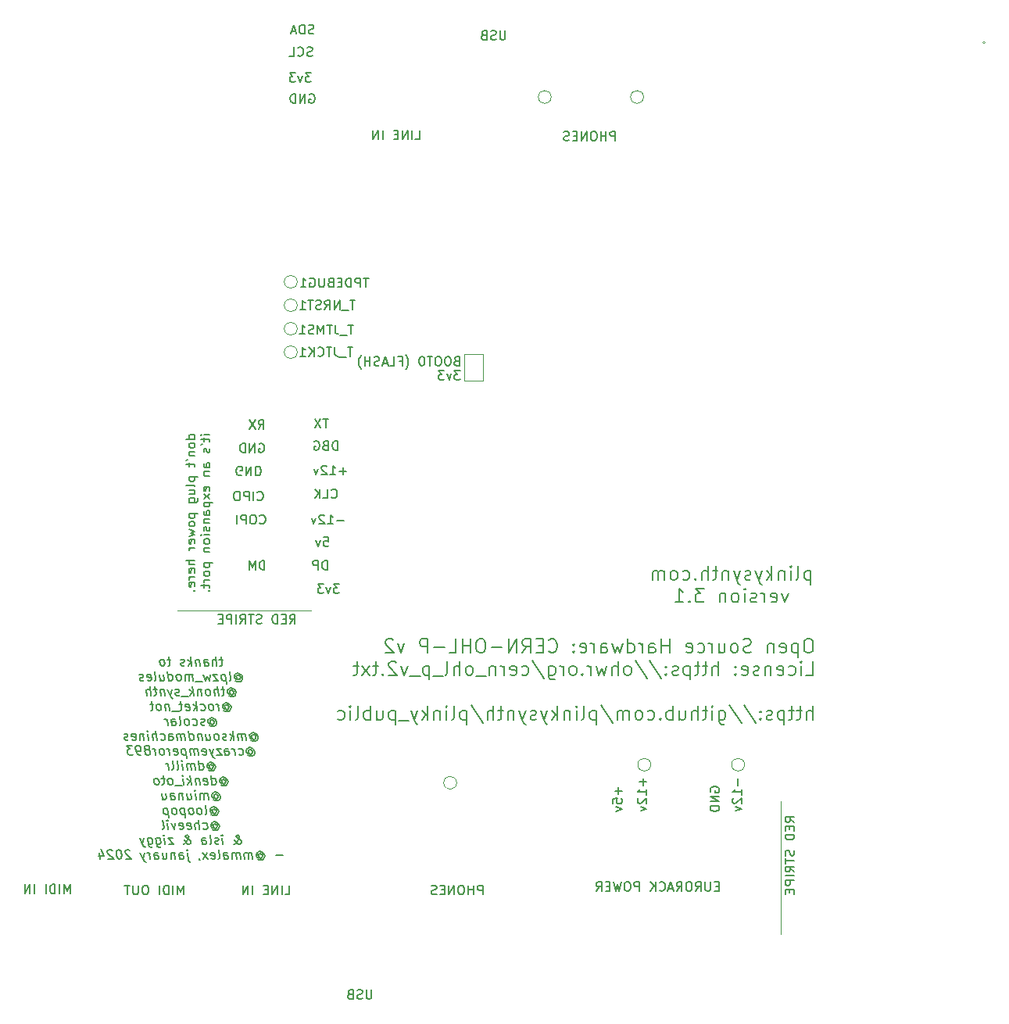
<source format=gbr>
G04 #@! TF.GenerationSoftware,KiCad,Pcbnew,7.0.11*
G04 #@! TF.CreationDate,2024-07-12T12:59:49+02:00*
G04 #@! TF.ProjectId,plinkyblack_hwmidi_jacks,706c696e-6b79-4626-9c61-636b5f68776d,rev?*
G04 #@! TF.SameCoordinates,Original*
G04 #@! TF.FileFunction,Legend,Bot*
G04 #@! TF.FilePolarity,Positive*
%FSLAX46Y46*%
G04 Gerber Fmt 4.6, Leading zero omitted, Abs format (unit mm)*
G04 Created by KiCad (PCBNEW 7.0.11) date 2024-07-12 12:59:49*
%MOMM*%
%LPD*%
G01*
G04 APERTURE LIST*
%ADD10C,0.150000*%
%ADD11C,0.120000*%
G04 APERTURE END LIST*
D10*
X37551462Y-121257219D02*
X37551462Y-120257219D01*
X37551462Y-120257219D02*
X37218129Y-120971504D01*
X37218129Y-120971504D02*
X36884796Y-120257219D01*
X36884796Y-120257219D02*
X36884796Y-121257219D01*
X36408605Y-121257219D02*
X36408605Y-120257219D01*
X35932415Y-121257219D02*
X35932415Y-120257219D01*
X35932415Y-120257219D02*
X35694320Y-120257219D01*
X35694320Y-120257219D02*
X35551463Y-120304838D01*
X35551463Y-120304838D02*
X35456225Y-120400076D01*
X35456225Y-120400076D02*
X35408606Y-120495314D01*
X35408606Y-120495314D02*
X35360987Y-120685790D01*
X35360987Y-120685790D02*
X35360987Y-120828647D01*
X35360987Y-120828647D02*
X35408606Y-121019123D01*
X35408606Y-121019123D02*
X35456225Y-121114361D01*
X35456225Y-121114361D02*
X35551463Y-121209600D01*
X35551463Y-121209600D02*
X35694320Y-121257219D01*
X35694320Y-121257219D02*
X35932415Y-121257219D01*
X34932415Y-121257219D02*
X34932415Y-120257219D01*
X33694320Y-121257219D02*
X33694320Y-120257219D01*
X33218130Y-121257219D02*
X33218130Y-120257219D01*
X33218130Y-120257219D02*
X32646702Y-121257219D01*
X32646702Y-121257219D02*
X32646702Y-120257219D01*
X49851329Y-121358819D02*
X49851329Y-120358819D01*
X49851329Y-120358819D02*
X49517996Y-121073104D01*
X49517996Y-121073104D02*
X49184663Y-120358819D01*
X49184663Y-120358819D02*
X49184663Y-121358819D01*
X48708472Y-121358819D02*
X48708472Y-120358819D01*
X48232282Y-121358819D02*
X48232282Y-120358819D01*
X48232282Y-120358819D02*
X47994187Y-120358819D01*
X47994187Y-120358819D02*
X47851330Y-120406438D01*
X47851330Y-120406438D02*
X47756092Y-120501676D01*
X47756092Y-120501676D02*
X47708473Y-120596914D01*
X47708473Y-120596914D02*
X47660854Y-120787390D01*
X47660854Y-120787390D02*
X47660854Y-120930247D01*
X47660854Y-120930247D02*
X47708473Y-121120723D01*
X47708473Y-121120723D02*
X47756092Y-121215961D01*
X47756092Y-121215961D02*
X47851330Y-121311200D01*
X47851330Y-121311200D02*
X47994187Y-121358819D01*
X47994187Y-121358819D02*
X48232282Y-121358819D01*
X47232282Y-121358819D02*
X47232282Y-120358819D01*
X45803711Y-120358819D02*
X45613235Y-120358819D01*
X45613235Y-120358819D02*
X45517997Y-120406438D01*
X45517997Y-120406438D02*
X45422759Y-120501676D01*
X45422759Y-120501676D02*
X45375140Y-120692152D01*
X45375140Y-120692152D02*
X45375140Y-121025485D01*
X45375140Y-121025485D02*
X45422759Y-121215961D01*
X45422759Y-121215961D02*
X45517997Y-121311200D01*
X45517997Y-121311200D02*
X45613235Y-121358819D01*
X45613235Y-121358819D02*
X45803711Y-121358819D01*
X45803711Y-121358819D02*
X45898949Y-121311200D01*
X45898949Y-121311200D02*
X45994187Y-121215961D01*
X45994187Y-121215961D02*
X46041806Y-121025485D01*
X46041806Y-121025485D02*
X46041806Y-120692152D01*
X46041806Y-120692152D02*
X45994187Y-120501676D01*
X45994187Y-120501676D02*
X45898949Y-120406438D01*
X45898949Y-120406438D02*
X45803711Y-120358819D01*
X44946568Y-120358819D02*
X44946568Y-121168342D01*
X44946568Y-121168342D02*
X44898949Y-121263580D01*
X44898949Y-121263580D02*
X44851330Y-121311200D01*
X44851330Y-121311200D02*
X44756092Y-121358819D01*
X44756092Y-121358819D02*
X44565616Y-121358819D01*
X44565616Y-121358819D02*
X44470378Y-121311200D01*
X44470378Y-121311200D02*
X44422759Y-121263580D01*
X44422759Y-121263580D02*
X44375140Y-121168342D01*
X44375140Y-121168342D02*
X44375140Y-120358819D01*
X44041806Y-120358819D02*
X43470378Y-120358819D01*
X43756092Y-121358819D02*
X43756092Y-120358819D01*
D11*
X114554000Y-125666500D02*
X114554000Y-111252000D01*
X49212500Y-90551000D02*
X63627000Y-90551000D01*
X136652000Y-29083000D02*
G75*
G03*
X136398000Y-29083000I-127000J0D01*
G01*
X136398000Y-29083000D02*
G75*
G03*
X136652000Y-29083000I127000J0D01*
G01*
D10*
X70222904Y-131661819D02*
X70222904Y-132471342D01*
X70222904Y-132471342D02*
X70175285Y-132566580D01*
X70175285Y-132566580D02*
X70127666Y-132614200D01*
X70127666Y-132614200D02*
X70032428Y-132661819D01*
X70032428Y-132661819D02*
X69841952Y-132661819D01*
X69841952Y-132661819D02*
X69746714Y-132614200D01*
X69746714Y-132614200D02*
X69699095Y-132566580D01*
X69699095Y-132566580D02*
X69651476Y-132471342D01*
X69651476Y-132471342D02*
X69651476Y-131661819D01*
X69222904Y-132614200D02*
X69080047Y-132661819D01*
X69080047Y-132661819D02*
X68841952Y-132661819D01*
X68841952Y-132661819D02*
X68746714Y-132614200D01*
X68746714Y-132614200D02*
X68699095Y-132566580D01*
X68699095Y-132566580D02*
X68651476Y-132471342D01*
X68651476Y-132471342D02*
X68651476Y-132376104D01*
X68651476Y-132376104D02*
X68699095Y-132280866D01*
X68699095Y-132280866D02*
X68746714Y-132233247D01*
X68746714Y-132233247D02*
X68841952Y-132185628D01*
X68841952Y-132185628D02*
X69032428Y-132138009D01*
X69032428Y-132138009D02*
X69127666Y-132090390D01*
X69127666Y-132090390D02*
X69175285Y-132042771D01*
X69175285Y-132042771D02*
X69222904Y-131947533D01*
X69222904Y-131947533D02*
X69222904Y-131852295D01*
X69222904Y-131852295D02*
X69175285Y-131757057D01*
X69175285Y-131757057D02*
X69127666Y-131709438D01*
X69127666Y-131709438D02*
X69032428Y-131661819D01*
X69032428Y-131661819D02*
X68794333Y-131661819D01*
X68794333Y-131661819D02*
X68651476Y-131709438D01*
X67889571Y-132138009D02*
X67746714Y-132185628D01*
X67746714Y-132185628D02*
X67699095Y-132233247D01*
X67699095Y-132233247D02*
X67651476Y-132328485D01*
X67651476Y-132328485D02*
X67651476Y-132471342D01*
X67651476Y-132471342D02*
X67699095Y-132566580D01*
X67699095Y-132566580D02*
X67746714Y-132614200D01*
X67746714Y-132614200D02*
X67841952Y-132661819D01*
X67841952Y-132661819D02*
X68222904Y-132661819D01*
X68222904Y-132661819D02*
X68222904Y-131661819D01*
X68222904Y-131661819D02*
X67889571Y-131661819D01*
X67889571Y-131661819D02*
X67794333Y-131709438D01*
X67794333Y-131709438D02*
X67746714Y-131757057D01*
X67746714Y-131757057D02*
X67699095Y-131852295D01*
X67699095Y-131852295D02*
X67699095Y-131947533D01*
X67699095Y-131947533D02*
X67746714Y-132042771D01*
X67746714Y-132042771D02*
X67794333Y-132090390D01*
X67794333Y-132090390D02*
X67889571Y-132138009D01*
X67889571Y-132138009D02*
X68222904Y-132138009D01*
X107838047Y-120454009D02*
X107504714Y-120454009D01*
X107361857Y-120977819D02*
X107838047Y-120977819D01*
X107838047Y-120977819D02*
X107838047Y-119977819D01*
X107838047Y-119977819D02*
X107361857Y-119977819D01*
X106933285Y-119977819D02*
X106933285Y-120787342D01*
X106933285Y-120787342D02*
X106885666Y-120882580D01*
X106885666Y-120882580D02*
X106838047Y-120930200D01*
X106838047Y-120930200D02*
X106742809Y-120977819D01*
X106742809Y-120977819D02*
X106552333Y-120977819D01*
X106552333Y-120977819D02*
X106457095Y-120930200D01*
X106457095Y-120930200D02*
X106409476Y-120882580D01*
X106409476Y-120882580D02*
X106361857Y-120787342D01*
X106361857Y-120787342D02*
X106361857Y-119977819D01*
X105314238Y-120977819D02*
X105647571Y-120501628D01*
X105885666Y-120977819D02*
X105885666Y-119977819D01*
X105885666Y-119977819D02*
X105504714Y-119977819D01*
X105504714Y-119977819D02*
X105409476Y-120025438D01*
X105409476Y-120025438D02*
X105361857Y-120073057D01*
X105361857Y-120073057D02*
X105314238Y-120168295D01*
X105314238Y-120168295D02*
X105314238Y-120311152D01*
X105314238Y-120311152D02*
X105361857Y-120406390D01*
X105361857Y-120406390D02*
X105409476Y-120454009D01*
X105409476Y-120454009D02*
X105504714Y-120501628D01*
X105504714Y-120501628D02*
X105885666Y-120501628D01*
X104695190Y-119977819D02*
X104504714Y-119977819D01*
X104504714Y-119977819D02*
X104409476Y-120025438D01*
X104409476Y-120025438D02*
X104314238Y-120120676D01*
X104314238Y-120120676D02*
X104266619Y-120311152D01*
X104266619Y-120311152D02*
X104266619Y-120644485D01*
X104266619Y-120644485D02*
X104314238Y-120834961D01*
X104314238Y-120834961D02*
X104409476Y-120930200D01*
X104409476Y-120930200D02*
X104504714Y-120977819D01*
X104504714Y-120977819D02*
X104695190Y-120977819D01*
X104695190Y-120977819D02*
X104790428Y-120930200D01*
X104790428Y-120930200D02*
X104885666Y-120834961D01*
X104885666Y-120834961D02*
X104933285Y-120644485D01*
X104933285Y-120644485D02*
X104933285Y-120311152D01*
X104933285Y-120311152D02*
X104885666Y-120120676D01*
X104885666Y-120120676D02*
X104790428Y-120025438D01*
X104790428Y-120025438D02*
X104695190Y-119977819D01*
X103266619Y-120977819D02*
X103599952Y-120501628D01*
X103838047Y-120977819D02*
X103838047Y-119977819D01*
X103838047Y-119977819D02*
X103457095Y-119977819D01*
X103457095Y-119977819D02*
X103361857Y-120025438D01*
X103361857Y-120025438D02*
X103314238Y-120073057D01*
X103314238Y-120073057D02*
X103266619Y-120168295D01*
X103266619Y-120168295D02*
X103266619Y-120311152D01*
X103266619Y-120311152D02*
X103314238Y-120406390D01*
X103314238Y-120406390D02*
X103361857Y-120454009D01*
X103361857Y-120454009D02*
X103457095Y-120501628D01*
X103457095Y-120501628D02*
X103838047Y-120501628D01*
X102885666Y-120692104D02*
X102409476Y-120692104D01*
X102980904Y-120977819D02*
X102647571Y-119977819D01*
X102647571Y-119977819D02*
X102314238Y-120977819D01*
X101409476Y-120882580D02*
X101457095Y-120930200D01*
X101457095Y-120930200D02*
X101599952Y-120977819D01*
X101599952Y-120977819D02*
X101695190Y-120977819D01*
X101695190Y-120977819D02*
X101838047Y-120930200D01*
X101838047Y-120930200D02*
X101933285Y-120834961D01*
X101933285Y-120834961D02*
X101980904Y-120739723D01*
X101980904Y-120739723D02*
X102028523Y-120549247D01*
X102028523Y-120549247D02*
X102028523Y-120406390D01*
X102028523Y-120406390D02*
X101980904Y-120215914D01*
X101980904Y-120215914D02*
X101933285Y-120120676D01*
X101933285Y-120120676D02*
X101838047Y-120025438D01*
X101838047Y-120025438D02*
X101695190Y-119977819D01*
X101695190Y-119977819D02*
X101599952Y-119977819D01*
X101599952Y-119977819D02*
X101457095Y-120025438D01*
X101457095Y-120025438D02*
X101409476Y-120073057D01*
X100980904Y-120977819D02*
X100980904Y-119977819D01*
X100409476Y-120977819D02*
X100838047Y-120406390D01*
X100409476Y-119977819D02*
X100980904Y-120549247D01*
X99218999Y-120977819D02*
X99218999Y-119977819D01*
X99218999Y-119977819D02*
X98838047Y-119977819D01*
X98838047Y-119977819D02*
X98742809Y-120025438D01*
X98742809Y-120025438D02*
X98695190Y-120073057D01*
X98695190Y-120073057D02*
X98647571Y-120168295D01*
X98647571Y-120168295D02*
X98647571Y-120311152D01*
X98647571Y-120311152D02*
X98695190Y-120406390D01*
X98695190Y-120406390D02*
X98742809Y-120454009D01*
X98742809Y-120454009D02*
X98838047Y-120501628D01*
X98838047Y-120501628D02*
X99218999Y-120501628D01*
X98028523Y-119977819D02*
X97838047Y-119977819D01*
X97838047Y-119977819D02*
X97742809Y-120025438D01*
X97742809Y-120025438D02*
X97647571Y-120120676D01*
X97647571Y-120120676D02*
X97599952Y-120311152D01*
X97599952Y-120311152D02*
X97599952Y-120644485D01*
X97599952Y-120644485D02*
X97647571Y-120834961D01*
X97647571Y-120834961D02*
X97742809Y-120930200D01*
X97742809Y-120930200D02*
X97838047Y-120977819D01*
X97838047Y-120977819D02*
X98028523Y-120977819D01*
X98028523Y-120977819D02*
X98123761Y-120930200D01*
X98123761Y-120930200D02*
X98218999Y-120834961D01*
X98218999Y-120834961D02*
X98266618Y-120644485D01*
X98266618Y-120644485D02*
X98266618Y-120311152D01*
X98266618Y-120311152D02*
X98218999Y-120120676D01*
X98218999Y-120120676D02*
X98123761Y-120025438D01*
X98123761Y-120025438D02*
X98028523Y-119977819D01*
X97266618Y-119977819D02*
X97028523Y-120977819D01*
X97028523Y-120977819D02*
X96838047Y-120263533D01*
X96838047Y-120263533D02*
X96647571Y-120977819D01*
X96647571Y-120977819D02*
X96409476Y-119977819D01*
X96028523Y-120454009D02*
X95695190Y-120454009D01*
X95552333Y-120977819D02*
X96028523Y-120977819D01*
X96028523Y-120977819D02*
X96028523Y-119977819D01*
X96028523Y-119977819D02*
X95552333Y-119977819D01*
X94552333Y-120977819D02*
X94885666Y-120501628D01*
X95123761Y-120977819D02*
X95123761Y-119977819D01*
X95123761Y-119977819D02*
X94742809Y-119977819D01*
X94742809Y-119977819D02*
X94647571Y-120025438D01*
X94647571Y-120025438D02*
X94599952Y-120073057D01*
X94599952Y-120073057D02*
X94552333Y-120168295D01*
X94552333Y-120168295D02*
X94552333Y-120311152D01*
X94552333Y-120311152D02*
X94599952Y-120406390D01*
X94599952Y-120406390D02*
X94647571Y-120454009D01*
X94647571Y-120454009D02*
X94742809Y-120501628D01*
X94742809Y-120501628D02*
X95123761Y-120501628D01*
X56134095Y-75935561D02*
X56038857Y-75983180D01*
X56038857Y-75983180D02*
X55896000Y-75983180D01*
X55896000Y-75983180D02*
X55753143Y-75935561D01*
X55753143Y-75935561D02*
X55657905Y-75840323D01*
X55657905Y-75840323D02*
X55610286Y-75745085D01*
X55610286Y-75745085D02*
X55562667Y-75554609D01*
X55562667Y-75554609D02*
X55562667Y-75411752D01*
X55562667Y-75411752D02*
X55610286Y-75221276D01*
X55610286Y-75221276D02*
X55657905Y-75126038D01*
X55657905Y-75126038D02*
X55753143Y-75030800D01*
X55753143Y-75030800D02*
X55896000Y-74983180D01*
X55896000Y-74983180D02*
X55991238Y-74983180D01*
X55991238Y-74983180D02*
X56134095Y-75030800D01*
X56134095Y-75030800D02*
X56181714Y-75078419D01*
X56181714Y-75078419D02*
X56181714Y-75411752D01*
X56181714Y-75411752D02*
X55991238Y-75411752D01*
X56610286Y-74983180D02*
X56610286Y-75983180D01*
X56610286Y-75983180D02*
X57181714Y-74983180D01*
X57181714Y-74983180D02*
X57181714Y-75983180D01*
X57657905Y-74983180D02*
X57657905Y-75983180D01*
X57657905Y-75983180D02*
X57896000Y-75983180D01*
X57896000Y-75983180D02*
X58038857Y-75935561D01*
X58038857Y-75935561D02*
X58134095Y-75840323D01*
X58134095Y-75840323D02*
X58181714Y-75745085D01*
X58181714Y-75745085D02*
X58229333Y-75554609D01*
X58229333Y-75554609D02*
X58229333Y-75411752D01*
X58229333Y-75411752D02*
X58181714Y-75221276D01*
X58181714Y-75221276D02*
X58134095Y-75126038D01*
X58134095Y-75126038D02*
X58038857Y-75030800D01*
X58038857Y-75030800D02*
X57896000Y-74983180D01*
X57896000Y-74983180D02*
X57657905Y-74983180D01*
X65039857Y-82639819D02*
X65516047Y-82639819D01*
X65516047Y-82639819D02*
X65563666Y-83116009D01*
X65563666Y-83116009D02*
X65516047Y-83068390D01*
X65516047Y-83068390D02*
X65420809Y-83020771D01*
X65420809Y-83020771D02*
X65182714Y-83020771D01*
X65182714Y-83020771D02*
X65087476Y-83068390D01*
X65087476Y-83068390D02*
X65039857Y-83116009D01*
X65039857Y-83116009D02*
X64992238Y-83211247D01*
X64992238Y-83211247D02*
X64992238Y-83449342D01*
X64992238Y-83449342D02*
X65039857Y-83544580D01*
X65039857Y-83544580D02*
X65087476Y-83592200D01*
X65087476Y-83592200D02*
X65182714Y-83639819D01*
X65182714Y-83639819D02*
X65420809Y-83639819D01*
X65420809Y-83639819D02*
X65516047Y-83592200D01*
X65516047Y-83592200D02*
X65563666Y-83544580D01*
X64658904Y-82973152D02*
X64420809Y-83639819D01*
X64420809Y-83639819D02*
X64182714Y-82973152D01*
X61356428Y-92021819D02*
X61689761Y-91545628D01*
X61927856Y-92021819D02*
X61927856Y-91021819D01*
X61927856Y-91021819D02*
X61546904Y-91021819D01*
X61546904Y-91021819D02*
X61451666Y-91069438D01*
X61451666Y-91069438D02*
X61404047Y-91117057D01*
X61404047Y-91117057D02*
X61356428Y-91212295D01*
X61356428Y-91212295D02*
X61356428Y-91355152D01*
X61356428Y-91355152D02*
X61404047Y-91450390D01*
X61404047Y-91450390D02*
X61451666Y-91498009D01*
X61451666Y-91498009D02*
X61546904Y-91545628D01*
X61546904Y-91545628D02*
X61927856Y-91545628D01*
X60927856Y-91498009D02*
X60594523Y-91498009D01*
X60451666Y-92021819D02*
X60927856Y-92021819D01*
X60927856Y-92021819D02*
X60927856Y-91021819D01*
X60927856Y-91021819D02*
X60451666Y-91021819D01*
X60023094Y-92021819D02*
X60023094Y-91021819D01*
X60023094Y-91021819D02*
X59784999Y-91021819D01*
X59784999Y-91021819D02*
X59642142Y-91069438D01*
X59642142Y-91069438D02*
X59546904Y-91164676D01*
X59546904Y-91164676D02*
X59499285Y-91259914D01*
X59499285Y-91259914D02*
X59451666Y-91450390D01*
X59451666Y-91450390D02*
X59451666Y-91593247D01*
X59451666Y-91593247D02*
X59499285Y-91783723D01*
X59499285Y-91783723D02*
X59546904Y-91878961D01*
X59546904Y-91878961D02*
X59642142Y-91974200D01*
X59642142Y-91974200D02*
X59784999Y-92021819D01*
X59784999Y-92021819D02*
X60023094Y-92021819D01*
X58308808Y-91974200D02*
X58165951Y-92021819D01*
X58165951Y-92021819D02*
X57927856Y-92021819D01*
X57927856Y-92021819D02*
X57832618Y-91974200D01*
X57832618Y-91974200D02*
X57784999Y-91926580D01*
X57784999Y-91926580D02*
X57737380Y-91831342D01*
X57737380Y-91831342D02*
X57737380Y-91736104D01*
X57737380Y-91736104D02*
X57784999Y-91640866D01*
X57784999Y-91640866D02*
X57832618Y-91593247D01*
X57832618Y-91593247D02*
X57927856Y-91545628D01*
X57927856Y-91545628D02*
X58118332Y-91498009D01*
X58118332Y-91498009D02*
X58213570Y-91450390D01*
X58213570Y-91450390D02*
X58261189Y-91402771D01*
X58261189Y-91402771D02*
X58308808Y-91307533D01*
X58308808Y-91307533D02*
X58308808Y-91212295D01*
X58308808Y-91212295D02*
X58261189Y-91117057D01*
X58261189Y-91117057D02*
X58213570Y-91069438D01*
X58213570Y-91069438D02*
X58118332Y-91021819D01*
X58118332Y-91021819D02*
X57880237Y-91021819D01*
X57880237Y-91021819D02*
X57737380Y-91069438D01*
X57451665Y-91021819D02*
X56880237Y-91021819D01*
X57165951Y-92021819D02*
X57165951Y-91021819D01*
X55975475Y-92021819D02*
X56308808Y-91545628D01*
X56546903Y-92021819D02*
X56546903Y-91021819D01*
X56546903Y-91021819D02*
X56165951Y-91021819D01*
X56165951Y-91021819D02*
X56070713Y-91069438D01*
X56070713Y-91069438D02*
X56023094Y-91117057D01*
X56023094Y-91117057D02*
X55975475Y-91212295D01*
X55975475Y-91212295D02*
X55975475Y-91355152D01*
X55975475Y-91355152D02*
X56023094Y-91450390D01*
X56023094Y-91450390D02*
X56070713Y-91498009D01*
X56070713Y-91498009D02*
X56165951Y-91545628D01*
X56165951Y-91545628D02*
X56546903Y-91545628D01*
X55546903Y-92021819D02*
X55546903Y-91021819D01*
X55070713Y-92021819D02*
X55070713Y-91021819D01*
X55070713Y-91021819D02*
X54689761Y-91021819D01*
X54689761Y-91021819D02*
X54594523Y-91069438D01*
X54594523Y-91069438D02*
X54546904Y-91117057D01*
X54546904Y-91117057D02*
X54499285Y-91212295D01*
X54499285Y-91212295D02*
X54499285Y-91355152D01*
X54499285Y-91355152D02*
X54546904Y-91450390D01*
X54546904Y-91450390D02*
X54594523Y-91498009D01*
X54594523Y-91498009D02*
X54689761Y-91545628D01*
X54689761Y-91545628D02*
X55070713Y-91545628D01*
X54070713Y-91498009D02*
X53737380Y-91498009D01*
X53594523Y-92021819D02*
X54070713Y-92021819D01*
X54070713Y-92021819D02*
X54070713Y-91021819D01*
X54070713Y-91021819D02*
X53594523Y-91021819D01*
X74945618Y-39570819D02*
X75421808Y-39570819D01*
X75421808Y-39570819D02*
X75421808Y-38570819D01*
X74612284Y-39570819D02*
X74612284Y-38570819D01*
X74136094Y-39570819D02*
X74136094Y-38570819D01*
X74136094Y-38570819D02*
X73564666Y-39570819D01*
X73564666Y-39570819D02*
X73564666Y-38570819D01*
X73088475Y-39047009D02*
X72755142Y-39047009D01*
X72612285Y-39570819D02*
X73088475Y-39570819D01*
X73088475Y-39570819D02*
X73088475Y-38570819D01*
X73088475Y-38570819D02*
X72612285Y-38570819D01*
X71421808Y-39570819D02*
X71421808Y-38570819D01*
X70945618Y-39570819D02*
X70945618Y-38570819D01*
X70945618Y-38570819D02*
X70374190Y-39570819D01*
X70374190Y-39570819D02*
X70374190Y-38570819D01*
X96614904Y-39697819D02*
X96614904Y-38697819D01*
X96614904Y-38697819D02*
X96233952Y-38697819D01*
X96233952Y-38697819D02*
X96138714Y-38745438D01*
X96138714Y-38745438D02*
X96091095Y-38793057D01*
X96091095Y-38793057D02*
X96043476Y-38888295D01*
X96043476Y-38888295D02*
X96043476Y-39031152D01*
X96043476Y-39031152D02*
X96091095Y-39126390D01*
X96091095Y-39126390D02*
X96138714Y-39174009D01*
X96138714Y-39174009D02*
X96233952Y-39221628D01*
X96233952Y-39221628D02*
X96614904Y-39221628D01*
X95614904Y-39697819D02*
X95614904Y-38697819D01*
X95614904Y-39174009D02*
X95043476Y-39174009D01*
X95043476Y-39697819D02*
X95043476Y-38697819D01*
X94376809Y-38697819D02*
X94186333Y-38697819D01*
X94186333Y-38697819D02*
X94091095Y-38745438D01*
X94091095Y-38745438D02*
X93995857Y-38840676D01*
X93995857Y-38840676D02*
X93948238Y-39031152D01*
X93948238Y-39031152D02*
X93948238Y-39364485D01*
X93948238Y-39364485D02*
X93995857Y-39554961D01*
X93995857Y-39554961D02*
X94091095Y-39650200D01*
X94091095Y-39650200D02*
X94186333Y-39697819D01*
X94186333Y-39697819D02*
X94376809Y-39697819D01*
X94376809Y-39697819D02*
X94472047Y-39650200D01*
X94472047Y-39650200D02*
X94567285Y-39554961D01*
X94567285Y-39554961D02*
X94614904Y-39364485D01*
X94614904Y-39364485D02*
X94614904Y-39031152D01*
X94614904Y-39031152D02*
X94567285Y-38840676D01*
X94567285Y-38840676D02*
X94472047Y-38745438D01*
X94472047Y-38745438D02*
X94376809Y-38697819D01*
X93519666Y-39697819D02*
X93519666Y-38697819D01*
X93519666Y-38697819D02*
X92948238Y-39697819D01*
X92948238Y-39697819D02*
X92948238Y-38697819D01*
X92472047Y-39174009D02*
X92138714Y-39174009D01*
X91995857Y-39697819D02*
X92472047Y-39697819D01*
X92472047Y-39697819D02*
X92472047Y-38697819D01*
X92472047Y-38697819D02*
X91995857Y-38697819D01*
X91614904Y-39650200D02*
X91472047Y-39697819D01*
X91472047Y-39697819D02*
X91233952Y-39697819D01*
X91233952Y-39697819D02*
X91138714Y-39650200D01*
X91138714Y-39650200D02*
X91091095Y-39602580D01*
X91091095Y-39602580D02*
X91043476Y-39507342D01*
X91043476Y-39507342D02*
X91043476Y-39412104D01*
X91043476Y-39412104D02*
X91091095Y-39316866D01*
X91091095Y-39316866D02*
X91138714Y-39269247D01*
X91138714Y-39269247D02*
X91233952Y-39221628D01*
X91233952Y-39221628D02*
X91424428Y-39174009D01*
X91424428Y-39174009D02*
X91519666Y-39126390D01*
X91519666Y-39126390D02*
X91567285Y-39078771D01*
X91567285Y-39078771D02*
X91614904Y-38983533D01*
X91614904Y-38983533D02*
X91614904Y-38888295D01*
X91614904Y-38888295D02*
X91567285Y-38793057D01*
X91567285Y-38793057D02*
X91519666Y-38745438D01*
X91519666Y-38745438D02*
X91424428Y-38697819D01*
X91424428Y-38697819D02*
X91186333Y-38697819D01*
X91186333Y-38697819D02*
X91043476Y-38745438D01*
X84700904Y-27775819D02*
X84700904Y-28585342D01*
X84700904Y-28585342D02*
X84653285Y-28680580D01*
X84653285Y-28680580D02*
X84605666Y-28728200D01*
X84605666Y-28728200D02*
X84510428Y-28775819D01*
X84510428Y-28775819D02*
X84319952Y-28775819D01*
X84319952Y-28775819D02*
X84224714Y-28728200D01*
X84224714Y-28728200D02*
X84177095Y-28680580D01*
X84177095Y-28680580D02*
X84129476Y-28585342D01*
X84129476Y-28585342D02*
X84129476Y-27775819D01*
X83700904Y-28728200D02*
X83558047Y-28775819D01*
X83558047Y-28775819D02*
X83319952Y-28775819D01*
X83319952Y-28775819D02*
X83224714Y-28728200D01*
X83224714Y-28728200D02*
X83177095Y-28680580D01*
X83177095Y-28680580D02*
X83129476Y-28585342D01*
X83129476Y-28585342D02*
X83129476Y-28490104D01*
X83129476Y-28490104D02*
X83177095Y-28394866D01*
X83177095Y-28394866D02*
X83224714Y-28347247D01*
X83224714Y-28347247D02*
X83319952Y-28299628D01*
X83319952Y-28299628D02*
X83510428Y-28252009D01*
X83510428Y-28252009D02*
X83605666Y-28204390D01*
X83605666Y-28204390D02*
X83653285Y-28156771D01*
X83653285Y-28156771D02*
X83700904Y-28061533D01*
X83700904Y-28061533D02*
X83700904Y-27966295D01*
X83700904Y-27966295D02*
X83653285Y-27871057D01*
X83653285Y-27871057D02*
X83605666Y-27823438D01*
X83605666Y-27823438D02*
X83510428Y-27775819D01*
X83510428Y-27775819D02*
X83272333Y-27775819D01*
X83272333Y-27775819D02*
X83129476Y-27823438D01*
X82367571Y-28252009D02*
X82224714Y-28299628D01*
X82224714Y-28299628D02*
X82177095Y-28347247D01*
X82177095Y-28347247D02*
X82129476Y-28442485D01*
X82129476Y-28442485D02*
X82129476Y-28585342D01*
X82129476Y-28585342D02*
X82177095Y-28680580D01*
X82177095Y-28680580D02*
X82224714Y-28728200D01*
X82224714Y-28728200D02*
X82319952Y-28775819D01*
X82319952Y-28775819D02*
X82700904Y-28775819D01*
X82700904Y-28775819D02*
X82700904Y-27775819D01*
X82700904Y-27775819D02*
X82367571Y-27775819D01*
X82367571Y-27775819D02*
X82272333Y-27823438D01*
X82272333Y-27823438D02*
X82224714Y-27871057D01*
X82224714Y-27871057D02*
X82177095Y-27966295D01*
X82177095Y-27966295D02*
X82177095Y-28061533D01*
X82177095Y-28061533D02*
X82224714Y-28156771D01*
X82224714Y-28156771D02*
X82272333Y-28204390D01*
X82272333Y-28204390D02*
X82367571Y-28252009D01*
X82367571Y-28252009D02*
X82700904Y-28252009D01*
X67500285Y-75511866D02*
X66738381Y-75511866D01*
X67119333Y-75892819D02*
X67119333Y-75130914D01*
X65738381Y-75892819D02*
X66309809Y-75892819D01*
X66024095Y-75892819D02*
X66024095Y-74892819D01*
X66024095Y-74892819D02*
X66119333Y-75035676D01*
X66119333Y-75035676D02*
X66214571Y-75130914D01*
X66214571Y-75130914D02*
X66309809Y-75178533D01*
X65357428Y-74988057D02*
X65309809Y-74940438D01*
X65309809Y-74940438D02*
X65214571Y-74892819D01*
X65214571Y-74892819D02*
X64976476Y-74892819D01*
X64976476Y-74892819D02*
X64881238Y-74940438D01*
X64881238Y-74940438D02*
X64833619Y-74988057D01*
X64833619Y-74988057D02*
X64786000Y-75083295D01*
X64786000Y-75083295D02*
X64786000Y-75178533D01*
X64786000Y-75178533D02*
X64833619Y-75321390D01*
X64833619Y-75321390D02*
X65405047Y-75892819D01*
X65405047Y-75892819D02*
X64786000Y-75892819D01*
X64452666Y-75226152D02*
X64214571Y-75892819D01*
X64214571Y-75892819D02*
X63976476Y-75226152D01*
X82263904Y-121358819D02*
X82263904Y-120358819D01*
X82263904Y-120358819D02*
X81882952Y-120358819D01*
X81882952Y-120358819D02*
X81787714Y-120406438D01*
X81787714Y-120406438D02*
X81740095Y-120454057D01*
X81740095Y-120454057D02*
X81692476Y-120549295D01*
X81692476Y-120549295D02*
X81692476Y-120692152D01*
X81692476Y-120692152D02*
X81740095Y-120787390D01*
X81740095Y-120787390D02*
X81787714Y-120835009D01*
X81787714Y-120835009D02*
X81882952Y-120882628D01*
X81882952Y-120882628D02*
X82263904Y-120882628D01*
X81263904Y-121358819D02*
X81263904Y-120358819D01*
X81263904Y-120835009D02*
X80692476Y-120835009D01*
X80692476Y-121358819D02*
X80692476Y-120358819D01*
X80025809Y-120358819D02*
X79835333Y-120358819D01*
X79835333Y-120358819D02*
X79740095Y-120406438D01*
X79740095Y-120406438D02*
X79644857Y-120501676D01*
X79644857Y-120501676D02*
X79597238Y-120692152D01*
X79597238Y-120692152D02*
X79597238Y-121025485D01*
X79597238Y-121025485D02*
X79644857Y-121215961D01*
X79644857Y-121215961D02*
X79740095Y-121311200D01*
X79740095Y-121311200D02*
X79835333Y-121358819D01*
X79835333Y-121358819D02*
X80025809Y-121358819D01*
X80025809Y-121358819D02*
X80121047Y-121311200D01*
X80121047Y-121311200D02*
X80216285Y-121215961D01*
X80216285Y-121215961D02*
X80263904Y-121025485D01*
X80263904Y-121025485D02*
X80263904Y-120692152D01*
X80263904Y-120692152D02*
X80216285Y-120501676D01*
X80216285Y-120501676D02*
X80121047Y-120406438D01*
X80121047Y-120406438D02*
X80025809Y-120358819D01*
X79168666Y-121358819D02*
X79168666Y-120358819D01*
X79168666Y-120358819D02*
X78597238Y-121358819D01*
X78597238Y-121358819D02*
X78597238Y-120358819D01*
X78121047Y-120835009D02*
X77787714Y-120835009D01*
X77644857Y-121358819D02*
X78121047Y-121358819D01*
X78121047Y-121358819D02*
X78121047Y-120358819D01*
X78121047Y-120358819D02*
X77644857Y-120358819D01*
X77263904Y-121311200D02*
X77121047Y-121358819D01*
X77121047Y-121358819D02*
X76882952Y-121358819D01*
X76882952Y-121358819D02*
X76787714Y-121311200D01*
X76787714Y-121311200D02*
X76740095Y-121263580D01*
X76740095Y-121263580D02*
X76692476Y-121168342D01*
X76692476Y-121168342D02*
X76692476Y-121073104D01*
X76692476Y-121073104D02*
X76740095Y-120977866D01*
X76740095Y-120977866D02*
X76787714Y-120930247D01*
X76787714Y-120930247D02*
X76882952Y-120882628D01*
X76882952Y-120882628D02*
X77073428Y-120835009D01*
X77073428Y-120835009D02*
X77168666Y-120787390D01*
X77168666Y-120787390D02*
X77216285Y-120739771D01*
X77216285Y-120739771D02*
X77263904Y-120644533D01*
X77263904Y-120644533D02*
X77263904Y-120549295D01*
X77263904Y-120549295D02*
X77216285Y-120454057D01*
X77216285Y-120454057D02*
X77168666Y-120406438D01*
X77168666Y-120406438D02*
X77073428Y-120358819D01*
X77073428Y-120358819D02*
X76835333Y-120358819D01*
X76835333Y-120358819D02*
X76692476Y-120406438D01*
X60848618Y-121358819D02*
X61324808Y-121358819D01*
X61324808Y-121358819D02*
X61324808Y-120358819D01*
X60515284Y-121358819D02*
X60515284Y-120358819D01*
X60039094Y-121358819D02*
X60039094Y-120358819D01*
X60039094Y-120358819D02*
X59467666Y-121358819D01*
X59467666Y-121358819D02*
X59467666Y-120358819D01*
X58991475Y-120835009D02*
X58658142Y-120835009D01*
X58515285Y-121358819D02*
X58991475Y-121358819D01*
X58991475Y-121358819D02*
X58991475Y-120358819D01*
X58991475Y-120358819D02*
X58515285Y-120358819D01*
X57324808Y-121358819D02*
X57324808Y-120358819D01*
X56848618Y-121358819D02*
X56848618Y-120358819D01*
X56848618Y-120358819D02*
X56277190Y-121358819D01*
X56277190Y-121358819D02*
X56277190Y-120358819D01*
X54093492Y-95901552D02*
X53712540Y-95901552D01*
X53908969Y-95568219D02*
X54016112Y-96425361D01*
X54016112Y-96425361D02*
X53980397Y-96520600D01*
X53980397Y-96520600D02*
X53891112Y-96568219D01*
X53891112Y-96568219D02*
X53795873Y-96568219D01*
X53462540Y-96568219D02*
X53337540Y-95568219D01*
X53033968Y-96568219D02*
X52968492Y-96044409D01*
X52968492Y-96044409D02*
X53004206Y-95949171D01*
X53004206Y-95949171D02*
X53093492Y-95901552D01*
X53093492Y-95901552D02*
X53236349Y-95901552D01*
X53236349Y-95901552D02*
X53337540Y-95949171D01*
X53337540Y-95949171D02*
X53391111Y-95996790D01*
X52129206Y-96568219D02*
X52063730Y-96044409D01*
X52063730Y-96044409D02*
X52099444Y-95949171D01*
X52099444Y-95949171D02*
X52188730Y-95901552D01*
X52188730Y-95901552D02*
X52379206Y-95901552D01*
X52379206Y-95901552D02*
X52480397Y-95949171D01*
X52123254Y-96520600D02*
X52224444Y-96568219D01*
X52224444Y-96568219D02*
X52462540Y-96568219D01*
X52462540Y-96568219D02*
X52551825Y-96520600D01*
X52551825Y-96520600D02*
X52587540Y-96425361D01*
X52587540Y-96425361D02*
X52575635Y-96330123D01*
X52575635Y-96330123D02*
X52516111Y-96234885D01*
X52516111Y-96234885D02*
X52414921Y-96187266D01*
X52414921Y-96187266D02*
X52176825Y-96187266D01*
X52176825Y-96187266D02*
X52075635Y-96139647D01*
X51569682Y-95901552D02*
X51653016Y-96568219D01*
X51581587Y-95996790D02*
X51528016Y-95949171D01*
X51528016Y-95949171D02*
X51426825Y-95901552D01*
X51426825Y-95901552D02*
X51283968Y-95901552D01*
X51283968Y-95901552D02*
X51194682Y-95949171D01*
X51194682Y-95949171D02*
X51158968Y-96044409D01*
X51158968Y-96044409D02*
X51224444Y-96568219D01*
X50748254Y-96568219D02*
X50623254Y-95568219D01*
X50605397Y-96187266D02*
X50367301Y-96568219D01*
X50283968Y-95901552D02*
X50712539Y-96282504D01*
X49980396Y-96520600D02*
X49891111Y-96568219D01*
X49891111Y-96568219D02*
X49700634Y-96568219D01*
X49700634Y-96568219D02*
X49599444Y-96520600D01*
X49599444Y-96520600D02*
X49539920Y-96425361D01*
X49539920Y-96425361D02*
X49533968Y-96377742D01*
X49533968Y-96377742D02*
X49569682Y-96282504D01*
X49569682Y-96282504D02*
X49658968Y-96234885D01*
X49658968Y-96234885D02*
X49801825Y-96234885D01*
X49801825Y-96234885D02*
X49891111Y-96187266D01*
X49891111Y-96187266D02*
X49926825Y-96092028D01*
X49926825Y-96092028D02*
X49920873Y-96044409D01*
X49920873Y-96044409D02*
X49861349Y-95949171D01*
X49861349Y-95949171D02*
X49760158Y-95901552D01*
X49760158Y-95901552D02*
X49617301Y-95901552D01*
X49617301Y-95901552D02*
X49528015Y-95949171D01*
X48426824Y-95901552D02*
X48045872Y-95901552D01*
X48242301Y-95568219D02*
X48349444Y-96425361D01*
X48349444Y-96425361D02*
X48313729Y-96520600D01*
X48313729Y-96520600D02*
X48224444Y-96568219D01*
X48224444Y-96568219D02*
X48129205Y-96568219D01*
X47653015Y-96568219D02*
X47742300Y-96520600D01*
X47742300Y-96520600D02*
X47783967Y-96472980D01*
X47783967Y-96472980D02*
X47819681Y-96377742D01*
X47819681Y-96377742D02*
X47783967Y-96092028D01*
X47783967Y-96092028D02*
X47724443Y-95996790D01*
X47724443Y-95996790D02*
X47670872Y-95949171D01*
X47670872Y-95949171D02*
X47569681Y-95901552D01*
X47569681Y-95901552D02*
X47426824Y-95901552D01*
X47426824Y-95901552D02*
X47337538Y-95949171D01*
X47337538Y-95949171D02*
X47295872Y-95996790D01*
X47295872Y-95996790D02*
X47260157Y-96092028D01*
X47260157Y-96092028D02*
X47295872Y-96377742D01*
X47295872Y-96377742D02*
X47355395Y-96472980D01*
X47355395Y-96472980D02*
X47408967Y-96520600D01*
X47408967Y-96520600D02*
X47510157Y-96568219D01*
X47510157Y-96568219D02*
X47653015Y-96568219D01*
X55569683Y-97702028D02*
X55611350Y-97654409D01*
X55611350Y-97654409D02*
X55700636Y-97606790D01*
X55700636Y-97606790D02*
X55795874Y-97606790D01*
X55795874Y-97606790D02*
X55897064Y-97654409D01*
X55897064Y-97654409D02*
X55950636Y-97702028D01*
X55950636Y-97702028D02*
X56010159Y-97797266D01*
X56010159Y-97797266D02*
X56022064Y-97892504D01*
X56022064Y-97892504D02*
X55986350Y-97987742D01*
X55986350Y-97987742D02*
X55944683Y-98035361D01*
X55944683Y-98035361D02*
X55855398Y-98082980D01*
X55855398Y-98082980D02*
X55760159Y-98082980D01*
X55760159Y-98082980D02*
X55658969Y-98035361D01*
X55658969Y-98035361D02*
X55605398Y-97987742D01*
X55557778Y-97606790D02*
X55605398Y-97987742D01*
X55605398Y-97987742D02*
X55563731Y-98035361D01*
X55563731Y-98035361D02*
X55516112Y-98035361D01*
X55516112Y-98035361D02*
X55414921Y-97987742D01*
X55414921Y-97987742D02*
X55355398Y-97892504D01*
X55355398Y-97892504D02*
X55325636Y-97654409D01*
X55325636Y-97654409D02*
X55403017Y-97511552D01*
X55403017Y-97511552D02*
X55533969Y-97416314D01*
X55533969Y-97416314D02*
X55718493Y-97368695D01*
X55718493Y-97368695D02*
X55914921Y-97416314D01*
X55914921Y-97416314D02*
X56069683Y-97511552D01*
X56069683Y-97511552D02*
X56182778Y-97654409D01*
X56182778Y-97654409D02*
X56254207Y-97844885D01*
X56254207Y-97844885D02*
X56230398Y-98035361D01*
X56230398Y-98035361D02*
X56153017Y-98178219D01*
X56153017Y-98178219D02*
X56022064Y-98273457D01*
X56022064Y-98273457D02*
X55837540Y-98321076D01*
X55837540Y-98321076D02*
X55641112Y-98273457D01*
X55641112Y-98273457D02*
X55486350Y-98178219D01*
X54819684Y-98178219D02*
X54908969Y-98130600D01*
X54908969Y-98130600D02*
X54944684Y-98035361D01*
X54944684Y-98035361D02*
X54837541Y-97178219D01*
X54355397Y-97511552D02*
X54480397Y-98511552D01*
X54361350Y-97559171D02*
X54260159Y-97511552D01*
X54260159Y-97511552D02*
X54069683Y-97511552D01*
X54069683Y-97511552D02*
X53980397Y-97559171D01*
X53980397Y-97559171D02*
X53938731Y-97606790D01*
X53938731Y-97606790D02*
X53903016Y-97702028D01*
X53903016Y-97702028D02*
X53938731Y-97987742D01*
X53938731Y-97987742D02*
X53998254Y-98082980D01*
X53998254Y-98082980D02*
X54051826Y-98130600D01*
X54051826Y-98130600D02*
X54153016Y-98178219D01*
X54153016Y-98178219D02*
X54343493Y-98178219D01*
X54343493Y-98178219D02*
X54432778Y-98130600D01*
X53545873Y-97511552D02*
X53022064Y-97511552D01*
X53022064Y-97511552D02*
X53629207Y-98178219D01*
X53629207Y-98178219D02*
X53105397Y-98178219D01*
X52736349Y-97511552D02*
X52629207Y-98178219D01*
X52629207Y-98178219D02*
X52379207Y-97702028D01*
X52379207Y-97702028D02*
X52248254Y-98178219D01*
X52248254Y-98178219D02*
X51974445Y-97511552D01*
X51926826Y-98273457D02*
X51164921Y-98273457D01*
X50914921Y-98178219D02*
X50831587Y-97511552D01*
X50843492Y-97606790D02*
X50789921Y-97559171D01*
X50789921Y-97559171D02*
X50688730Y-97511552D01*
X50688730Y-97511552D02*
X50545873Y-97511552D01*
X50545873Y-97511552D02*
X50456587Y-97559171D01*
X50456587Y-97559171D02*
X50420873Y-97654409D01*
X50420873Y-97654409D02*
X50486349Y-98178219D01*
X50420873Y-97654409D02*
X50361349Y-97559171D01*
X50361349Y-97559171D02*
X50260159Y-97511552D01*
X50260159Y-97511552D02*
X50117302Y-97511552D01*
X50117302Y-97511552D02*
X50028016Y-97559171D01*
X50028016Y-97559171D02*
X49992302Y-97654409D01*
X49992302Y-97654409D02*
X50057778Y-98178219D01*
X49438731Y-98178219D02*
X49528016Y-98130600D01*
X49528016Y-98130600D02*
X49569683Y-98082980D01*
X49569683Y-98082980D02*
X49605397Y-97987742D01*
X49605397Y-97987742D02*
X49569683Y-97702028D01*
X49569683Y-97702028D02*
X49510159Y-97606790D01*
X49510159Y-97606790D02*
X49456588Y-97559171D01*
X49456588Y-97559171D02*
X49355397Y-97511552D01*
X49355397Y-97511552D02*
X49212540Y-97511552D01*
X49212540Y-97511552D02*
X49123254Y-97559171D01*
X49123254Y-97559171D02*
X49081588Y-97606790D01*
X49081588Y-97606790D02*
X49045873Y-97702028D01*
X49045873Y-97702028D02*
X49081588Y-97987742D01*
X49081588Y-97987742D02*
X49141111Y-98082980D01*
X49141111Y-98082980D02*
X49194683Y-98130600D01*
X49194683Y-98130600D02*
X49295873Y-98178219D01*
X49295873Y-98178219D02*
X49438731Y-98178219D01*
X48248254Y-98178219D02*
X48123254Y-97178219D01*
X48242302Y-98130600D02*
X48343492Y-98178219D01*
X48343492Y-98178219D02*
X48533969Y-98178219D01*
X48533969Y-98178219D02*
X48623254Y-98130600D01*
X48623254Y-98130600D02*
X48664921Y-98082980D01*
X48664921Y-98082980D02*
X48700635Y-97987742D01*
X48700635Y-97987742D02*
X48664921Y-97702028D01*
X48664921Y-97702028D02*
X48605397Y-97606790D01*
X48605397Y-97606790D02*
X48551826Y-97559171D01*
X48551826Y-97559171D02*
X48450635Y-97511552D01*
X48450635Y-97511552D02*
X48260159Y-97511552D01*
X48260159Y-97511552D02*
X48170873Y-97559171D01*
X47260159Y-97511552D02*
X47343492Y-98178219D01*
X47688730Y-97511552D02*
X47754207Y-98035361D01*
X47754207Y-98035361D02*
X47718492Y-98130600D01*
X47718492Y-98130600D02*
X47629207Y-98178219D01*
X47629207Y-98178219D02*
X47486349Y-98178219D01*
X47486349Y-98178219D02*
X47385159Y-98130600D01*
X47385159Y-98130600D02*
X47331587Y-98082980D01*
X46724445Y-98178219D02*
X46813730Y-98130600D01*
X46813730Y-98130600D02*
X46849445Y-98035361D01*
X46849445Y-98035361D02*
X46742302Y-97178219D01*
X45956587Y-98130600D02*
X46057777Y-98178219D01*
X46057777Y-98178219D02*
X46248254Y-98178219D01*
X46248254Y-98178219D02*
X46337539Y-98130600D01*
X46337539Y-98130600D02*
X46373254Y-98035361D01*
X46373254Y-98035361D02*
X46325635Y-97654409D01*
X46325635Y-97654409D02*
X46266111Y-97559171D01*
X46266111Y-97559171D02*
X46164920Y-97511552D01*
X46164920Y-97511552D02*
X45974444Y-97511552D01*
X45974444Y-97511552D02*
X45885158Y-97559171D01*
X45885158Y-97559171D02*
X45849444Y-97654409D01*
X45849444Y-97654409D02*
X45861349Y-97749647D01*
X45861349Y-97749647D02*
X46349444Y-97844885D01*
X45528015Y-98130600D02*
X45438730Y-98178219D01*
X45438730Y-98178219D02*
X45248253Y-98178219D01*
X45248253Y-98178219D02*
X45147063Y-98130600D01*
X45147063Y-98130600D02*
X45087539Y-98035361D01*
X45087539Y-98035361D02*
X45081587Y-97987742D01*
X45081587Y-97987742D02*
X45117301Y-97892504D01*
X45117301Y-97892504D02*
X45206587Y-97844885D01*
X45206587Y-97844885D02*
X45349444Y-97844885D01*
X45349444Y-97844885D02*
X45438730Y-97797266D01*
X45438730Y-97797266D02*
X45474444Y-97702028D01*
X45474444Y-97702028D02*
X45468492Y-97654409D01*
X45468492Y-97654409D02*
X45408968Y-97559171D01*
X45408968Y-97559171D02*
X45307777Y-97511552D01*
X45307777Y-97511552D02*
X45164920Y-97511552D01*
X45164920Y-97511552D02*
X45075634Y-97559171D01*
X54831588Y-99312028D02*
X54873255Y-99264409D01*
X54873255Y-99264409D02*
X54962541Y-99216790D01*
X54962541Y-99216790D02*
X55057779Y-99216790D01*
X55057779Y-99216790D02*
X55158969Y-99264409D01*
X55158969Y-99264409D02*
X55212541Y-99312028D01*
X55212541Y-99312028D02*
X55272064Y-99407266D01*
X55272064Y-99407266D02*
X55283969Y-99502504D01*
X55283969Y-99502504D02*
X55248255Y-99597742D01*
X55248255Y-99597742D02*
X55206588Y-99645361D01*
X55206588Y-99645361D02*
X55117303Y-99692980D01*
X55117303Y-99692980D02*
X55022064Y-99692980D01*
X55022064Y-99692980D02*
X54920874Y-99645361D01*
X54920874Y-99645361D02*
X54867303Y-99597742D01*
X54819683Y-99216790D02*
X54867303Y-99597742D01*
X54867303Y-99597742D02*
X54825636Y-99645361D01*
X54825636Y-99645361D02*
X54778017Y-99645361D01*
X54778017Y-99645361D02*
X54676826Y-99597742D01*
X54676826Y-99597742D02*
X54617303Y-99502504D01*
X54617303Y-99502504D02*
X54587541Y-99264409D01*
X54587541Y-99264409D02*
X54664922Y-99121552D01*
X54664922Y-99121552D02*
X54795874Y-99026314D01*
X54795874Y-99026314D02*
X54980398Y-98978695D01*
X54980398Y-98978695D02*
X55176826Y-99026314D01*
X55176826Y-99026314D02*
X55331588Y-99121552D01*
X55331588Y-99121552D02*
X55444683Y-99264409D01*
X55444683Y-99264409D02*
X55516112Y-99454885D01*
X55516112Y-99454885D02*
X55492303Y-99645361D01*
X55492303Y-99645361D02*
X55414922Y-99788219D01*
X55414922Y-99788219D02*
X55283969Y-99883457D01*
X55283969Y-99883457D02*
X55099445Y-99931076D01*
X55099445Y-99931076D02*
X54903017Y-99883457D01*
X54903017Y-99883457D02*
X54748255Y-99788219D01*
X54283969Y-99121552D02*
X53903017Y-99121552D01*
X54099446Y-98788219D02*
X54206589Y-99645361D01*
X54206589Y-99645361D02*
X54170874Y-99740600D01*
X54170874Y-99740600D02*
X54081589Y-99788219D01*
X54081589Y-99788219D02*
X53986350Y-99788219D01*
X53653017Y-99788219D02*
X53528017Y-98788219D01*
X53224445Y-99788219D02*
X53158969Y-99264409D01*
X53158969Y-99264409D02*
X53194683Y-99169171D01*
X53194683Y-99169171D02*
X53283969Y-99121552D01*
X53283969Y-99121552D02*
X53426826Y-99121552D01*
X53426826Y-99121552D02*
X53528017Y-99169171D01*
X53528017Y-99169171D02*
X53581588Y-99216790D01*
X52605398Y-99788219D02*
X52694683Y-99740600D01*
X52694683Y-99740600D02*
X52736350Y-99692980D01*
X52736350Y-99692980D02*
X52772064Y-99597742D01*
X52772064Y-99597742D02*
X52736350Y-99312028D01*
X52736350Y-99312028D02*
X52676826Y-99216790D01*
X52676826Y-99216790D02*
X52623255Y-99169171D01*
X52623255Y-99169171D02*
X52522064Y-99121552D01*
X52522064Y-99121552D02*
X52379207Y-99121552D01*
X52379207Y-99121552D02*
X52289921Y-99169171D01*
X52289921Y-99169171D02*
X52248255Y-99216790D01*
X52248255Y-99216790D02*
X52212540Y-99312028D01*
X52212540Y-99312028D02*
X52248255Y-99597742D01*
X52248255Y-99597742D02*
X52307778Y-99692980D01*
X52307778Y-99692980D02*
X52361350Y-99740600D01*
X52361350Y-99740600D02*
X52462540Y-99788219D01*
X52462540Y-99788219D02*
X52605398Y-99788219D01*
X51760159Y-99121552D02*
X51843493Y-99788219D01*
X51772064Y-99216790D02*
X51718493Y-99169171D01*
X51718493Y-99169171D02*
X51617302Y-99121552D01*
X51617302Y-99121552D02*
X51474445Y-99121552D01*
X51474445Y-99121552D02*
X51385159Y-99169171D01*
X51385159Y-99169171D02*
X51349445Y-99264409D01*
X51349445Y-99264409D02*
X51414921Y-99788219D01*
X50938731Y-99788219D02*
X50813731Y-98788219D01*
X50795874Y-99407266D02*
X50557778Y-99788219D01*
X50474445Y-99121552D02*
X50903016Y-99502504D01*
X50379207Y-99883457D02*
X49617302Y-99883457D01*
X49408968Y-99740600D02*
X49319683Y-99788219D01*
X49319683Y-99788219D02*
X49129206Y-99788219D01*
X49129206Y-99788219D02*
X49028016Y-99740600D01*
X49028016Y-99740600D02*
X48968492Y-99645361D01*
X48968492Y-99645361D02*
X48962540Y-99597742D01*
X48962540Y-99597742D02*
X48998254Y-99502504D01*
X48998254Y-99502504D02*
X49087540Y-99454885D01*
X49087540Y-99454885D02*
X49230397Y-99454885D01*
X49230397Y-99454885D02*
X49319683Y-99407266D01*
X49319683Y-99407266D02*
X49355397Y-99312028D01*
X49355397Y-99312028D02*
X49349445Y-99264409D01*
X49349445Y-99264409D02*
X49289921Y-99169171D01*
X49289921Y-99169171D02*
X49188730Y-99121552D01*
X49188730Y-99121552D02*
X49045873Y-99121552D01*
X49045873Y-99121552D02*
X48956587Y-99169171D01*
X48569682Y-99121552D02*
X48414921Y-99788219D01*
X48093492Y-99121552D02*
X48414921Y-99788219D01*
X48414921Y-99788219D02*
X48539921Y-100026314D01*
X48539921Y-100026314D02*
X48593492Y-100073933D01*
X48593492Y-100073933D02*
X48694682Y-100121552D01*
X47712539Y-99121552D02*
X47795873Y-99788219D01*
X47724444Y-99216790D02*
X47670873Y-99169171D01*
X47670873Y-99169171D02*
X47569682Y-99121552D01*
X47569682Y-99121552D02*
X47426825Y-99121552D01*
X47426825Y-99121552D02*
X47337539Y-99169171D01*
X47337539Y-99169171D02*
X47301825Y-99264409D01*
X47301825Y-99264409D02*
X47367301Y-99788219D01*
X46950634Y-99121552D02*
X46569682Y-99121552D01*
X46766111Y-98788219D02*
X46873254Y-99645361D01*
X46873254Y-99645361D02*
X46837539Y-99740600D01*
X46837539Y-99740600D02*
X46748254Y-99788219D01*
X46748254Y-99788219D02*
X46653015Y-99788219D01*
X46319682Y-99788219D02*
X46194682Y-98788219D01*
X45891110Y-99788219D02*
X45825634Y-99264409D01*
X45825634Y-99264409D02*
X45861348Y-99169171D01*
X45861348Y-99169171D02*
X45950634Y-99121552D01*
X45950634Y-99121552D02*
X46093491Y-99121552D01*
X46093491Y-99121552D02*
X46194682Y-99169171D01*
X46194682Y-99169171D02*
X46248253Y-99216790D01*
X54307778Y-100922028D02*
X54349445Y-100874409D01*
X54349445Y-100874409D02*
X54438731Y-100826790D01*
X54438731Y-100826790D02*
X54533969Y-100826790D01*
X54533969Y-100826790D02*
X54635159Y-100874409D01*
X54635159Y-100874409D02*
X54688731Y-100922028D01*
X54688731Y-100922028D02*
X54748254Y-101017266D01*
X54748254Y-101017266D02*
X54760159Y-101112504D01*
X54760159Y-101112504D02*
X54724445Y-101207742D01*
X54724445Y-101207742D02*
X54682778Y-101255361D01*
X54682778Y-101255361D02*
X54593493Y-101302980D01*
X54593493Y-101302980D02*
X54498254Y-101302980D01*
X54498254Y-101302980D02*
X54397064Y-101255361D01*
X54397064Y-101255361D02*
X54343493Y-101207742D01*
X54295873Y-100826790D02*
X54343493Y-101207742D01*
X54343493Y-101207742D02*
X54301826Y-101255361D01*
X54301826Y-101255361D02*
X54254207Y-101255361D01*
X54254207Y-101255361D02*
X54153016Y-101207742D01*
X54153016Y-101207742D02*
X54093493Y-101112504D01*
X54093493Y-101112504D02*
X54063731Y-100874409D01*
X54063731Y-100874409D02*
X54141112Y-100731552D01*
X54141112Y-100731552D02*
X54272064Y-100636314D01*
X54272064Y-100636314D02*
X54456588Y-100588695D01*
X54456588Y-100588695D02*
X54653016Y-100636314D01*
X54653016Y-100636314D02*
X54807778Y-100731552D01*
X54807778Y-100731552D02*
X54920873Y-100874409D01*
X54920873Y-100874409D02*
X54992302Y-101064885D01*
X54992302Y-101064885D02*
X54968493Y-101255361D01*
X54968493Y-101255361D02*
X54891112Y-101398219D01*
X54891112Y-101398219D02*
X54760159Y-101493457D01*
X54760159Y-101493457D02*
X54575635Y-101541076D01*
X54575635Y-101541076D02*
X54379207Y-101493457D01*
X54379207Y-101493457D02*
X54224445Y-101398219D01*
X53700636Y-101398219D02*
X53617302Y-100731552D01*
X53641112Y-100922028D02*
X53581588Y-100826790D01*
X53581588Y-100826790D02*
X53528017Y-100779171D01*
X53528017Y-100779171D02*
X53426826Y-100731552D01*
X53426826Y-100731552D02*
X53331588Y-100731552D01*
X52938731Y-101398219D02*
X53028016Y-101350600D01*
X53028016Y-101350600D02*
X53069683Y-101302980D01*
X53069683Y-101302980D02*
X53105397Y-101207742D01*
X53105397Y-101207742D02*
X53069683Y-100922028D01*
X53069683Y-100922028D02*
X53010159Y-100826790D01*
X53010159Y-100826790D02*
X52956588Y-100779171D01*
X52956588Y-100779171D02*
X52855397Y-100731552D01*
X52855397Y-100731552D02*
X52712540Y-100731552D01*
X52712540Y-100731552D02*
X52623254Y-100779171D01*
X52623254Y-100779171D02*
X52581588Y-100826790D01*
X52581588Y-100826790D02*
X52545873Y-100922028D01*
X52545873Y-100922028D02*
X52581588Y-101207742D01*
X52581588Y-101207742D02*
X52641111Y-101302980D01*
X52641111Y-101302980D02*
X52694683Y-101350600D01*
X52694683Y-101350600D02*
X52795873Y-101398219D01*
X52795873Y-101398219D02*
X52938731Y-101398219D01*
X51742302Y-101350600D02*
X51843492Y-101398219D01*
X51843492Y-101398219D02*
X52033969Y-101398219D01*
X52033969Y-101398219D02*
X52123254Y-101350600D01*
X52123254Y-101350600D02*
X52164921Y-101302980D01*
X52164921Y-101302980D02*
X52200635Y-101207742D01*
X52200635Y-101207742D02*
X52164921Y-100922028D01*
X52164921Y-100922028D02*
X52105397Y-100826790D01*
X52105397Y-100826790D02*
X52051826Y-100779171D01*
X52051826Y-100779171D02*
X51950635Y-100731552D01*
X51950635Y-100731552D02*
X51760159Y-100731552D01*
X51760159Y-100731552D02*
X51670873Y-100779171D01*
X51319683Y-101398219D02*
X51194683Y-100398219D01*
X51176826Y-101017266D02*
X50938730Y-101398219D01*
X50855397Y-100731552D02*
X51283968Y-101112504D01*
X50123254Y-101350600D02*
X50224444Y-101398219D01*
X50224444Y-101398219D02*
X50414921Y-101398219D01*
X50414921Y-101398219D02*
X50504206Y-101350600D01*
X50504206Y-101350600D02*
X50539921Y-101255361D01*
X50539921Y-101255361D02*
X50492302Y-100874409D01*
X50492302Y-100874409D02*
X50432778Y-100779171D01*
X50432778Y-100779171D02*
X50331587Y-100731552D01*
X50331587Y-100731552D02*
X50141111Y-100731552D01*
X50141111Y-100731552D02*
X50051825Y-100779171D01*
X50051825Y-100779171D02*
X50016111Y-100874409D01*
X50016111Y-100874409D02*
X50028016Y-100969647D01*
X50028016Y-100969647D02*
X50516111Y-101064885D01*
X49712539Y-100731552D02*
X49331587Y-100731552D01*
X49528016Y-100398219D02*
X49635159Y-101255361D01*
X49635159Y-101255361D02*
X49599444Y-101350600D01*
X49599444Y-101350600D02*
X49510159Y-101398219D01*
X49510159Y-101398219D02*
X49414920Y-101398219D01*
X49331587Y-101493457D02*
X48569682Y-101493457D01*
X48236348Y-100731552D02*
X48319682Y-101398219D01*
X48248253Y-100826790D02*
X48194682Y-100779171D01*
X48194682Y-100779171D02*
X48093491Y-100731552D01*
X48093491Y-100731552D02*
X47950634Y-100731552D01*
X47950634Y-100731552D02*
X47861348Y-100779171D01*
X47861348Y-100779171D02*
X47825634Y-100874409D01*
X47825634Y-100874409D02*
X47891110Y-101398219D01*
X47272063Y-101398219D02*
X47361348Y-101350600D01*
X47361348Y-101350600D02*
X47403015Y-101302980D01*
X47403015Y-101302980D02*
X47438729Y-101207742D01*
X47438729Y-101207742D02*
X47403015Y-100922028D01*
X47403015Y-100922028D02*
X47343491Y-100826790D01*
X47343491Y-100826790D02*
X47289920Y-100779171D01*
X47289920Y-100779171D02*
X47188729Y-100731552D01*
X47188729Y-100731552D02*
X47045872Y-100731552D01*
X47045872Y-100731552D02*
X46956586Y-100779171D01*
X46956586Y-100779171D02*
X46914920Y-100826790D01*
X46914920Y-100826790D02*
X46879205Y-100922028D01*
X46879205Y-100922028D02*
X46914920Y-101207742D01*
X46914920Y-101207742D02*
X46974443Y-101302980D01*
X46974443Y-101302980D02*
X47028015Y-101350600D01*
X47028015Y-101350600D02*
X47129205Y-101398219D01*
X47129205Y-101398219D02*
X47272063Y-101398219D01*
X46569681Y-100731552D02*
X46188729Y-100731552D01*
X46385158Y-100398219D02*
X46492301Y-101255361D01*
X46492301Y-101255361D02*
X46456586Y-101350600D01*
X46456586Y-101350600D02*
X46367301Y-101398219D01*
X46367301Y-101398219D02*
X46272062Y-101398219D01*
X52736349Y-102532028D02*
X52778016Y-102484409D01*
X52778016Y-102484409D02*
X52867302Y-102436790D01*
X52867302Y-102436790D02*
X52962540Y-102436790D01*
X52962540Y-102436790D02*
X53063730Y-102484409D01*
X53063730Y-102484409D02*
X53117302Y-102532028D01*
X53117302Y-102532028D02*
X53176825Y-102627266D01*
X53176825Y-102627266D02*
X53188730Y-102722504D01*
X53188730Y-102722504D02*
X53153016Y-102817742D01*
X53153016Y-102817742D02*
X53111349Y-102865361D01*
X53111349Y-102865361D02*
X53022064Y-102912980D01*
X53022064Y-102912980D02*
X52926825Y-102912980D01*
X52926825Y-102912980D02*
X52825635Y-102865361D01*
X52825635Y-102865361D02*
X52772064Y-102817742D01*
X52724444Y-102436790D02*
X52772064Y-102817742D01*
X52772064Y-102817742D02*
X52730397Y-102865361D01*
X52730397Y-102865361D02*
X52682778Y-102865361D01*
X52682778Y-102865361D02*
X52581587Y-102817742D01*
X52581587Y-102817742D02*
X52522064Y-102722504D01*
X52522064Y-102722504D02*
X52492302Y-102484409D01*
X52492302Y-102484409D02*
X52569683Y-102341552D01*
X52569683Y-102341552D02*
X52700635Y-102246314D01*
X52700635Y-102246314D02*
X52885159Y-102198695D01*
X52885159Y-102198695D02*
X53081587Y-102246314D01*
X53081587Y-102246314D02*
X53236349Y-102341552D01*
X53236349Y-102341552D02*
X53349444Y-102484409D01*
X53349444Y-102484409D02*
X53420873Y-102674885D01*
X53420873Y-102674885D02*
X53397064Y-102865361D01*
X53397064Y-102865361D02*
X53319683Y-103008219D01*
X53319683Y-103008219D02*
X53188730Y-103103457D01*
X53188730Y-103103457D02*
X53004206Y-103151076D01*
X53004206Y-103151076D02*
X52807778Y-103103457D01*
X52807778Y-103103457D02*
X52653016Y-103008219D01*
X52170873Y-102960600D02*
X52081588Y-103008219D01*
X52081588Y-103008219D02*
X51891111Y-103008219D01*
X51891111Y-103008219D02*
X51789921Y-102960600D01*
X51789921Y-102960600D02*
X51730397Y-102865361D01*
X51730397Y-102865361D02*
X51724445Y-102817742D01*
X51724445Y-102817742D02*
X51760159Y-102722504D01*
X51760159Y-102722504D02*
X51849445Y-102674885D01*
X51849445Y-102674885D02*
X51992302Y-102674885D01*
X51992302Y-102674885D02*
X52081588Y-102627266D01*
X52081588Y-102627266D02*
X52117302Y-102532028D01*
X52117302Y-102532028D02*
X52111350Y-102484409D01*
X52111350Y-102484409D02*
X52051826Y-102389171D01*
X52051826Y-102389171D02*
X51950635Y-102341552D01*
X51950635Y-102341552D02*
X51807778Y-102341552D01*
X51807778Y-102341552D02*
X51718492Y-102389171D01*
X50885159Y-102960600D02*
X50986349Y-103008219D01*
X50986349Y-103008219D02*
X51176826Y-103008219D01*
X51176826Y-103008219D02*
X51266111Y-102960600D01*
X51266111Y-102960600D02*
X51307778Y-102912980D01*
X51307778Y-102912980D02*
X51343492Y-102817742D01*
X51343492Y-102817742D02*
X51307778Y-102532028D01*
X51307778Y-102532028D02*
X51248254Y-102436790D01*
X51248254Y-102436790D02*
X51194683Y-102389171D01*
X51194683Y-102389171D02*
X51093492Y-102341552D01*
X51093492Y-102341552D02*
X50903016Y-102341552D01*
X50903016Y-102341552D02*
X50813730Y-102389171D01*
X50319683Y-103008219D02*
X50408968Y-102960600D01*
X50408968Y-102960600D02*
X50450635Y-102912980D01*
X50450635Y-102912980D02*
X50486349Y-102817742D01*
X50486349Y-102817742D02*
X50450635Y-102532028D01*
X50450635Y-102532028D02*
X50391111Y-102436790D01*
X50391111Y-102436790D02*
X50337540Y-102389171D01*
X50337540Y-102389171D02*
X50236349Y-102341552D01*
X50236349Y-102341552D02*
X50093492Y-102341552D01*
X50093492Y-102341552D02*
X50004206Y-102389171D01*
X50004206Y-102389171D02*
X49962540Y-102436790D01*
X49962540Y-102436790D02*
X49926825Y-102532028D01*
X49926825Y-102532028D02*
X49962540Y-102817742D01*
X49962540Y-102817742D02*
X50022063Y-102912980D01*
X50022063Y-102912980D02*
X50075635Y-102960600D01*
X50075635Y-102960600D02*
X50176825Y-103008219D01*
X50176825Y-103008219D02*
X50319683Y-103008219D01*
X49414921Y-103008219D02*
X49504206Y-102960600D01*
X49504206Y-102960600D02*
X49539921Y-102865361D01*
X49539921Y-102865361D02*
X49432778Y-102008219D01*
X48605396Y-103008219D02*
X48539920Y-102484409D01*
X48539920Y-102484409D02*
X48575634Y-102389171D01*
X48575634Y-102389171D02*
X48664920Y-102341552D01*
X48664920Y-102341552D02*
X48855396Y-102341552D01*
X48855396Y-102341552D02*
X48956587Y-102389171D01*
X48599444Y-102960600D02*
X48700634Y-103008219D01*
X48700634Y-103008219D02*
X48938730Y-103008219D01*
X48938730Y-103008219D02*
X49028015Y-102960600D01*
X49028015Y-102960600D02*
X49063730Y-102865361D01*
X49063730Y-102865361D02*
X49051825Y-102770123D01*
X49051825Y-102770123D02*
X48992301Y-102674885D01*
X48992301Y-102674885D02*
X48891111Y-102627266D01*
X48891111Y-102627266D02*
X48653015Y-102627266D01*
X48653015Y-102627266D02*
X48551825Y-102579647D01*
X48129206Y-103008219D02*
X48045872Y-102341552D01*
X48069682Y-102532028D02*
X48010158Y-102436790D01*
X48010158Y-102436790D02*
X47956587Y-102389171D01*
X47956587Y-102389171D02*
X47855396Y-102341552D01*
X47855396Y-102341552D02*
X47760158Y-102341552D01*
X57236349Y-104142028D02*
X57278016Y-104094409D01*
X57278016Y-104094409D02*
X57367302Y-104046790D01*
X57367302Y-104046790D02*
X57462540Y-104046790D01*
X57462540Y-104046790D02*
X57563730Y-104094409D01*
X57563730Y-104094409D02*
X57617302Y-104142028D01*
X57617302Y-104142028D02*
X57676825Y-104237266D01*
X57676825Y-104237266D02*
X57688730Y-104332504D01*
X57688730Y-104332504D02*
X57653016Y-104427742D01*
X57653016Y-104427742D02*
X57611349Y-104475361D01*
X57611349Y-104475361D02*
X57522064Y-104522980D01*
X57522064Y-104522980D02*
X57426825Y-104522980D01*
X57426825Y-104522980D02*
X57325635Y-104475361D01*
X57325635Y-104475361D02*
X57272064Y-104427742D01*
X57224444Y-104046790D02*
X57272064Y-104427742D01*
X57272064Y-104427742D02*
X57230397Y-104475361D01*
X57230397Y-104475361D02*
X57182778Y-104475361D01*
X57182778Y-104475361D02*
X57081587Y-104427742D01*
X57081587Y-104427742D02*
X57022064Y-104332504D01*
X57022064Y-104332504D02*
X56992302Y-104094409D01*
X56992302Y-104094409D02*
X57069683Y-103951552D01*
X57069683Y-103951552D02*
X57200635Y-103856314D01*
X57200635Y-103856314D02*
X57385159Y-103808695D01*
X57385159Y-103808695D02*
X57581587Y-103856314D01*
X57581587Y-103856314D02*
X57736349Y-103951552D01*
X57736349Y-103951552D02*
X57849444Y-104094409D01*
X57849444Y-104094409D02*
X57920873Y-104284885D01*
X57920873Y-104284885D02*
X57897064Y-104475361D01*
X57897064Y-104475361D02*
X57819683Y-104618219D01*
X57819683Y-104618219D02*
X57688730Y-104713457D01*
X57688730Y-104713457D02*
X57504206Y-104761076D01*
X57504206Y-104761076D02*
X57307778Y-104713457D01*
X57307778Y-104713457D02*
X57153016Y-104618219D01*
X56629207Y-104618219D02*
X56545873Y-103951552D01*
X56557778Y-104046790D02*
X56504207Y-103999171D01*
X56504207Y-103999171D02*
X56403016Y-103951552D01*
X56403016Y-103951552D02*
X56260159Y-103951552D01*
X56260159Y-103951552D02*
X56170873Y-103999171D01*
X56170873Y-103999171D02*
X56135159Y-104094409D01*
X56135159Y-104094409D02*
X56200635Y-104618219D01*
X56135159Y-104094409D02*
X56075635Y-103999171D01*
X56075635Y-103999171D02*
X55974445Y-103951552D01*
X55974445Y-103951552D02*
X55831588Y-103951552D01*
X55831588Y-103951552D02*
X55742302Y-103999171D01*
X55742302Y-103999171D02*
X55706588Y-104094409D01*
X55706588Y-104094409D02*
X55772064Y-104618219D01*
X55295874Y-104618219D02*
X55170874Y-103618219D01*
X55153017Y-104237266D02*
X54914921Y-104618219D01*
X54831588Y-103951552D02*
X55260159Y-104332504D01*
X54528016Y-104570600D02*
X54438731Y-104618219D01*
X54438731Y-104618219D02*
X54248254Y-104618219D01*
X54248254Y-104618219D02*
X54147064Y-104570600D01*
X54147064Y-104570600D02*
X54087540Y-104475361D01*
X54087540Y-104475361D02*
X54081588Y-104427742D01*
X54081588Y-104427742D02*
X54117302Y-104332504D01*
X54117302Y-104332504D02*
X54206588Y-104284885D01*
X54206588Y-104284885D02*
X54349445Y-104284885D01*
X54349445Y-104284885D02*
X54438731Y-104237266D01*
X54438731Y-104237266D02*
X54474445Y-104142028D01*
X54474445Y-104142028D02*
X54468493Y-104094409D01*
X54468493Y-104094409D02*
X54408969Y-103999171D01*
X54408969Y-103999171D02*
X54307778Y-103951552D01*
X54307778Y-103951552D02*
X54164921Y-103951552D01*
X54164921Y-103951552D02*
X54075635Y-103999171D01*
X53533969Y-104618219D02*
X53623254Y-104570600D01*
X53623254Y-104570600D02*
X53664921Y-104522980D01*
X53664921Y-104522980D02*
X53700635Y-104427742D01*
X53700635Y-104427742D02*
X53664921Y-104142028D01*
X53664921Y-104142028D02*
X53605397Y-104046790D01*
X53605397Y-104046790D02*
X53551826Y-103999171D01*
X53551826Y-103999171D02*
X53450635Y-103951552D01*
X53450635Y-103951552D02*
X53307778Y-103951552D01*
X53307778Y-103951552D02*
X53218492Y-103999171D01*
X53218492Y-103999171D02*
X53176826Y-104046790D01*
X53176826Y-104046790D02*
X53141111Y-104142028D01*
X53141111Y-104142028D02*
X53176826Y-104427742D01*
X53176826Y-104427742D02*
X53236349Y-104522980D01*
X53236349Y-104522980D02*
X53289921Y-104570600D01*
X53289921Y-104570600D02*
X53391111Y-104618219D01*
X53391111Y-104618219D02*
X53533969Y-104618219D01*
X52260159Y-103951552D02*
X52343492Y-104618219D01*
X52688730Y-103951552D02*
X52754207Y-104475361D01*
X52754207Y-104475361D02*
X52718492Y-104570600D01*
X52718492Y-104570600D02*
X52629207Y-104618219D01*
X52629207Y-104618219D02*
X52486349Y-104618219D01*
X52486349Y-104618219D02*
X52385159Y-104570600D01*
X52385159Y-104570600D02*
X52331587Y-104522980D01*
X51783968Y-103951552D02*
X51867302Y-104618219D01*
X51795873Y-104046790D02*
X51742302Y-103999171D01*
X51742302Y-103999171D02*
X51641111Y-103951552D01*
X51641111Y-103951552D02*
X51498254Y-103951552D01*
X51498254Y-103951552D02*
X51408968Y-103999171D01*
X51408968Y-103999171D02*
X51373254Y-104094409D01*
X51373254Y-104094409D02*
X51438730Y-104618219D01*
X50533968Y-104618219D02*
X50408968Y-103618219D01*
X50528016Y-104570600D02*
X50629206Y-104618219D01*
X50629206Y-104618219D02*
X50819683Y-104618219D01*
X50819683Y-104618219D02*
X50908968Y-104570600D01*
X50908968Y-104570600D02*
X50950635Y-104522980D01*
X50950635Y-104522980D02*
X50986349Y-104427742D01*
X50986349Y-104427742D02*
X50950635Y-104142028D01*
X50950635Y-104142028D02*
X50891111Y-104046790D01*
X50891111Y-104046790D02*
X50837540Y-103999171D01*
X50837540Y-103999171D02*
X50736349Y-103951552D01*
X50736349Y-103951552D02*
X50545873Y-103951552D01*
X50545873Y-103951552D02*
X50456587Y-103999171D01*
X50057778Y-104618219D02*
X49974444Y-103951552D01*
X49986349Y-104046790D02*
X49932778Y-103999171D01*
X49932778Y-103999171D02*
X49831587Y-103951552D01*
X49831587Y-103951552D02*
X49688730Y-103951552D01*
X49688730Y-103951552D02*
X49599444Y-103999171D01*
X49599444Y-103999171D02*
X49563730Y-104094409D01*
X49563730Y-104094409D02*
X49629206Y-104618219D01*
X49563730Y-104094409D02*
X49504206Y-103999171D01*
X49504206Y-103999171D02*
X49403016Y-103951552D01*
X49403016Y-103951552D02*
X49260159Y-103951552D01*
X49260159Y-103951552D02*
X49170873Y-103999171D01*
X49170873Y-103999171D02*
X49135159Y-104094409D01*
X49135159Y-104094409D02*
X49200635Y-104618219D01*
X48295873Y-104618219D02*
X48230397Y-104094409D01*
X48230397Y-104094409D02*
X48266111Y-103999171D01*
X48266111Y-103999171D02*
X48355397Y-103951552D01*
X48355397Y-103951552D02*
X48545873Y-103951552D01*
X48545873Y-103951552D02*
X48647064Y-103999171D01*
X48289921Y-104570600D02*
X48391111Y-104618219D01*
X48391111Y-104618219D02*
X48629207Y-104618219D01*
X48629207Y-104618219D02*
X48718492Y-104570600D01*
X48718492Y-104570600D02*
X48754207Y-104475361D01*
X48754207Y-104475361D02*
X48742302Y-104380123D01*
X48742302Y-104380123D02*
X48682778Y-104284885D01*
X48682778Y-104284885D02*
X48581588Y-104237266D01*
X48581588Y-104237266D02*
X48343492Y-104237266D01*
X48343492Y-104237266D02*
X48242302Y-104189647D01*
X47385159Y-104570600D02*
X47486349Y-104618219D01*
X47486349Y-104618219D02*
X47676826Y-104618219D01*
X47676826Y-104618219D02*
X47766111Y-104570600D01*
X47766111Y-104570600D02*
X47807778Y-104522980D01*
X47807778Y-104522980D02*
X47843492Y-104427742D01*
X47843492Y-104427742D02*
X47807778Y-104142028D01*
X47807778Y-104142028D02*
X47748254Y-104046790D01*
X47748254Y-104046790D02*
X47694683Y-103999171D01*
X47694683Y-103999171D02*
X47593492Y-103951552D01*
X47593492Y-103951552D02*
X47403016Y-103951552D01*
X47403016Y-103951552D02*
X47313730Y-103999171D01*
X46962540Y-104618219D02*
X46837540Y-103618219D01*
X46533968Y-104618219D02*
X46468492Y-104094409D01*
X46468492Y-104094409D02*
X46504206Y-103999171D01*
X46504206Y-103999171D02*
X46593492Y-103951552D01*
X46593492Y-103951552D02*
X46736349Y-103951552D01*
X46736349Y-103951552D02*
X46837540Y-103999171D01*
X46837540Y-103999171D02*
X46891111Y-104046790D01*
X46057778Y-104618219D02*
X45974444Y-103951552D01*
X45932778Y-103618219D02*
X45986349Y-103665838D01*
X45986349Y-103665838D02*
X45944682Y-103713457D01*
X45944682Y-103713457D02*
X45891111Y-103665838D01*
X45891111Y-103665838D02*
X45932778Y-103618219D01*
X45932778Y-103618219D02*
X45944682Y-103713457D01*
X45498254Y-103951552D02*
X45581588Y-104618219D01*
X45510159Y-104046790D02*
X45456588Y-103999171D01*
X45456588Y-103999171D02*
X45355397Y-103951552D01*
X45355397Y-103951552D02*
X45212540Y-103951552D01*
X45212540Y-103951552D02*
X45123254Y-103999171D01*
X45123254Y-103999171D02*
X45087540Y-104094409D01*
X45087540Y-104094409D02*
X45153016Y-104618219D01*
X44289921Y-104570600D02*
X44391111Y-104618219D01*
X44391111Y-104618219D02*
X44581588Y-104618219D01*
X44581588Y-104618219D02*
X44670873Y-104570600D01*
X44670873Y-104570600D02*
X44706588Y-104475361D01*
X44706588Y-104475361D02*
X44658969Y-104094409D01*
X44658969Y-104094409D02*
X44599445Y-103999171D01*
X44599445Y-103999171D02*
X44498254Y-103951552D01*
X44498254Y-103951552D02*
X44307778Y-103951552D01*
X44307778Y-103951552D02*
X44218492Y-103999171D01*
X44218492Y-103999171D02*
X44182778Y-104094409D01*
X44182778Y-104094409D02*
X44194683Y-104189647D01*
X44194683Y-104189647D02*
X44682778Y-104284885D01*
X43861349Y-104570600D02*
X43772064Y-104618219D01*
X43772064Y-104618219D02*
X43581587Y-104618219D01*
X43581587Y-104618219D02*
X43480397Y-104570600D01*
X43480397Y-104570600D02*
X43420873Y-104475361D01*
X43420873Y-104475361D02*
X43414921Y-104427742D01*
X43414921Y-104427742D02*
X43450635Y-104332504D01*
X43450635Y-104332504D02*
X43539921Y-104284885D01*
X43539921Y-104284885D02*
X43682778Y-104284885D01*
X43682778Y-104284885D02*
X43772064Y-104237266D01*
X43772064Y-104237266D02*
X43807778Y-104142028D01*
X43807778Y-104142028D02*
X43801826Y-104094409D01*
X43801826Y-104094409D02*
X43742302Y-103999171D01*
X43742302Y-103999171D02*
X43641111Y-103951552D01*
X43641111Y-103951552D02*
X43498254Y-103951552D01*
X43498254Y-103951552D02*
X43408968Y-103999171D01*
X56879207Y-105752028D02*
X56920874Y-105704409D01*
X56920874Y-105704409D02*
X57010160Y-105656790D01*
X57010160Y-105656790D02*
X57105398Y-105656790D01*
X57105398Y-105656790D02*
X57206588Y-105704409D01*
X57206588Y-105704409D02*
X57260160Y-105752028D01*
X57260160Y-105752028D02*
X57319683Y-105847266D01*
X57319683Y-105847266D02*
X57331588Y-105942504D01*
X57331588Y-105942504D02*
X57295874Y-106037742D01*
X57295874Y-106037742D02*
X57254207Y-106085361D01*
X57254207Y-106085361D02*
X57164922Y-106132980D01*
X57164922Y-106132980D02*
X57069683Y-106132980D01*
X57069683Y-106132980D02*
X56968493Y-106085361D01*
X56968493Y-106085361D02*
X56914922Y-106037742D01*
X56867302Y-105656790D02*
X56914922Y-106037742D01*
X56914922Y-106037742D02*
X56873255Y-106085361D01*
X56873255Y-106085361D02*
X56825636Y-106085361D01*
X56825636Y-106085361D02*
X56724445Y-106037742D01*
X56724445Y-106037742D02*
X56664922Y-105942504D01*
X56664922Y-105942504D02*
X56635160Y-105704409D01*
X56635160Y-105704409D02*
X56712541Y-105561552D01*
X56712541Y-105561552D02*
X56843493Y-105466314D01*
X56843493Y-105466314D02*
X57028017Y-105418695D01*
X57028017Y-105418695D02*
X57224445Y-105466314D01*
X57224445Y-105466314D02*
X57379207Y-105561552D01*
X57379207Y-105561552D02*
X57492302Y-105704409D01*
X57492302Y-105704409D02*
X57563731Y-105894885D01*
X57563731Y-105894885D02*
X57539922Y-106085361D01*
X57539922Y-106085361D02*
X57462541Y-106228219D01*
X57462541Y-106228219D02*
X57331588Y-106323457D01*
X57331588Y-106323457D02*
X57147064Y-106371076D01*
X57147064Y-106371076D02*
X56950636Y-106323457D01*
X56950636Y-106323457D02*
X56795874Y-106228219D01*
X55837541Y-106180600D02*
X55938731Y-106228219D01*
X55938731Y-106228219D02*
X56129208Y-106228219D01*
X56129208Y-106228219D02*
X56218493Y-106180600D01*
X56218493Y-106180600D02*
X56260160Y-106132980D01*
X56260160Y-106132980D02*
X56295874Y-106037742D01*
X56295874Y-106037742D02*
X56260160Y-105752028D01*
X56260160Y-105752028D02*
X56200636Y-105656790D01*
X56200636Y-105656790D02*
X56147065Y-105609171D01*
X56147065Y-105609171D02*
X56045874Y-105561552D01*
X56045874Y-105561552D02*
X55855398Y-105561552D01*
X55855398Y-105561552D02*
X55766112Y-105609171D01*
X55414922Y-106228219D02*
X55331588Y-105561552D01*
X55355398Y-105752028D02*
X55295874Y-105656790D01*
X55295874Y-105656790D02*
X55242303Y-105609171D01*
X55242303Y-105609171D02*
X55141112Y-105561552D01*
X55141112Y-105561552D02*
X55045874Y-105561552D01*
X54367302Y-106228219D02*
X54301826Y-105704409D01*
X54301826Y-105704409D02*
X54337540Y-105609171D01*
X54337540Y-105609171D02*
X54426826Y-105561552D01*
X54426826Y-105561552D02*
X54617302Y-105561552D01*
X54617302Y-105561552D02*
X54718493Y-105609171D01*
X54361350Y-106180600D02*
X54462540Y-106228219D01*
X54462540Y-106228219D02*
X54700636Y-106228219D01*
X54700636Y-106228219D02*
X54789921Y-106180600D01*
X54789921Y-106180600D02*
X54825636Y-106085361D01*
X54825636Y-106085361D02*
X54813731Y-105990123D01*
X54813731Y-105990123D02*
X54754207Y-105894885D01*
X54754207Y-105894885D02*
X54653017Y-105847266D01*
X54653017Y-105847266D02*
X54414921Y-105847266D01*
X54414921Y-105847266D02*
X54313731Y-105799647D01*
X53903016Y-105561552D02*
X53379207Y-105561552D01*
X53379207Y-105561552D02*
X53986350Y-106228219D01*
X53986350Y-106228219D02*
X53462540Y-106228219D01*
X53093492Y-105561552D02*
X52938731Y-106228219D01*
X52617302Y-105561552D02*
X52938731Y-106228219D01*
X52938731Y-106228219D02*
X53063731Y-106466314D01*
X53063731Y-106466314D02*
X53117302Y-106513933D01*
X53117302Y-106513933D02*
X53218492Y-106561552D01*
X51932778Y-106180600D02*
X52033968Y-106228219D01*
X52033968Y-106228219D02*
X52224445Y-106228219D01*
X52224445Y-106228219D02*
X52313730Y-106180600D01*
X52313730Y-106180600D02*
X52349445Y-106085361D01*
X52349445Y-106085361D02*
X52301826Y-105704409D01*
X52301826Y-105704409D02*
X52242302Y-105609171D01*
X52242302Y-105609171D02*
X52141111Y-105561552D01*
X52141111Y-105561552D02*
X51950635Y-105561552D01*
X51950635Y-105561552D02*
X51861349Y-105609171D01*
X51861349Y-105609171D02*
X51825635Y-105704409D01*
X51825635Y-105704409D02*
X51837540Y-105799647D01*
X51837540Y-105799647D02*
X52325635Y-105894885D01*
X51462540Y-106228219D02*
X51379206Y-105561552D01*
X51391111Y-105656790D02*
X51337540Y-105609171D01*
X51337540Y-105609171D02*
X51236349Y-105561552D01*
X51236349Y-105561552D02*
X51093492Y-105561552D01*
X51093492Y-105561552D02*
X51004206Y-105609171D01*
X51004206Y-105609171D02*
X50968492Y-105704409D01*
X50968492Y-105704409D02*
X51033968Y-106228219D01*
X50968492Y-105704409D02*
X50908968Y-105609171D01*
X50908968Y-105609171D02*
X50807778Y-105561552D01*
X50807778Y-105561552D02*
X50664921Y-105561552D01*
X50664921Y-105561552D02*
X50575635Y-105609171D01*
X50575635Y-105609171D02*
X50539921Y-105704409D01*
X50539921Y-105704409D02*
X50605397Y-106228219D01*
X50045873Y-105561552D02*
X50170873Y-106561552D01*
X50051826Y-105609171D02*
X49950635Y-105561552D01*
X49950635Y-105561552D02*
X49760159Y-105561552D01*
X49760159Y-105561552D02*
X49670873Y-105609171D01*
X49670873Y-105609171D02*
X49629207Y-105656790D01*
X49629207Y-105656790D02*
X49593492Y-105752028D01*
X49593492Y-105752028D02*
X49629207Y-106037742D01*
X49629207Y-106037742D02*
X49688730Y-106132980D01*
X49688730Y-106132980D02*
X49742302Y-106180600D01*
X49742302Y-106180600D02*
X49843492Y-106228219D01*
X49843492Y-106228219D02*
X50033969Y-106228219D01*
X50033969Y-106228219D02*
X50123254Y-106180600D01*
X48837540Y-106180600D02*
X48938730Y-106228219D01*
X48938730Y-106228219D02*
X49129207Y-106228219D01*
X49129207Y-106228219D02*
X49218492Y-106180600D01*
X49218492Y-106180600D02*
X49254207Y-106085361D01*
X49254207Y-106085361D02*
X49206588Y-105704409D01*
X49206588Y-105704409D02*
X49147064Y-105609171D01*
X49147064Y-105609171D02*
X49045873Y-105561552D01*
X49045873Y-105561552D02*
X48855397Y-105561552D01*
X48855397Y-105561552D02*
X48766111Y-105609171D01*
X48766111Y-105609171D02*
X48730397Y-105704409D01*
X48730397Y-105704409D02*
X48742302Y-105799647D01*
X48742302Y-105799647D02*
X49230397Y-105894885D01*
X48367302Y-106228219D02*
X48283968Y-105561552D01*
X48307778Y-105752028D02*
X48248254Y-105656790D01*
X48248254Y-105656790D02*
X48194683Y-105609171D01*
X48194683Y-105609171D02*
X48093492Y-105561552D01*
X48093492Y-105561552D02*
X47998254Y-105561552D01*
X47605397Y-106228219D02*
X47694682Y-106180600D01*
X47694682Y-106180600D02*
X47736349Y-106132980D01*
X47736349Y-106132980D02*
X47772063Y-106037742D01*
X47772063Y-106037742D02*
X47736349Y-105752028D01*
X47736349Y-105752028D02*
X47676825Y-105656790D01*
X47676825Y-105656790D02*
X47623254Y-105609171D01*
X47623254Y-105609171D02*
X47522063Y-105561552D01*
X47522063Y-105561552D02*
X47379206Y-105561552D01*
X47379206Y-105561552D02*
X47289920Y-105609171D01*
X47289920Y-105609171D02*
X47248254Y-105656790D01*
X47248254Y-105656790D02*
X47212539Y-105752028D01*
X47212539Y-105752028D02*
X47248254Y-106037742D01*
X47248254Y-106037742D02*
X47307777Y-106132980D01*
X47307777Y-106132980D02*
X47361349Y-106180600D01*
X47361349Y-106180600D02*
X47462539Y-106228219D01*
X47462539Y-106228219D02*
X47605397Y-106228219D01*
X46843492Y-106228219D02*
X46760158Y-105561552D01*
X46783968Y-105752028D02*
X46724444Y-105656790D01*
X46724444Y-105656790D02*
X46670873Y-105609171D01*
X46670873Y-105609171D02*
X46569682Y-105561552D01*
X46569682Y-105561552D02*
X46474444Y-105561552D01*
X46010158Y-105656790D02*
X46099444Y-105609171D01*
X46099444Y-105609171D02*
X46141110Y-105561552D01*
X46141110Y-105561552D02*
X46176825Y-105466314D01*
X46176825Y-105466314D02*
X46170872Y-105418695D01*
X46170872Y-105418695D02*
X46111348Y-105323457D01*
X46111348Y-105323457D02*
X46057777Y-105275838D01*
X46057777Y-105275838D02*
X45956587Y-105228219D01*
X45956587Y-105228219D02*
X45766110Y-105228219D01*
X45766110Y-105228219D02*
X45676825Y-105275838D01*
X45676825Y-105275838D02*
X45635158Y-105323457D01*
X45635158Y-105323457D02*
X45599444Y-105418695D01*
X45599444Y-105418695D02*
X45605396Y-105466314D01*
X45605396Y-105466314D02*
X45664920Y-105561552D01*
X45664920Y-105561552D02*
X45718491Y-105609171D01*
X45718491Y-105609171D02*
X45819682Y-105656790D01*
X45819682Y-105656790D02*
X46010158Y-105656790D01*
X46010158Y-105656790D02*
X46111348Y-105704409D01*
X46111348Y-105704409D02*
X46164920Y-105752028D01*
X46164920Y-105752028D02*
X46224444Y-105847266D01*
X46224444Y-105847266D02*
X46248253Y-106037742D01*
X46248253Y-106037742D02*
X46212539Y-106132980D01*
X46212539Y-106132980D02*
X46170872Y-106180600D01*
X46170872Y-106180600D02*
X46081587Y-106228219D01*
X46081587Y-106228219D02*
X45891110Y-106228219D01*
X45891110Y-106228219D02*
X45789920Y-106180600D01*
X45789920Y-106180600D02*
X45736348Y-106132980D01*
X45736348Y-106132980D02*
X45676825Y-106037742D01*
X45676825Y-106037742D02*
X45653015Y-105847266D01*
X45653015Y-105847266D02*
X45688729Y-105752028D01*
X45688729Y-105752028D02*
X45730396Y-105704409D01*
X45730396Y-105704409D02*
X45819682Y-105656790D01*
X45224444Y-106228219D02*
X45033967Y-106228219D01*
X45033967Y-106228219D02*
X44932777Y-106180600D01*
X44932777Y-106180600D02*
X44879206Y-106132980D01*
X44879206Y-106132980D02*
X44766110Y-105990123D01*
X44766110Y-105990123D02*
X44694682Y-105799647D01*
X44694682Y-105799647D02*
X44647063Y-105418695D01*
X44647063Y-105418695D02*
X44682777Y-105323457D01*
X44682777Y-105323457D02*
X44724444Y-105275838D01*
X44724444Y-105275838D02*
X44813729Y-105228219D01*
X44813729Y-105228219D02*
X45004206Y-105228219D01*
X45004206Y-105228219D02*
X45105396Y-105275838D01*
X45105396Y-105275838D02*
X45158967Y-105323457D01*
X45158967Y-105323457D02*
X45218491Y-105418695D01*
X45218491Y-105418695D02*
X45248253Y-105656790D01*
X45248253Y-105656790D02*
X45212539Y-105752028D01*
X45212539Y-105752028D02*
X45170872Y-105799647D01*
X45170872Y-105799647D02*
X45081586Y-105847266D01*
X45081586Y-105847266D02*
X44891110Y-105847266D01*
X44891110Y-105847266D02*
X44789920Y-105799647D01*
X44789920Y-105799647D02*
X44736348Y-105752028D01*
X44736348Y-105752028D02*
X44676825Y-105656790D01*
X44289920Y-105228219D02*
X43670872Y-105228219D01*
X43670872Y-105228219D02*
X44051825Y-105609171D01*
X44051825Y-105609171D02*
X43908967Y-105609171D01*
X43908967Y-105609171D02*
X43819682Y-105656790D01*
X43819682Y-105656790D02*
X43778015Y-105704409D01*
X43778015Y-105704409D02*
X43742301Y-105799647D01*
X43742301Y-105799647D02*
X43772063Y-106037742D01*
X43772063Y-106037742D02*
X43831586Y-106132980D01*
X43831586Y-106132980D02*
X43885158Y-106180600D01*
X43885158Y-106180600D02*
X43986348Y-106228219D01*
X43986348Y-106228219D02*
X44272063Y-106228219D01*
X44272063Y-106228219D02*
X44361348Y-106180600D01*
X44361348Y-106180600D02*
X44403015Y-106132980D01*
X52617301Y-107362028D02*
X52658968Y-107314409D01*
X52658968Y-107314409D02*
X52748254Y-107266790D01*
X52748254Y-107266790D02*
X52843492Y-107266790D01*
X52843492Y-107266790D02*
X52944682Y-107314409D01*
X52944682Y-107314409D02*
X52998254Y-107362028D01*
X52998254Y-107362028D02*
X53057777Y-107457266D01*
X53057777Y-107457266D02*
X53069682Y-107552504D01*
X53069682Y-107552504D02*
X53033968Y-107647742D01*
X53033968Y-107647742D02*
X52992301Y-107695361D01*
X52992301Y-107695361D02*
X52903016Y-107742980D01*
X52903016Y-107742980D02*
X52807777Y-107742980D01*
X52807777Y-107742980D02*
X52706587Y-107695361D01*
X52706587Y-107695361D02*
X52653016Y-107647742D01*
X52605396Y-107266790D02*
X52653016Y-107647742D01*
X52653016Y-107647742D02*
X52611349Y-107695361D01*
X52611349Y-107695361D02*
X52563730Y-107695361D01*
X52563730Y-107695361D02*
X52462539Y-107647742D01*
X52462539Y-107647742D02*
X52403016Y-107552504D01*
X52403016Y-107552504D02*
X52373254Y-107314409D01*
X52373254Y-107314409D02*
X52450635Y-107171552D01*
X52450635Y-107171552D02*
X52581587Y-107076314D01*
X52581587Y-107076314D02*
X52766111Y-107028695D01*
X52766111Y-107028695D02*
X52962539Y-107076314D01*
X52962539Y-107076314D02*
X53117301Y-107171552D01*
X53117301Y-107171552D02*
X53230396Y-107314409D01*
X53230396Y-107314409D02*
X53301825Y-107504885D01*
X53301825Y-107504885D02*
X53278016Y-107695361D01*
X53278016Y-107695361D02*
X53200635Y-107838219D01*
X53200635Y-107838219D02*
X53069682Y-107933457D01*
X53069682Y-107933457D02*
X52885158Y-107981076D01*
X52885158Y-107981076D02*
X52688730Y-107933457D01*
X52688730Y-107933457D02*
X52533968Y-107838219D01*
X51581587Y-107838219D02*
X51456587Y-106838219D01*
X51575635Y-107790600D02*
X51676825Y-107838219D01*
X51676825Y-107838219D02*
X51867302Y-107838219D01*
X51867302Y-107838219D02*
X51956587Y-107790600D01*
X51956587Y-107790600D02*
X51998254Y-107742980D01*
X51998254Y-107742980D02*
X52033968Y-107647742D01*
X52033968Y-107647742D02*
X51998254Y-107362028D01*
X51998254Y-107362028D02*
X51938730Y-107266790D01*
X51938730Y-107266790D02*
X51885159Y-107219171D01*
X51885159Y-107219171D02*
X51783968Y-107171552D01*
X51783968Y-107171552D02*
X51593492Y-107171552D01*
X51593492Y-107171552D02*
X51504206Y-107219171D01*
X51105397Y-107838219D02*
X51022063Y-107171552D01*
X51033968Y-107266790D02*
X50980397Y-107219171D01*
X50980397Y-107219171D02*
X50879206Y-107171552D01*
X50879206Y-107171552D02*
X50736349Y-107171552D01*
X50736349Y-107171552D02*
X50647063Y-107219171D01*
X50647063Y-107219171D02*
X50611349Y-107314409D01*
X50611349Y-107314409D02*
X50676825Y-107838219D01*
X50611349Y-107314409D02*
X50551825Y-107219171D01*
X50551825Y-107219171D02*
X50450635Y-107171552D01*
X50450635Y-107171552D02*
X50307778Y-107171552D01*
X50307778Y-107171552D02*
X50218492Y-107219171D01*
X50218492Y-107219171D02*
X50182778Y-107314409D01*
X50182778Y-107314409D02*
X50248254Y-107838219D01*
X49772064Y-107838219D02*
X49688730Y-107171552D01*
X49647064Y-106838219D02*
X49700635Y-106885838D01*
X49700635Y-106885838D02*
X49658968Y-106933457D01*
X49658968Y-106933457D02*
X49605397Y-106885838D01*
X49605397Y-106885838D02*
X49647064Y-106838219D01*
X49647064Y-106838219D02*
X49658968Y-106933457D01*
X49153017Y-107838219D02*
X49242302Y-107790600D01*
X49242302Y-107790600D02*
X49278017Y-107695361D01*
X49278017Y-107695361D02*
X49170874Y-106838219D01*
X48629207Y-107838219D02*
X48718492Y-107790600D01*
X48718492Y-107790600D02*
X48754207Y-107695361D01*
X48754207Y-107695361D02*
X48647064Y-106838219D01*
X48248254Y-107838219D02*
X48164920Y-107171552D01*
X48188730Y-107362028D02*
X48129206Y-107266790D01*
X48129206Y-107266790D02*
X48075635Y-107219171D01*
X48075635Y-107219171D02*
X47974444Y-107171552D01*
X47974444Y-107171552D02*
X47879206Y-107171552D01*
X53974444Y-108972028D02*
X54016111Y-108924409D01*
X54016111Y-108924409D02*
X54105397Y-108876790D01*
X54105397Y-108876790D02*
X54200635Y-108876790D01*
X54200635Y-108876790D02*
X54301825Y-108924409D01*
X54301825Y-108924409D02*
X54355397Y-108972028D01*
X54355397Y-108972028D02*
X54414920Y-109067266D01*
X54414920Y-109067266D02*
X54426825Y-109162504D01*
X54426825Y-109162504D02*
X54391111Y-109257742D01*
X54391111Y-109257742D02*
X54349444Y-109305361D01*
X54349444Y-109305361D02*
X54260159Y-109352980D01*
X54260159Y-109352980D02*
X54164920Y-109352980D01*
X54164920Y-109352980D02*
X54063730Y-109305361D01*
X54063730Y-109305361D02*
X54010159Y-109257742D01*
X53962539Y-108876790D02*
X54010159Y-109257742D01*
X54010159Y-109257742D02*
X53968492Y-109305361D01*
X53968492Y-109305361D02*
X53920873Y-109305361D01*
X53920873Y-109305361D02*
X53819682Y-109257742D01*
X53819682Y-109257742D02*
X53760159Y-109162504D01*
X53760159Y-109162504D02*
X53730397Y-108924409D01*
X53730397Y-108924409D02*
X53807778Y-108781552D01*
X53807778Y-108781552D02*
X53938730Y-108686314D01*
X53938730Y-108686314D02*
X54123254Y-108638695D01*
X54123254Y-108638695D02*
X54319682Y-108686314D01*
X54319682Y-108686314D02*
X54474444Y-108781552D01*
X54474444Y-108781552D02*
X54587539Y-108924409D01*
X54587539Y-108924409D02*
X54658968Y-109114885D01*
X54658968Y-109114885D02*
X54635159Y-109305361D01*
X54635159Y-109305361D02*
X54557778Y-109448219D01*
X54557778Y-109448219D02*
X54426825Y-109543457D01*
X54426825Y-109543457D02*
X54242301Y-109591076D01*
X54242301Y-109591076D02*
X54045873Y-109543457D01*
X54045873Y-109543457D02*
X53891111Y-109448219D01*
X52938730Y-109448219D02*
X52813730Y-108448219D01*
X52932778Y-109400600D02*
X53033968Y-109448219D01*
X53033968Y-109448219D02*
X53224445Y-109448219D01*
X53224445Y-109448219D02*
X53313730Y-109400600D01*
X53313730Y-109400600D02*
X53355397Y-109352980D01*
X53355397Y-109352980D02*
X53391111Y-109257742D01*
X53391111Y-109257742D02*
X53355397Y-108972028D01*
X53355397Y-108972028D02*
X53295873Y-108876790D01*
X53295873Y-108876790D02*
X53242302Y-108829171D01*
X53242302Y-108829171D02*
X53141111Y-108781552D01*
X53141111Y-108781552D02*
X52950635Y-108781552D01*
X52950635Y-108781552D02*
X52861349Y-108829171D01*
X52075635Y-109400600D02*
X52176825Y-109448219D01*
X52176825Y-109448219D02*
X52367302Y-109448219D01*
X52367302Y-109448219D02*
X52456587Y-109400600D01*
X52456587Y-109400600D02*
X52492302Y-109305361D01*
X52492302Y-109305361D02*
X52444683Y-108924409D01*
X52444683Y-108924409D02*
X52385159Y-108829171D01*
X52385159Y-108829171D02*
X52283968Y-108781552D01*
X52283968Y-108781552D02*
X52093492Y-108781552D01*
X52093492Y-108781552D02*
X52004206Y-108829171D01*
X52004206Y-108829171D02*
X51968492Y-108924409D01*
X51968492Y-108924409D02*
X51980397Y-109019647D01*
X51980397Y-109019647D02*
X52468492Y-109114885D01*
X51522063Y-108781552D02*
X51605397Y-109448219D01*
X51533968Y-108876790D02*
X51480397Y-108829171D01*
X51480397Y-108829171D02*
X51379206Y-108781552D01*
X51379206Y-108781552D02*
X51236349Y-108781552D01*
X51236349Y-108781552D02*
X51147063Y-108829171D01*
X51147063Y-108829171D02*
X51111349Y-108924409D01*
X51111349Y-108924409D02*
X51176825Y-109448219D01*
X50700635Y-109448219D02*
X50575635Y-108448219D01*
X50557778Y-109067266D02*
X50319682Y-109448219D01*
X50236349Y-108781552D02*
X50664920Y-109162504D01*
X49891111Y-109448219D02*
X49807777Y-108781552D01*
X49766111Y-108448219D02*
X49819682Y-108495838D01*
X49819682Y-108495838D02*
X49778015Y-108543457D01*
X49778015Y-108543457D02*
X49724444Y-108495838D01*
X49724444Y-108495838D02*
X49766111Y-108448219D01*
X49766111Y-108448219D02*
X49778015Y-108543457D01*
X49664921Y-109543457D02*
X48903016Y-109543457D01*
X48510159Y-109448219D02*
X48599444Y-109400600D01*
X48599444Y-109400600D02*
X48641111Y-109352980D01*
X48641111Y-109352980D02*
X48676825Y-109257742D01*
X48676825Y-109257742D02*
X48641111Y-108972028D01*
X48641111Y-108972028D02*
X48581587Y-108876790D01*
X48581587Y-108876790D02*
X48528016Y-108829171D01*
X48528016Y-108829171D02*
X48426825Y-108781552D01*
X48426825Y-108781552D02*
X48283968Y-108781552D01*
X48283968Y-108781552D02*
X48194682Y-108829171D01*
X48194682Y-108829171D02*
X48153016Y-108876790D01*
X48153016Y-108876790D02*
X48117301Y-108972028D01*
X48117301Y-108972028D02*
X48153016Y-109257742D01*
X48153016Y-109257742D02*
X48212539Y-109352980D01*
X48212539Y-109352980D02*
X48266111Y-109400600D01*
X48266111Y-109400600D02*
X48367301Y-109448219D01*
X48367301Y-109448219D02*
X48510159Y-109448219D01*
X47807777Y-108781552D02*
X47426825Y-108781552D01*
X47623254Y-108448219D02*
X47730397Y-109305361D01*
X47730397Y-109305361D02*
X47694682Y-109400600D01*
X47694682Y-109400600D02*
X47605397Y-109448219D01*
X47605397Y-109448219D02*
X47510158Y-109448219D01*
X47033968Y-109448219D02*
X47123253Y-109400600D01*
X47123253Y-109400600D02*
X47164920Y-109352980D01*
X47164920Y-109352980D02*
X47200634Y-109257742D01*
X47200634Y-109257742D02*
X47164920Y-108972028D01*
X47164920Y-108972028D02*
X47105396Y-108876790D01*
X47105396Y-108876790D02*
X47051825Y-108829171D01*
X47051825Y-108829171D02*
X46950634Y-108781552D01*
X46950634Y-108781552D02*
X46807777Y-108781552D01*
X46807777Y-108781552D02*
X46718491Y-108829171D01*
X46718491Y-108829171D02*
X46676825Y-108876790D01*
X46676825Y-108876790D02*
X46641110Y-108972028D01*
X46641110Y-108972028D02*
X46676825Y-109257742D01*
X46676825Y-109257742D02*
X46736348Y-109352980D01*
X46736348Y-109352980D02*
X46789920Y-109400600D01*
X46789920Y-109400600D02*
X46891110Y-109448219D01*
X46891110Y-109448219D02*
X47033968Y-109448219D01*
X53141110Y-110582028D02*
X53182777Y-110534409D01*
X53182777Y-110534409D02*
X53272063Y-110486790D01*
X53272063Y-110486790D02*
X53367301Y-110486790D01*
X53367301Y-110486790D02*
X53468491Y-110534409D01*
X53468491Y-110534409D02*
X53522063Y-110582028D01*
X53522063Y-110582028D02*
X53581586Y-110677266D01*
X53581586Y-110677266D02*
X53593491Y-110772504D01*
X53593491Y-110772504D02*
X53557777Y-110867742D01*
X53557777Y-110867742D02*
X53516110Y-110915361D01*
X53516110Y-110915361D02*
X53426825Y-110962980D01*
X53426825Y-110962980D02*
X53331586Y-110962980D01*
X53331586Y-110962980D02*
X53230396Y-110915361D01*
X53230396Y-110915361D02*
X53176825Y-110867742D01*
X53129205Y-110486790D02*
X53176825Y-110867742D01*
X53176825Y-110867742D02*
X53135158Y-110915361D01*
X53135158Y-110915361D02*
X53087539Y-110915361D01*
X53087539Y-110915361D02*
X52986348Y-110867742D01*
X52986348Y-110867742D02*
X52926825Y-110772504D01*
X52926825Y-110772504D02*
X52897063Y-110534409D01*
X52897063Y-110534409D02*
X52974444Y-110391552D01*
X52974444Y-110391552D02*
X53105396Y-110296314D01*
X53105396Y-110296314D02*
X53289920Y-110248695D01*
X53289920Y-110248695D02*
X53486348Y-110296314D01*
X53486348Y-110296314D02*
X53641110Y-110391552D01*
X53641110Y-110391552D02*
X53754205Y-110534409D01*
X53754205Y-110534409D02*
X53825634Y-110724885D01*
X53825634Y-110724885D02*
X53801825Y-110915361D01*
X53801825Y-110915361D02*
X53724444Y-111058219D01*
X53724444Y-111058219D02*
X53593491Y-111153457D01*
X53593491Y-111153457D02*
X53408967Y-111201076D01*
X53408967Y-111201076D02*
X53212539Y-111153457D01*
X53212539Y-111153457D02*
X53057777Y-111058219D01*
X52533968Y-111058219D02*
X52450634Y-110391552D01*
X52462539Y-110486790D02*
X52408968Y-110439171D01*
X52408968Y-110439171D02*
X52307777Y-110391552D01*
X52307777Y-110391552D02*
X52164920Y-110391552D01*
X52164920Y-110391552D02*
X52075634Y-110439171D01*
X52075634Y-110439171D02*
X52039920Y-110534409D01*
X52039920Y-110534409D02*
X52105396Y-111058219D01*
X52039920Y-110534409D02*
X51980396Y-110439171D01*
X51980396Y-110439171D02*
X51879206Y-110391552D01*
X51879206Y-110391552D02*
X51736349Y-110391552D01*
X51736349Y-110391552D02*
X51647063Y-110439171D01*
X51647063Y-110439171D02*
X51611349Y-110534409D01*
X51611349Y-110534409D02*
X51676825Y-111058219D01*
X51200635Y-111058219D02*
X51117301Y-110391552D01*
X51075635Y-110058219D02*
X51129206Y-110105838D01*
X51129206Y-110105838D02*
X51087539Y-110153457D01*
X51087539Y-110153457D02*
X51033968Y-110105838D01*
X51033968Y-110105838D02*
X51075635Y-110058219D01*
X51075635Y-110058219D02*
X51087539Y-110153457D01*
X50212540Y-110391552D02*
X50295873Y-111058219D01*
X50641111Y-110391552D02*
X50706588Y-110915361D01*
X50706588Y-110915361D02*
X50670873Y-111010600D01*
X50670873Y-111010600D02*
X50581588Y-111058219D01*
X50581588Y-111058219D02*
X50438730Y-111058219D01*
X50438730Y-111058219D02*
X50337540Y-111010600D01*
X50337540Y-111010600D02*
X50283968Y-110962980D01*
X49736349Y-110391552D02*
X49819683Y-111058219D01*
X49748254Y-110486790D02*
X49694683Y-110439171D01*
X49694683Y-110439171D02*
X49593492Y-110391552D01*
X49593492Y-110391552D02*
X49450635Y-110391552D01*
X49450635Y-110391552D02*
X49361349Y-110439171D01*
X49361349Y-110439171D02*
X49325635Y-110534409D01*
X49325635Y-110534409D02*
X49391111Y-111058219D01*
X48486349Y-111058219D02*
X48420873Y-110534409D01*
X48420873Y-110534409D02*
X48456587Y-110439171D01*
X48456587Y-110439171D02*
X48545873Y-110391552D01*
X48545873Y-110391552D02*
X48736349Y-110391552D01*
X48736349Y-110391552D02*
X48837540Y-110439171D01*
X48480397Y-111010600D02*
X48581587Y-111058219D01*
X48581587Y-111058219D02*
X48819683Y-111058219D01*
X48819683Y-111058219D02*
X48908968Y-111010600D01*
X48908968Y-111010600D02*
X48944683Y-110915361D01*
X48944683Y-110915361D02*
X48932778Y-110820123D01*
X48932778Y-110820123D02*
X48873254Y-110724885D01*
X48873254Y-110724885D02*
X48772064Y-110677266D01*
X48772064Y-110677266D02*
X48533968Y-110677266D01*
X48533968Y-110677266D02*
X48432778Y-110629647D01*
X47498254Y-110391552D02*
X47581587Y-111058219D01*
X47926825Y-110391552D02*
X47992302Y-110915361D01*
X47992302Y-110915361D02*
X47956587Y-111010600D01*
X47956587Y-111010600D02*
X47867302Y-111058219D01*
X47867302Y-111058219D02*
X47724444Y-111058219D01*
X47724444Y-111058219D02*
X47623254Y-111010600D01*
X47623254Y-111010600D02*
X47569682Y-110962980D01*
X52950635Y-112192028D02*
X52992302Y-112144409D01*
X52992302Y-112144409D02*
X53081588Y-112096790D01*
X53081588Y-112096790D02*
X53176826Y-112096790D01*
X53176826Y-112096790D02*
X53278016Y-112144409D01*
X53278016Y-112144409D02*
X53331588Y-112192028D01*
X53331588Y-112192028D02*
X53391111Y-112287266D01*
X53391111Y-112287266D02*
X53403016Y-112382504D01*
X53403016Y-112382504D02*
X53367302Y-112477742D01*
X53367302Y-112477742D02*
X53325635Y-112525361D01*
X53325635Y-112525361D02*
X53236350Y-112572980D01*
X53236350Y-112572980D02*
X53141111Y-112572980D01*
X53141111Y-112572980D02*
X53039921Y-112525361D01*
X53039921Y-112525361D02*
X52986350Y-112477742D01*
X52938730Y-112096790D02*
X52986350Y-112477742D01*
X52986350Y-112477742D02*
X52944683Y-112525361D01*
X52944683Y-112525361D02*
X52897064Y-112525361D01*
X52897064Y-112525361D02*
X52795873Y-112477742D01*
X52795873Y-112477742D02*
X52736350Y-112382504D01*
X52736350Y-112382504D02*
X52706588Y-112144409D01*
X52706588Y-112144409D02*
X52783969Y-112001552D01*
X52783969Y-112001552D02*
X52914921Y-111906314D01*
X52914921Y-111906314D02*
X53099445Y-111858695D01*
X53099445Y-111858695D02*
X53295873Y-111906314D01*
X53295873Y-111906314D02*
X53450635Y-112001552D01*
X53450635Y-112001552D02*
X53563730Y-112144409D01*
X53563730Y-112144409D02*
X53635159Y-112334885D01*
X53635159Y-112334885D02*
X53611350Y-112525361D01*
X53611350Y-112525361D02*
X53533969Y-112668219D01*
X53533969Y-112668219D02*
X53403016Y-112763457D01*
X53403016Y-112763457D02*
X53218492Y-112811076D01*
X53218492Y-112811076D02*
X53022064Y-112763457D01*
X53022064Y-112763457D02*
X52867302Y-112668219D01*
X52200636Y-112668219D02*
X52289921Y-112620600D01*
X52289921Y-112620600D02*
X52325636Y-112525361D01*
X52325636Y-112525361D02*
X52218493Y-111668219D01*
X51676826Y-112668219D02*
X51766111Y-112620600D01*
X51766111Y-112620600D02*
X51807778Y-112572980D01*
X51807778Y-112572980D02*
X51843492Y-112477742D01*
X51843492Y-112477742D02*
X51807778Y-112192028D01*
X51807778Y-112192028D02*
X51748254Y-112096790D01*
X51748254Y-112096790D02*
X51694683Y-112049171D01*
X51694683Y-112049171D02*
X51593492Y-112001552D01*
X51593492Y-112001552D02*
X51450635Y-112001552D01*
X51450635Y-112001552D02*
X51361349Y-112049171D01*
X51361349Y-112049171D02*
X51319683Y-112096790D01*
X51319683Y-112096790D02*
X51283968Y-112192028D01*
X51283968Y-112192028D02*
X51319683Y-112477742D01*
X51319683Y-112477742D02*
X51379206Y-112572980D01*
X51379206Y-112572980D02*
X51432778Y-112620600D01*
X51432778Y-112620600D02*
X51533968Y-112668219D01*
X51533968Y-112668219D02*
X51676826Y-112668219D01*
X50772064Y-112668219D02*
X50861349Y-112620600D01*
X50861349Y-112620600D02*
X50903016Y-112572980D01*
X50903016Y-112572980D02*
X50938730Y-112477742D01*
X50938730Y-112477742D02*
X50903016Y-112192028D01*
X50903016Y-112192028D02*
X50843492Y-112096790D01*
X50843492Y-112096790D02*
X50789921Y-112049171D01*
X50789921Y-112049171D02*
X50688730Y-112001552D01*
X50688730Y-112001552D02*
X50545873Y-112001552D01*
X50545873Y-112001552D02*
X50456587Y-112049171D01*
X50456587Y-112049171D02*
X50414921Y-112096790D01*
X50414921Y-112096790D02*
X50379206Y-112192028D01*
X50379206Y-112192028D02*
X50414921Y-112477742D01*
X50414921Y-112477742D02*
X50474444Y-112572980D01*
X50474444Y-112572980D02*
X50528016Y-112620600D01*
X50528016Y-112620600D02*
X50629206Y-112668219D01*
X50629206Y-112668219D02*
X50772064Y-112668219D01*
X49926825Y-112001552D02*
X50051825Y-113001552D01*
X49932778Y-112049171D02*
X49831587Y-112001552D01*
X49831587Y-112001552D02*
X49641111Y-112001552D01*
X49641111Y-112001552D02*
X49551825Y-112049171D01*
X49551825Y-112049171D02*
X49510159Y-112096790D01*
X49510159Y-112096790D02*
X49474444Y-112192028D01*
X49474444Y-112192028D02*
X49510159Y-112477742D01*
X49510159Y-112477742D02*
X49569682Y-112572980D01*
X49569682Y-112572980D02*
X49623254Y-112620600D01*
X49623254Y-112620600D02*
X49724444Y-112668219D01*
X49724444Y-112668219D02*
X49914921Y-112668219D01*
X49914921Y-112668219D02*
X50004206Y-112620600D01*
X48962540Y-112668219D02*
X49051825Y-112620600D01*
X49051825Y-112620600D02*
X49093492Y-112572980D01*
X49093492Y-112572980D02*
X49129206Y-112477742D01*
X49129206Y-112477742D02*
X49093492Y-112192028D01*
X49093492Y-112192028D02*
X49033968Y-112096790D01*
X49033968Y-112096790D02*
X48980397Y-112049171D01*
X48980397Y-112049171D02*
X48879206Y-112001552D01*
X48879206Y-112001552D02*
X48736349Y-112001552D01*
X48736349Y-112001552D02*
X48647063Y-112049171D01*
X48647063Y-112049171D02*
X48605397Y-112096790D01*
X48605397Y-112096790D02*
X48569682Y-112192028D01*
X48569682Y-112192028D02*
X48605397Y-112477742D01*
X48605397Y-112477742D02*
X48664920Y-112572980D01*
X48664920Y-112572980D02*
X48718492Y-112620600D01*
X48718492Y-112620600D02*
X48819682Y-112668219D01*
X48819682Y-112668219D02*
X48962540Y-112668219D01*
X48117301Y-112001552D02*
X48242301Y-113001552D01*
X48123254Y-112049171D02*
X48022063Y-112001552D01*
X48022063Y-112001552D02*
X47831587Y-112001552D01*
X47831587Y-112001552D02*
X47742301Y-112049171D01*
X47742301Y-112049171D02*
X47700635Y-112096790D01*
X47700635Y-112096790D02*
X47664920Y-112192028D01*
X47664920Y-112192028D02*
X47700635Y-112477742D01*
X47700635Y-112477742D02*
X47760158Y-112572980D01*
X47760158Y-112572980D02*
X47813730Y-112620600D01*
X47813730Y-112620600D02*
X47914920Y-112668219D01*
X47914920Y-112668219D02*
X48105397Y-112668219D01*
X48105397Y-112668219D02*
X48194682Y-112620600D01*
X53045873Y-113802028D02*
X53087540Y-113754409D01*
X53087540Y-113754409D02*
X53176826Y-113706790D01*
X53176826Y-113706790D02*
X53272064Y-113706790D01*
X53272064Y-113706790D02*
X53373254Y-113754409D01*
X53373254Y-113754409D02*
X53426826Y-113802028D01*
X53426826Y-113802028D02*
X53486349Y-113897266D01*
X53486349Y-113897266D02*
X53498254Y-113992504D01*
X53498254Y-113992504D02*
X53462540Y-114087742D01*
X53462540Y-114087742D02*
X53420873Y-114135361D01*
X53420873Y-114135361D02*
X53331588Y-114182980D01*
X53331588Y-114182980D02*
X53236349Y-114182980D01*
X53236349Y-114182980D02*
X53135159Y-114135361D01*
X53135159Y-114135361D02*
X53081588Y-114087742D01*
X53033968Y-113706790D02*
X53081588Y-114087742D01*
X53081588Y-114087742D02*
X53039921Y-114135361D01*
X53039921Y-114135361D02*
X52992302Y-114135361D01*
X52992302Y-114135361D02*
X52891111Y-114087742D01*
X52891111Y-114087742D02*
X52831588Y-113992504D01*
X52831588Y-113992504D02*
X52801826Y-113754409D01*
X52801826Y-113754409D02*
X52879207Y-113611552D01*
X52879207Y-113611552D02*
X53010159Y-113516314D01*
X53010159Y-113516314D02*
X53194683Y-113468695D01*
X53194683Y-113468695D02*
X53391111Y-113516314D01*
X53391111Y-113516314D02*
X53545873Y-113611552D01*
X53545873Y-113611552D02*
X53658968Y-113754409D01*
X53658968Y-113754409D02*
X53730397Y-113944885D01*
X53730397Y-113944885D02*
X53706588Y-114135361D01*
X53706588Y-114135361D02*
X53629207Y-114278219D01*
X53629207Y-114278219D02*
X53498254Y-114373457D01*
X53498254Y-114373457D02*
X53313730Y-114421076D01*
X53313730Y-114421076D02*
X53117302Y-114373457D01*
X53117302Y-114373457D02*
X52962540Y-114278219D01*
X52004207Y-114230600D02*
X52105397Y-114278219D01*
X52105397Y-114278219D02*
X52295874Y-114278219D01*
X52295874Y-114278219D02*
X52385159Y-114230600D01*
X52385159Y-114230600D02*
X52426826Y-114182980D01*
X52426826Y-114182980D02*
X52462540Y-114087742D01*
X52462540Y-114087742D02*
X52426826Y-113802028D01*
X52426826Y-113802028D02*
X52367302Y-113706790D01*
X52367302Y-113706790D02*
X52313731Y-113659171D01*
X52313731Y-113659171D02*
X52212540Y-113611552D01*
X52212540Y-113611552D02*
X52022064Y-113611552D01*
X52022064Y-113611552D02*
X51932778Y-113659171D01*
X51581588Y-114278219D02*
X51456588Y-113278219D01*
X51153016Y-114278219D02*
X51087540Y-113754409D01*
X51087540Y-113754409D02*
X51123254Y-113659171D01*
X51123254Y-113659171D02*
X51212540Y-113611552D01*
X51212540Y-113611552D02*
X51355397Y-113611552D01*
X51355397Y-113611552D02*
X51456588Y-113659171D01*
X51456588Y-113659171D02*
X51510159Y-113706790D01*
X50289921Y-114230600D02*
X50391111Y-114278219D01*
X50391111Y-114278219D02*
X50581588Y-114278219D01*
X50581588Y-114278219D02*
X50670873Y-114230600D01*
X50670873Y-114230600D02*
X50706588Y-114135361D01*
X50706588Y-114135361D02*
X50658969Y-113754409D01*
X50658969Y-113754409D02*
X50599445Y-113659171D01*
X50599445Y-113659171D02*
X50498254Y-113611552D01*
X50498254Y-113611552D02*
X50307778Y-113611552D01*
X50307778Y-113611552D02*
X50218492Y-113659171D01*
X50218492Y-113659171D02*
X50182778Y-113754409D01*
X50182778Y-113754409D02*
X50194683Y-113849647D01*
X50194683Y-113849647D02*
X50682778Y-113944885D01*
X49432778Y-114230600D02*
X49533968Y-114278219D01*
X49533968Y-114278219D02*
X49724445Y-114278219D01*
X49724445Y-114278219D02*
X49813730Y-114230600D01*
X49813730Y-114230600D02*
X49849445Y-114135361D01*
X49849445Y-114135361D02*
X49801826Y-113754409D01*
X49801826Y-113754409D02*
X49742302Y-113659171D01*
X49742302Y-113659171D02*
X49641111Y-113611552D01*
X49641111Y-113611552D02*
X49450635Y-113611552D01*
X49450635Y-113611552D02*
X49361349Y-113659171D01*
X49361349Y-113659171D02*
X49325635Y-113754409D01*
X49325635Y-113754409D02*
X49337540Y-113849647D01*
X49337540Y-113849647D02*
X49825635Y-113944885D01*
X48974444Y-113611552D02*
X48819683Y-114278219D01*
X48819683Y-114278219D02*
X48498254Y-113611552D01*
X48200635Y-114278219D02*
X48117301Y-113611552D01*
X48075635Y-113278219D02*
X48129206Y-113325838D01*
X48129206Y-113325838D02*
X48087539Y-113373457D01*
X48087539Y-113373457D02*
X48033968Y-113325838D01*
X48033968Y-113325838D02*
X48075635Y-113278219D01*
X48075635Y-113278219D02*
X48087539Y-113373457D01*
X47581588Y-114278219D02*
X47670873Y-114230600D01*
X47670873Y-114230600D02*
X47706588Y-114135361D01*
X47706588Y-114135361D02*
X47599445Y-113278219D01*
X55319683Y-115888219D02*
X55367302Y-115888219D01*
X55367302Y-115888219D02*
X55456588Y-115840600D01*
X55456588Y-115840600D02*
X55581588Y-115697742D01*
X55581588Y-115697742D02*
X55783969Y-115412028D01*
X55783969Y-115412028D02*
X55861350Y-115269171D01*
X55861350Y-115269171D02*
X55891111Y-115126314D01*
X55891111Y-115126314D02*
X55879207Y-115031076D01*
X55879207Y-115031076D02*
X55819683Y-114935838D01*
X55819683Y-114935838D02*
X55718492Y-114888219D01*
X55718492Y-114888219D02*
X55670873Y-114888219D01*
X55670873Y-114888219D02*
X55581588Y-114935838D01*
X55581588Y-114935838D02*
X55545873Y-115031076D01*
X55545873Y-115031076D02*
X55551826Y-115078695D01*
X55551826Y-115078695D02*
X55611350Y-115173933D01*
X55611350Y-115173933D02*
X55664921Y-115221552D01*
X55664921Y-115221552D02*
X55974445Y-115412028D01*
X55974445Y-115412028D02*
X56028016Y-115459647D01*
X56028016Y-115459647D02*
X56087540Y-115554885D01*
X56087540Y-115554885D02*
X56105397Y-115697742D01*
X56105397Y-115697742D02*
X56069683Y-115792980D01*
X56069683Y-115792980D02*
X56028016Y-115840600D01*
X56028016Y-115840600D02*
X55938730Y-115888219D01*
X55938730Y-115888219D02*
X55795873Y-115888219D01*
X55795873Y-115888219D02*
X55694683Y-115840600D01*
X55694683Y-115840600D02*
X55641111Y-115792980D01*
X55641111Y-115792980D02*
X55474445Y-115602504D01*
X55474445Y-115602504D02*
X55408969Y-115459647D01*
X55408969Y-115459647D02*
X55397064Y-115364409D01*
X54129207Y-115888219D02*
X54045873Y-115221552D01*
X54004207Y-114888219D02*
X54057778Y-114935838D01*
X54057778Y-114935838D02*
X54016111Y-114983457D01*
X54016111Y-114983457D02*
X53962540Y-114935838D01*
X53962540Y-114935838D02*
X54004207Y-114888219D01*
X54004207Y-114888219D02*
X54016111Y-114983457D01*
X53694683Y-115840600D02*
X53605398Y-115888219D01*
X53605398Y-115888219D02*
X53414921Y-115888219D01*
X53414921Y-115888219D02*
X53313731Y-115840600D01*
X53313731Y-115840600D02*
X53254207Y-115745361D01*
X53254207Y-115745361D02*
X53248255Y-115697742D01*
X53248255Y-115697742D02*
X53283969Y-115602504D01*
X53283969Y-115602504D02*
X53373255Y-115554885D01*
X53373255Y-115554885D02*
X53516112Y-115554885D01*
X53516112Y-115554885D02*
X53605398Y-115507266D01*
X53605398Y-115507266D02*
X53641112Y-115412028D01*
X53641112Y-115412028D02*
X53635160Y-115364409D01*
X53635160Y-115364409D02*
X53575636Y-115269171D01*
X53575636Y-115269171D02*
X53474445Y-115221552D01*
X53474445Y-115221552D02*
X53331588Y-115221552D01*
X53331588Y-115221552D02*
X53242302Y-115269171D01*
X52700636Y-115888219D02*
X52789921Y-115840600D01*
X52789921Y-115840600D02*
X52825636Y-115745361D01*
X52825636Y-115745361D02*
X52718493Y-114888219D01*
X51891111Y-115888219D02*
X51825635Y-115364409D01*
X51825635Y-115364409D02*
X51861349Y-115269171D01*
X51861349Y-115269171D02*
X51950635Y-115221552D01*
X51950635Y-115221552D02*
X52141111Y-115221552D01*
X52141111Y-115221552D02*
X52242302Y-115269171D01*
X51885159Y-115840600D02*
X51986349Y-115888219D01*
X51986349Y-115888219D02*
X52224445Y-115888219D01*
X52224445Y-115888219D02*
X52313730Y-115840600D01*
X52313730Y-115840600D02*
X52349445Y-115745361D01*
X52349445Y-115745361D02*
X52337540Y-115650123D01*
X52337540Y-115650123D02*
X52278016Y-115554885D01*
X52278016Y-115554885D02*
X52176826Y-115507266D01*
X52176826Y-115507266D02*
X51938730Y-115507266D01*
X51938730Y-115507266D02*
X51837540Y-115459647D01*
X49843492Y-115888219D02*
X49891111Y-115888219D01*
X49891111Y-115888219D02*
X49980397Y-115840600D01*
X49980397Y-115840600D02*
X50105397Y-115697742D01*
X50105397Y-115697742D02*
X50307778Y-115412028D01*
X50307778Y-115412028D02*
X50385159Y-115269171D01*
X50385159Y-115269171D02*
X50414920Y-115126314D01*
X50414920Y-115126314D02*
X50403016Y-115031076D01*
X50403016Y-115031076D02*
X50343492Y-114935838D01*
X50343492Y-114935838D02*
X50242301Y-114888219D01*
X50242301Y-114888219D02*
X50194682Y-114888219D01*
X50194682Y-114888219D02*
X50105397Y-114935838D01*
X50105397Y-114935838D02*
X50069682Y-115031076D01*
X50069682Y-115031076D02*
X50075635Y-115078695D01*
X50075635Y-115078695D02*
X50135159Y-115173933D01*
X50135159Y-115173933D02*
X50188730Y-115221552D01*
X50188730Y-115221552D02*
X50498254Y-115412028D01*
X50498254Y-115412028D02*
X50551825Y-115459647D01*
X50551825Y-115459647D02*
X50611349Y-115554885D01*
X50611349Y-115554885D02*
X50629206Y-115697742D01*
X50629206Y-115697742D02*
X50593492Y-115792980D01*
X50593492Y-115792980D02*
X50551825Y-115840600D01*
X50551825Y-115840600D02*
X50462539Y-115888219D01*
X50462539Y-115888219D02*
X50319682Y-115888219D01*
X50319682Y-115888219D02*
X50218492Y-115840600D01*
X50218492Y-115840600D02*
X50164920Y-115792980D01*
X50164920Y-115792980D02*
X49998254Y-115602504D01*
X49998254Y-115602504D02*
X49932778Y-115459647D01*
X49932778Y-115459647D02*
X49920873Y-115364409D01*
X48664920Y-115221552D02*
X48141111Y-115221552D01*
X48141111Y-115221552D02*
X48748254Y-115888219D01*
X48748254Y-115888219D02*
X48224444Y-115888219D01*
X47843492Y-115888219D02*
X47760158Y-115221552D01*
X47718492Y-114888219D02*
X47772063Y-114935838D01*
X47772063Y-114935838D02*
X47730396Y-114983457D01*
X47730396Y-114983457D02*
X47676825Y-114935838D01*
X47676825Y-114935838D02*
X47718492Y-114888219D01*
X47718492Y-114888219D02*
X47730396Y-114983457D01*
X46855397Y-115221552D02*
X46956587Y-116031076D01*
X46956587Y-116031076D02*
X47016111Y-116126314D01*
X47016111Y-116126314D02*
X47069683Y-116173933D01*
X47069683Y-116173933D02*
X47170873Y-116221552D01*
X47170873Y-116221552D02*
X47313730Y-116221552D01*
X47313730Y-116221552D02*
X47403016Y-116173933D01*
X46932778Y-115840600D02*
X47033968Y-115888219D01*
X47033968Y-115888219D02*
X47224445Y-115888219D01*
X47224445Y-115888219D02*
X47313730Y-115840600D01*
X47313730Y-115840600D02*
X47355397Y-115792980D01*
X47355397Y-115792980D02*
X47391111Y-115697742D01*
X47391111Y-115697742D02*
X47355397Y-115412028D01*
X47355397Y-115412028D02*
X47295873Y-115316790D01*
X47295873Y-115316790D02*
X47242302Y-115269171D01*
X47242302Y-115269171D02*
X47141111Y-115221552D01*
X47141111Y-115221552D02*
X46950635Y-115221552D01*
X46950635Y-115221552D02*
X46861349Y-115269171D01*
X45950635Y-115221552D02*
X46051825Y-116031076D01*
X46051825Y-116031076D02*
X46111349Y-116126314D01*
X46111349Y-116126314D02*
X46164921Y-116173933D01*
X46164921Y-116173933D02*
X46266111Y-116221552D01*
X46266111Y-116221552D02*
X46408968Y-116221552D01*
X46408968Y-116221552D02*
X46498254Y-116173933D01*
X46028016Y-115840600D02*
X46129206Y-115888219D01*
X46129206Y-115888219D02*
X46319683Y-115888219D01*
X46319683Y-115888219D02*
X46408968Y-115840600D01*
X46408968Y-115840600D02*
X46450635Y-115792980D01*
X46450635Y-115792980D02*
X46486349Y-115697742D01*
X46486349Y-115697742D02*
X46450635Y-115412028D01*
X46450635Y-115412028D02*
X46391111Y-115316790D01*
X46391111Y-115316790D02*
X46337540Y-115269171D01*
X46337540Y-115269171D02*
X46236349Y-115221552D01*
X46236349Y-115221552D02*
X46045873Y-115221552D01*
X46045873Y-115221552D02*
X45956587Y-115269171D01*
X45569682Y-115221552D02*
X45414921Y-115888219D01*
X45093492Y-115221552D02*
X45414921Y-115888219D01*
X45414921Y-115888219D02*
X45539921Y-116126314D01*
X45539921Y-116126314D02*
X45593492Y-116173933D01*
X45593492Y-116173933D02*
X45694682Y-116221552D01*
X60581588Y-117117266D02*
X59819683Y-117117266D01*
X57950635Y-117022028D02*
X57992302Y-116974409D01*
X57992302Y-116974409D02*
X58081588Y-116926790D01*
X58081588Y-116926790D02*
X58176826Y-116926790D01*
X58176826Y-116926790D02*
X58278016Y-116974409D01*
X58278016Y-116974409D02*
X58331588Y-117022028D01*
X58331588Y-117022028D02*
X58391111Y-117117266D01*
X58391111Y-117117266D02*
X58403016Y-117212504D01*
X58403016Y-117212504D02*
X58367302Y-117307742D01*
X58367302Y-117307742D02*
X58325635Y-117355361D01*
X58325635Y-117355361D02*
X58236350Y-117402980D01*
X58236350Y-117402980D02*
X58141111Y-117402980D01*
X58141111Y-117402980D02*
X58039921Y-117355361D01*
X58039921Y-117355361D02*
X57986350Y-117307742D01*
X57938730Y-116926790D02*
X57986350Y-117307742D01*
X57986350Y-117307742D02*
X57944683Y-117355361D01*
X57944683Y-117355361D02*
X57897064Y-117355361D01*
X57897064Y-117355361D02*
X57795873Y-117307742D01*
X57795873Y-117307742D02*
X57736350Y-117212504D01*
X57736350Y-117212504D02*
X57706588Y-116974409D01*
X57706588Y-116974409D02*
X57783969Y-116831552D01*
X57783969Y-116831552D02*
X57914921Y-116736314D01*
X57914921Y-116736314D02*
X58099445Y-116688695D01*
X58099445Y-116688695D02*
X58295873Y-116736314D01*
X58295873Y-116736314D02*
X58450635Y-116831552D01*
X58450635Y-116831552D02*
X58563730Y-116974409D01*
X58563730Y-116974409D02*
X58635159Y-117164885D01*
X58635159Y-117164885D02*
X58611350Y-117355361D01*
X58611350Y-117355361D02*
X58533969Y-117498219D01*
X58533969Y-117498219D02*
X58403016Y-117593457D01*
X58403016Y-117593457D02*
X58218492Y-117641076D01*
X58218492Y-117641076D02*
X58022064Y-117593457D01*
X58022064Y-117593457D02*
X57867302Y-117498219D01*
X57343493Y-117498219D02*
X57260159Y-116831552D01*
X57272064Y-116926790D02*
X57218493Y-116879171D01*
X57218493Y-116879171D02*
X57117302Y-116831552D01*
X57117302Y-116831552D02*
X56974445Y-116831552D01*
X56974445Y-116831552D02*
X56885159Y-116879171D01*
X56885159Y-116879171D02*
X56849445Y-116974409D01*
X56849445Y-116974409D02*
X56914921Y-117498219D01*
X56849445Y-116974409D02*
X56789921Y-116879171D01*
X56789921Y-116879171D02*
X56688731Y-116831552D01*
X56688731Y-116831552D02*
X56545874Y-116831552D01*
X56545874Y-116831552D02*
X56456588Y-116879171D01*
X56456588Y-116879171D02*
X56420874Y-116974409D01*
X56420874Y-116974409D02*
X56486350Y-117498219D01*
X56010160Y-117498219D02*
X55926826Y-116831552D01*
X55938731Y-116926790D02*
X55885160Y-116879171D01*
X55885160Y-116879171D02*
X55783969Y-116831552D01*
X55783969Y-116831552D02*
X55641112Y-116831552D01*
X55641112Y-116831552D02*
X55551826Y-116879171D01*
X55551826Y-116879171D02*
X55516112Y-116974409D01*
X55516112Y-116974409D02*
X55581588Y-117498219D01*
X55516112Y-116974409D02*
X55456588Y-116879171D01*
X55456588Y-116879171D02*
X55355398Y-116831552D01*
X55355398Y-116831552D02*
X55212541Y-116831552D01*
X55212541Y-116831552D02*
X55123255Y-116879171D01*
X55123255Y-116879171D02*
X55087541Y-116974409D01*
X55087541Y-116974409D02*
X55153017Y-117498219D01*
X54248255Y-117498219D02*
X54182779Y-116974409D01*
X54182779Y-116974409D02*
X54218493Y-116879171D01*
X54218493Y-116879171D02*
X54307779Y-116831552D01*
X54307779Y-116831552D02*
X54498255Y-116831552D01*
X54498255Y-116831552D02*
X54599446Y-116879171D01*
X54242303Y-117450600D02*
X54343493Y-117498219D01*
X54343493Y-117498219D02*
X54581589Y-117498219D01*
X54581589Y-117498219D02*
X54670874Y-117450600D01*
X54670874Y-117450600D02*
X54706589Y-117355361D01*
X54706589Y-117355361D02*
X54694684Y-117260123D01*
X54694684Y-117260123D02*
X54635160Y-117164885D01*
X54635160Y-117164885D02*
X54533970Y-117117266D01*
X54533970Y-117117266D02*
X54295874Y-117117266D01*
X54295874Y-117117266D02*
X54194684Y-117069647D01*
X53629208Y-117498219D02*
X53718493Y-117450600D01*
X53718493Y-117450600D02*
X53754208Y-117355361D01*
X53754208Y-117355361D02*
X53647065Y-116498219D01*
X52861350Y-117450600D02*
X52962540Y-117498219D01*
X52962540Y-117498219D02*
X53153017Y-117498219D01*
X53153017Y-117498219D02*
X53242302Y-117450600D01*
X53242302Y-117450600D02*
X53278017Y-117355361D01*
X53278017Y-117355361D02*
X53230398Y-116974409D01*
X53230398Y-116974409D02*
X53170874Y-116879171D01*
X53170874Y-116879171D02*
X53069683Y-116831552D01*
X53069683Y-116831552D02*
X52879207Y-116831552D01*
X52879207Y-116831552D02*
X52789921Y-116879171D01*
X52789921Y-116879171D02*
X52754207Y-116974409D01*
X52754207Y-116974409D02*
X52766112Y-117069647D01*
X52766112Y-117069647D02*
X53254207Y-117164885D01*
X52486350Y-117498219D02*
X51879207Y-116831552D01*
X52403016Y-116831552D02*
X51962540Y-117498219D01*
X51528016Y-117450600D02*
X51533969Y-117498219D01*
X51533969Y-117498219D02*
X51593492Y-117593457D01*
X51593492Y-117593457D02*
X51647064Y-117641076D01*
X50260159Y-116831552D02*
X50367302Y-117688695D01*
X50367302Y-117688695D02*
X50426826Y-117783933D01*
X50426826Y-117783933D02*
X50528016Y-117831552D01*
X50528016Y-117831552D02*
X50575636Y-117831552D01*
X50218493Y-116498219D02*
X50272064Y-116545838D01*
X50272064Y-116545838D02*
X50230397Y-116593457D01*
X50230397Y-116593457D02*
X50176826Y-116545838D01*
X50176826Y-116545838D02*
X50218493Y-116498219D01*
X50218493Y-116498219D02*
X50230397Y-116593457D01*
X49438731Y-117498219D02*
X49373255Y-116974409D01*
X49373255Y-116974409D02*
X49408969Y-116879171D01*
X49408969Y-116879171D02*
X49498255Y-116831552D01*
X49498255Y-116831552D02*
X49688731Y-116831552D01*
X49688731Y-116831552D02*
X49789922Y-116879171D01*
X49432779Y-117450600D02*
X49533969Y-117498219D01*
X49533969Y-117498219D02*
X49772065Y-117498219D01*
X49772065Y-117498219D02*
X49861350Y-117450600D01*
X49861350Y-117450600D02*
X49897065Y-117355361D01*
X49897065Y-117355361D02*
X49885160Y-117260123D01*
X49885160Y-117260123D02*
X49825636Y-117164885D01*
X49825636Y-117164885D02*
X49724446Y-117117266D01*
X49724446Y-117117266D02*
X49486350Y-117117266D01*
X49486350Y-117117266D02*
X49385160Y-117069647D01*
X48879207Y-116831552D02*
X48962541Y-117498219D01*
X48891112Y-116926790D02*
X48837541Y-116879171D01*
X48837541Y-116879171D02*
X48736350Y-116831552D01*
X48736350Y-116831552D02*
X48593493Y-116831552D01*
X48593493Y-116831552D02*
X48504207Y-116879171D01*
X48504207Y-116879171D02*
X48468493Y-116974409D01*
X48468493Y-116974409D02*
X48533969Y-117498219D01*
X47545874Y-116831552D02*
X47629207Y-117498219D01*
X47974445Y-116831552D02*
X48039922Y-117355361D01*
X48039922Y-117355361D02*
X48004207Y-117450600D01*
X48004207Y-117450600D02*
X47914922Y-117498219D01*
X47914922Y-117498219D02*
X47772064Y-117498219D01*
X47772064Y-117498219D02*
X47670874Y-117450600D01*
X47670874Y-117450600D02*
X47617302Y-117402980D01*
X46724445Y-117498219D02*
X46658969Y-116974409D01*
X46658969Y-116974409D02*
X46694683Y-116879171D01*
X46694683Y-116879171D02*
X46783969Y-116831552D01*
X46783969Y-116831552D02*
X46974445Y-116831552D01*
X46974445Y-116831552D02*
X47075636Y-116879171D01*
X46718493Y-117450600D02*
X46819683Y-117498219D01*
X46819683Y-117498219D02*
X47057779Y-117498219D01*
X47057779Y-117498219D02*
X47147064Y-117450600D01*
X47147064Y-117450600D02*
X47182779Y-117355361D01*
X47182779Y-117355361D02*
X47170874Y-117260123D01*
X47170874Y-117260123D02*
X47111350Y-117164885D01*
X47111350Y-117164885D02*
X47010160Y-117117266D01*
X47010160Y-117117266D02*
X46772064Y-117117266D01*
X46772064Y-117117266D02*
X46670874Y-117069647D01*
X46248255Y-117498219D02*
X46164921Y-116831552D01*
X46188731Y-117022028D02*
X46129207Y-116926790D01*
X46129207Y-116926790D02*
X46075636Y-116879171D01*
X46075636Y-116879171D02*
X45974445Y-116831552D01*
X45974445Y-116831552D02*
X45879207Y-116831552D01*
X45641111Y-116831552D02*
X45486350Y-117498219D01*
X45164921Y-116831552D02*
X45486350Y-117498219D01*
X45486350Y-117498219D02*
X45611350Y-117736314D01*
X45611350Y-117736314D02*
X45664921Y-117783933D01*
X45664921Y-117783933D02*
X45766111Y-117831552D01*
X44039920Y-116593457D02*
X43986349Y-116545838D01*
X43986349Y-116545838D02*
X43885159Y-116498219D01*
X43885159Y-116498219D02*
X43647063Y-116498219D01*
X43647063Y-116498219D02*
X43557778Y-116545838D01*
X43557778Y-116545838D02*
X43516111Y-116593457D01*
X43516111Y-116593457D02*
X43480397Y-116688695D01*
X43480397Y-116688695D02*
X43492301Y-116783933D01*
X43492301Y-116783933D02*
X43557778Y-116926790D01*
X43557778Y-116926790D02*
X44200635Y-117498219D01*
X44200635Y-117498219D02*
X43581587Y-117498219D01*
X42837539Y-116498219D02*
X42742301Y-116498219D01*
X42742301Y-116498219D02*
X42653016Y-116545838D01*
X42653016Y-116545838D02*
X42611349Y-116593457D01*
X42611349Y-116593457D02*
X42575635Y-116688695D01*
X42575635Y-116688695D02*
X42551825Y-116879171D01*
X42551825Y-116879171D02*
X42581587Y-117117266D01*
X42581587Y-117117266D02*
X42653016Y-117307742D01*
X42653016Y-117307742D02*
X42712539Y-117402980D01*
X42712539Y-117402980D02*
X42766111Y-117450600D01*
X42766111Y-117450600D02*
X42867301Y-117498219D01*
X42867301Y-117498219D02*
X42962539Y-117498219D01*
X42962539Y-117498219D02*
X43051825Y-117450600D01*
X43051825Y-117450600D02*
X43093492Y-117402980D01*
X43093492Y-117402980D02*
X43129206Y-117307742D01*
X43129206Y-117307742D02*
X43153016Y-117117266D01*
X43153016Y-117117266D02*
X43123254Y-116879171D01*
X43123254Y-116879171D02*
X43051825Y-116688695D01*
X43051825Y-116688695D02*
X42992301Y-116593457D01*
X42992301Y-116593457D02*
X42938730Y-116545838D01*
X42938730Y-116545838D02*
X42837539Y-116498219D01*
X42135158Y-116593457D02*
X42081587Y-116545838D01*
X42081587Y-116545838D02*
X41980397Y-116498219D01*
X41980397Y-116498219D02*
X41742301Y-116498219D01*
X41742301Y-116498219D02*
X41653016Y-116545838D01*
X41653016Y-116545838D02*
X41611349Y-116593457D01*
X41611349Y-116593457D02*
X41575635Y-116688695D01*
X41575635Y-116688695D02*
X41587539Y-116783933D01*
X41587539Y-116783933D02*
X41653016Y-116926790D01*
X41653016Y-116926790D02*
X42295873Y-117498219D01*
X42295873Y-117498219D02*
X41676825Y-117498219D01*
X40736349Y-116831552D02*
X40819682Y-117498219D01*
X40926825Y-116450600D02*
X41254206Y-117164885D01*
X41254206Y-117164885D02*
X40635158Y-117164885D01*
X58102380Y-81131580D02*
X58149999Y-81179200D01*
X58149999Y-81179200D02*
X58292856Y-81226819D01*
X58292856Y-81226819D02*
X58388094Y-81226819D01*
X58388094Y-81226819D02*
X58530951Y-81179200D01*
X58530951Y-81179200D02*
X58626189Y-81083961D01*
X58626189Y-81083961D02*
X58673808Y-80988723D01*
X58673808Y-80988723D02*
X58721427Y-80798247D01*
X58721427Y-80798247D02*
X58721427Y-80655390D01*
X58721427Y-80655390D02*
X58673808Y-80464914D01*
X58673808Y-80464914D02*
X58626189Y-80369676D01*
X58626189Y-80369676D02*
X58530951Y-80274438D01*
X58530951Y-80274438D02*
X58388094Y-80226819D01*
X58388094Y-80226819D02*
X58292856Y-80226819D01*
X58292856Y-80226819D02*
X58149999Y-80274438D01*
X58149999Y-80274438D02*
X58102380Y-80322057D01*
X57483332Y-80226819D02*
X57292856Y-80226819D01*
X57292856Y-80226819D02*
X57197618Y-80274438D01*
X57197618Y-80274438D02*
X57102380Y-80369676D01*
X57102380Y-80369676D02*
X57054761Y-80560152D01*
X57054761Y-80560152D02*
X57054761Y-80893485D01*
X57054761Y-80893485D02*
X57102380Y-81083961D01*
X57102380Y-81083961D02*
X57197618Y-81179200D01*
X57197618Y-81179200D02*
X57292856Y-81226819D01*
X57292856Y-81226819D02*
X57483332Y-81226819D01*
X57483332Y-81226819D02*
X57578570Y-81179200D01*
X57578570Y-81179200D02*
X57673808Y-81083961D01*
X57673808Y-81083961D02*
X57721427Y-80893485D01*
X57721427Y-80893485D02*
X57721427Y-80560152D01*
X57721427Y-80560152D02*
X57673808Y-80369676D01*
X57673808Y-80369676D02*
X57578570Y-80274438D01*
X57578570Y-80274438D02*
X57483332Y-80226819D01*
X56626189Y-81226819D02*
X56626189Y-80226819D01*
X56626189Y-80226819D02*
X56245237Y-80226819D01*
X56245237Y-80226819D02*
X56149999Y-80274438D01*
X56149999Y-80274438D02*
X56102380Y-80322057D01*
X56102380Y-80322057D02*
X56054761Y-80417295D01*
X56054761Y-80417295D02*
X56054761Y-80560152D01*
X56054761Y-80560152D02*
X56102380Y-80655390D01*
X56102380Y-80655390D02*
X56149999Y-80703009D01*
X56149999Y-80703009D02*
X56245237Y-80750628D01*
X56245237Y-80750628D02*
X56626189Y-80750628D01*
X55626189Y-81226819D02*
X55626189Y-80226819D01*
X63801475Y-30506200D02*
X63658618Y-30553819D01*
X63658618Y-30553819D02*
X63420523Y-30553819D01*
X63420523Y-30553819D02*
X63325285Y-30506200D01*
X63325285Y-30506200D02*
X63277666Y-30458580D01*
X63277666Y-30458580D02*
X63230047Y-30363342D01*
X63230047Y-30363342D02*
X63230047Y-30268104D01*
X63230047Y-30268104D02*
X63277666Y-30172866D01*
X63277666Y-30172866D02*
X63325285Y-30125247D01*
X63325285Y-30125247D02*
X63420523Y-30077628D01*
X63420523Y-30077628D02*
X63610999Y-30030009D01*
X63610999Y-30030009D02*
X63706237Y-29982390D01*
X63706237Y-29982390D02*
X63753856Y-29934771D01*
X63753856Y-29934771D02*
X63801475Y-29839533D01*
X63801475Y-29839533D02*
X63801475Y-29744295D01*
X63801475Y-29744295D02*
X63753856Y-29649057D01*
X63753856Y-29649057D02*
X63706237Y-29601438D01*
X63706237Y-29601438D02*
X63610999Y-29553819D01*
X63610999Y-29553819D02*
X63372904Y-29553819D01*
X63372904Y-29553819D02*
X63230047Y-29601438D01*
X62230047Y-30458580D02*
X62277666Y-30506200D01*
X62277666Y-30506200D02*
X62420523Y-30553819D01*
X62420523Y-30553819D02*
X62515761Y-30553819D01*
X62515761Y-30553819D02*
X62658618Y-30506200D01*
X62658618Y-30506200D02*
X62753856Y-30410961D01*
X62753856Y-30410961D02*
X62801475Y-30315723D01*
X62801475Y-30315723D02*
X62849094Y-30125247D01*
X62849094Y-30125247D02*
X62849094Y-29982390D01*
X62849094Y-29982390D02*
X62801475Y-29791914D01*
X62801475Y-29791914D02*
X62753856Y-29696676D01*
X62753856Y-29696676D02*
X62658618Y-29601438D01*
X62658618Y-29601438D02*
X62515761Y-29553819D01*
X62515761Y-29553819D02*
X62420523Y-29553819D01*
X62420523Y-29553819D02*
X62277666Y-29601438D01*
X62277666Y-29601438D02*
X62230047Y-29649057D01*
X61325285Y-30553819D02*
X61801475Y-30553819D01*
X61801475Y-30553819D02*
X61801475Y-29553819D01*
X117789173Y-86282644D02*
X117789173Y-87782644D01*
X117789173Y-86354073D02*
X117646316Y-86282644D01*
X117646316Y-86282644D02*
X117360601Y-86282644D01*
X117360601Y-86282644D02*
X117217744Y-86354073D01*
X117217744Y-86354073D02*
X117146316Y-86425501D01*
X117146316Y-86425501D02*
X117074887Y-86568358D01*
X117074887Y-86568358D02*
X117074887Y-86996930D01*
X117074887Y-86996930D02*
X117146316Y-87139787D01*
X117146316Y-87139787D02*
X117217744Y-87211216D01*
X117217744Y-87211216D02*
X117360601Y-87282644D01*
X117360601Y-87282644D02*
X117646316Y-87282644D01*
X117646316Y-87282644D02*
X117789173Y-87211216D01*
X116217744Y-87282644D02*
X116360601Y-87211216D01*
X116360601Y-87211216D02*
X116432030Y-87068358D01*
X116432030Y-87068358D02*
X116432030Y-85782644D01*
X115646316Y-87282644D02*
X115646316Y-86282644D01*
X115646316Y-85782644D02*
X115717744Y-85854073D01*
X115717744Y-85854073D02*
X115646316Y-85925501D01*
X115646316Y-85925501D02*
X115574887Y-85854073D01*
X115574887Y-85854073D02*
X115646316Y-85782644D01*
X115646316Y-85782644D02*
X115646316Y-85925501D01*
X114932030Y-86282644D02*
X114932030Y-87282644D01*
X114932030Y-86425501D02*
X114860601Y-86354073D01*
X114860601Y-86354073D02*
X114717744Y-86282644D01*
X114717744Y-86282644D02*
X114503458Y-86282644D01*
X114503458Y-86282644D02*
X114360601Y-86354073D01*
X114360601Y-86354073D02*
X114289173Y-86496930D01*
X114289173Y-86496930D02*
X114289173Y-87282644D01*
X113574887Y-87282644D02*
X113574887Y-85782644D01*
X113432030Y-86711216D02*
X113003458Y-87282644D01*
X113003458Y-86282644D02*
X113574887Y-86854073D01*
X112503458Y-86282644D02*
X112146315Y-87282644D01*
X111789172Y-86282644D02*
X112146315Y-87282644D01*
X112146315Y-87282644D02*
X112289172Y-87639787D01*
X112289172Y-87639787D02*
X112360601Y-87711216D01*
X112360601Y-87711216D02*
X112503458Y-87782644D01*
X111289172Y-87211216D02*
X111146315Y-87282644D01*
X111146315Y-87282644D02*
X110860601Y-87282644D01*
X110860601Y-87282644D02*
X110717744Y-87211216D01*
X110717744Y-87211216D02*
X110646315Y-87068358D01*
X110646315Y-87068358D02*
X110646315Y-86996930D01*
X110646315Y-86996930D02*
X110717744Y-86854073D01*
X110717744Y-86854073D02*
X110860601Y-86782644D01*
X110860601Y-86782644D02*
X111074887Y-86782644D01*
X111074887Y-86782644D02*
X111217744Y-86711216D01*
X111217744Y-86711216D02*
X111289172Y-86568358D01*
X111289172Y-86568358D02*
X111289172Y-86496930D01*
X111289172Y-86496930D02*
X111217744Y-86354073D01*
X111217744Y-86354073D02*
X111074887Y-86282644D01*
X111074887Y-86282644D02*
X110860601Y-86282644D01*
X110860601Y-86282644D02*
X110717744Y-86354073D01*
X110146315Y-86282644D02*
X109789172Y-87282644D01*
X109432029Y-86282644D02*
X109789172Y-87282644D01*
X109789172Y-87282644D02*
X109932029Y-87639787D01*
X109932029Y-87639787D02*
X110003458Y-87711216D01*
X110003458Y-87711216D02*
X110146315Y-87782644D01*
X108860601Y-86282644D02*
X108860601Y-87282644D01*
X108860601Y-86425501D02*
X108789172Y-86354073D01*
X108789172Y-86354073D02*
X108646315Y-86282644D01*
X108646315Y-86282644D02*
X108432029Y-86282644D01*
X108432029Y-86282644D02*
X108289172Y-86354073D01*
X108289172Y-86354073D02*
X108217744Y-86496930D01*
X108217744Y-86496930D02*
X108217744Y-87282644D01*
X107717743Y-86282644D02*
X107146315Y-86282644D01*
X107503458Y-85782644D02*
X107503458Y-87068358D01*
X107503458Y-87068358D02*
X107432029Y-87211216D01*
X107432029Y-87211216D02*
X107289172Y-87282644D01*
X107289172Y-87282644D02*
X107146315Y-87282644D01*
X106646315Y-87282644D02*
X106646315Y-85782644D01*
X106003458Y-87282644D02*
X106003458Y-86496930D01*
X106003458Y-86496930D02*
X106074886Y-86354073D01*
X106074886Y-86354073D02*
X106217743Y-86282644D01*
X106217743Y-86282644D02*
X106432029Y-86282644D01*
X106432029Y-86282644D02*
X106574886Y-86354073D01*
X106574886Y-86354073D02*
X106646315Y-86425501D01*
X105289172Y-87139787D02*
X105217743Y-87211216D01*
X105217743Y-87211216D02*
X105289172Y-87282644D01*
X105289172Y-87282644D02*
X105360600Y-87211216D01*
X105360600Y-87211216D02*
X105289172Y-87139787D01*
X105289172Y-87139787D02*
X105289172Y-87282644D01*
X103932029Y-87211216D02*
X104074886Y-87282644D01*
X104074886Y-87282644D02*
X104360600Y-87282644D01*
X104360600Y-87282644D02*
X104503457Y-87211216D01*
X104503457Y-87211216D02*
X104574886Y-87139787D01*
X104574886Y-87139787D02*
X104646314Y-86996930D01*
X104646314Y-86996930D02*
X104646314Y-86568358D01*
X104646314Y-86568358D02*
X104574886Y-86425501D01*
X104574886Y-86425501D02*
X104503457Y-86354073D01*
X104503457Y-86354073D02*
X104360600Y-86282644D01*
X104360600Y-86282644D02*
X104074886Y-86282644D01*
X104074886Y-86282644D02*
X103932029Y-86354073D01*
X103074886Y-87282644D02*
X103217743Y-87211216D01*
X103217743Y-87211216D02*
X103289172Y-87139787D01*
X103289172Y-87139787D02*
X103360600Y-86996930D01*
X103360600Y-86996930D02*
X103360600Y-86568358D01*
X103360600Y-86568358D02*
X103289172Y-86425501D01*
X103289172Y-86425501D02*
X103217743Y-86354073D01*
X103217743Y-86354073D02*
X103074886Y-86282644D01*
X103074886Y-86282644D02*
X102860600Y-86282644D01*
X102860600Y-86282644D02*
X102717743Y-86354073D01*
X102717743Y-86354073D02*
X102646315Y-86425501D01*
X102646315Y-86425501D02*
X102574886Y-86568358D01*
X102574886Y-86568358D02*
X102574886Y-86996930D01*
X102574886Y-86996930D02*
X102646315Y-87139787D01*
X102646315Y-87139787D02*
X102717743Y-87211216D01*
X102717743Y-87211216D02*
X102860600Y-87282644D01*
X102860600Y-87282644D02*
X103074886Y-87282644D01*
X101932029Y-87282644D02*
X101932029Y-86282644D01*
X101932029Y-86425501D02*
X101860600Y-86354073D01*
X101860600Y-86354073D02*
X101717743Y-86282644D01*
X101717743Y-86282644D02*
X101503457Y-86282644D01*
X101503457Y-86282644D02*
X101360600Y-86354073D01*
X101360600Y-86354073D02*
X101289172Y-86496930D01*
X101289172Y-86496930D02*
X101289172Y-87282644D01*
X101289172Y-86496930D02*
X101217743Y-86354073D01*
X101217743Y-86354073D02*
X101074886Y-86282644D01*
X101074886Y-86282644D02*
X100860600Y-86282644D01*
X100860600Y-86282644D02*
X100717743Y-86354073D01*
X100717743Y-86354073D02*
X100646314Y-86496930D01*
X100646314Y-86496930D02*
X100646314Y-87282644D01*
X115360600Y-88697644D02*
X115003457Y-89697644D01*
X115003457Y-89697644D02*
X114646314Y-88697644D01*
X113503457Y-89626216D02*
X113646314Y-89697644D01*
X113646314Y-89697644D02*
X113932029Y-89697644D01*
X113932029Y-89697644D02*
X114074886Y-89626216D01*
X114074886Y-89626216D02*
X114146314Y-89483358D01*
X114146314Y-89483358D02*
X114146314Y-88911930D01*
X114146314Y-88911930D02*
X114074886Y-88769073D01*
X114074886Y-88769073D02*
X113932029Y-88697644D01*
X113932029Y-88697644D02*
X113646314Y-88697644D01*
X113646314Y-88697644D02*
X113503457Y-88769073D01*
X113503457Y-88769073D02*
X113432029Y-88911930D01*
X113432029Y-88911930D02*
X113432029Y-89054787D01*
X113432029Y-89054787D02*
X114146314Y-89197644D01*
X112789172Y-89697644D02*
X112789172Y-88697644D01*
X112789172Y-88983358D02*
X112717743Y-88840501D01*
X112717743Y-88840501D02*
X112646315Y-88769073D01*
X112646315Y-88769073D02*
X112503457Y-88697644D01*
X112503457Y-88697644D02*
X112360600Y-88697644D01*
X111932029Y-89626216D02*
X111789172Y-89697644D01*
X111789172Y-89697644D02*
X111503458Y-89697644D01*
X111503458Y-89697644D02*
X111360601Y-89626216D01*
X111360601Y-89626216D02*
X111289172Y-89483358D01*
X111289172Y-89483358D02*
X111289172Y-89411930D01*
X111289172Y-89411930D02*
X111360601Y-89269073D01*
X111360601Y-89269073D02*
X111503458Y-89197644D01*
X111503458Y-89197644D02*
X111717744Y-89197644D01*
X111717744Y-89197644D02*
X111860601Y-89126216D01*
X111860601Y-89126216D02*
X111932029Y-88983358D01*
X111932029Y-88983358D02*
X111932029Y-88911930D01*
X111932029Y-88911930D02*
X111860601Y-88769073D01*
X111860601Y-88769073D02*
X111717744Y-88697644D01*
X111717744Y-88697644D02*
X111503458Y-88697644D01*
X111503458Y-88697644D02*
X111360601Y-88769073D01*
X110646315Y-89697644D02*
X110646315Y-88697644D01*
X110646315Y-88197644D02*
X110717743Y-88269073D01*
X110717743Y-88269073D02*
X110646315Y-88340501D01*
X110646315Y-88340501D02*
X110574886Y-88269073D01*
X110574886Y-88269073D02*
X110646315Y-88197644D01*
X110646315Y-88197644D02*
X110646315Y-88340501D01*
X109717743Y-89697644D02*
X109860600Y-89626216D01*
X109860600Y-89626216D02*
X109932029Y-89554787D01*
X109932029Y-89554787D02*
X110003457Y-89411930D01*
X110003457Y-89411930D02*
X110003457Y-88983358D01*
X110003457Y-88983358D02*
X109932029Y-88840501D01*
X109932029Y-88840501D02*
X109860600Y-88769073D01*
X109860600Y-88769073D02*
X109717743Y-88697644D01*
X109717743Y-88697644D02*
X109503457Y-88697644D01*
X109503457Y-88697644D02*
X109360600Y-88769073D01*
X109360600Y-88769073D02*
X109289172Y-88840501D01*
X109289172Y-88840501D02*
X109217743Y-88983358D01*
X109217743Y-88983358D02*
X109217743Y-89411930D01*
X109217743Y-89411930D02*
X109289172Y-89554787D01*
X109289172Y-89554787D02*
X109360600Y-89626216D01*
X109360600Y-89626216D02*
X109503457Y-89697644D01*
X109503457Y-89697644D02*
X109717743Y-89697644D01*
X108574886Y-88697644D02*
X108574886Y-89697644D01*
X108574886Y-88840501D02*
X108503457Y-88769073D01*
X108503457Y-88769073D02*
X108360600Y-88697644D01*
X108360600Y-88697644D02*
X108146314Y-88697644D01*
X108146314Y-88697644D02*
X108003457Y-88769073D01*
X108003457Y-88769073D02*
X107932029Y-88911930D01*
X107932029Y-88911930D02*
X107932029Y-89697644D01*
X106217743Y-88197644D02*
X105289171Y-88197644D01*
X105289171Y-88197644D02*
X105789171Y-88769073D01*
X105789171Y-88769073D02*
X105574886Y-88769073D01*
X105574886Y-88769073D02*
X105432029Y-88840501D01*
X105432029Y-88840501D02*
X105360600Y-88911930D01*
X105360600Y-88911930D02*
X105289171Y-89054787D01*
X105289171Y-89054787D02*
X105289171Y-89411930D01*
X105289171Y-89411930D02*
X105360600Y-89554787D01*
X105360600Y-89554787D02*
X105432029Y-89626216D01*
X105432029Y-89626216D02*
X105574886Y-89697644D01*
X105574886Y-89697644D02*
X106003457Y-89697644D01*
X106003457Y-89697644D02*
X106146314Y-89626216D01*
X106146314Y-89626216D02*
X106217743Y-89554787D01*
X104646315Y-89554787D02*
X104574886Y-89626216D01*
X104574886Y-89626216D02*
X104646315Y-89697644D01*
X104646315Y-89697644D02*
X104717743Y-89626216D01*
X104717743Y-89626216D02*
X104646315Y-89554787D01*
X104646315Y-89554787D02*
X104646315Y-89697644D01*
X103146314Y-89697644D02*
X104003457Y-89697644D01*
X103574886Y-89697644D02*
X103574886Y-88197644D01*
X103574886Y-88197644D02*
X103717743Y-88411930D01*
X103717743Y-88411930D02*
X103860600Y-88554787D01*
X103860600Y-88554787D02*
X104003457Y-88626216D01*
X79803475Y-64605819D02*
X79184428Y-64605819D01*
X79184428Y-64605819D02*
X79517761Y-64986771D01*
X79517761Y-64986771D02*
X79374904Y-64986771D01*
X79374904Y-64986771D02*
X79279666Y-65034390D01*
X79279666Y-65034390D02*
X79232047Y-65082009D01*
X79232047Y-65082009D02*
X79184428Y-65177247D01*
X79184428Y-65177247D02*
X79184428Y-65415342D01*
X79184428Y-65415342D02*
X79232047Y-65510580D01*
X79232047Y-65510580D02*
X79279666Y-65558200D01*
X79279666Y-65558200D02*
X79374904Y-65605819D01*
X79374904Y-65605819D02*
X79660618Y-65605819D01*
X79660618Y-65605819D02*
X79755856Y-65558200D01*
X79755856Y-65558200D02*
X79803475Y-65510580D01*
X78851094Y-64939152D02*
X78612999Y-65605819D01*
X78612999Y-65605819D02*
X78374904Y-64939152D01*
X78089189Y-64605819D02*
X77470142Y-64605819D01*
X77470142Y-64605819D02*
X77803475Y-64986771D01*
X77803475Y-64986771D02*
X77660618Y-64986771D01*
X77660618Y-64986771D02*
X77565380Y-65034390D01*
X77565380Y-65034390D02*
X77517761Y-65082009D01*
X77517761Y-65082009D02*
X77470142Y-65177247D01*
X77470142Y-65177247D02*
X77470142Y-65415342D01*
X77470142Y-65415342D02*
X77517761Y-65510580D01*
X77517761Y-65510580D02*
X77565380Y-65558200D01*
X77565380Y-65558200D02*
X77660618Y-65605819D01*
X77660618Y-65605819D02*
X77946332Y-65605819D01*
X77946332Y-65605819D02*
X78041570Y-65558200D01*
X78041570Y-65558200D02*
X78089189Y-65510580D01*
X63674475Y-32347819D02*
X63055428Y-32347819D01*
X63055428Y-32347819D02*
X63388761Y-32728771D01*
X63388761Y-32728771D02*
X63245904Y-32728771D01*
X63245904Y-32728771D02*
X63150666Y-32776390D01*
X63150666Y-32776390D02*
X63103047Y-32824009D01*
X63103047Y-32824009D02*
X63055428Y-32919247D01*
X63055428Y-32919247D02*
X63055428Y-33157342D01*
X63055428Y-33157342D02*
X63103047Y-33252580D01*
X63103047Y-33252580D02*
X63150666Y-33300200D01*
X63150666Y-33300200D02*
X63245904Y-33347819D01*
X63245904Y-33347819D02*
X63531618Y-33347819D01*
X63531618Y-33347819D02*
X63626856Y-33300200D01*
X63626856Y-33300200D02*
X63674475Y-33252580D01*
X62722094Y-32681152D02*
X62483999Y-33347819D01*
X62483999Y-33347819D02*
X62245904Y-32681152D01*
X61960189Y-32347819D02*
X61341142Y-32347819D01*
X61341142Y-32347819D02*
X61674475Y-32728771D01*
X61674475Y-32728771D02*
X61531618Y-32728771D01*
X61531618Y-32728771D02*
X61436380Y-32776390D01*
X61436380Y-32776390D02*
X61388761Y-32824009D01*
X61388761Y-32824009D02*
X61341142Y-32919247D01*
X61341142Y-32919247D02*
X61341142Y-33157342D01*
X61341142Y-33157342D02*
X61388761Y-33252580D01*
X61388761Y-33252580D02*
X61436380Y-33300200D01*
X61436380Y-33300200D02*
X61531618Y-33347819D01*
X61531618Y-33347819D02*
X61817332Y-33347819D01*
X61817332Y-33347819D02*
X61912570Y-33300200D01*
X61912570Y-33300200D02*
X61960189Y-33252580D01*
X96974866Y-109759905D02*
X96974866Y-110521810D01*
X97355819Y-110140857D02*
X96593914Y-110140857D01*
X96355819Y-111474190D02*
X96355819Y-110998000D01*
X96355819Y-110998000D02*
X96832009Y-110950381D01*
X96832009Y-110950381D02*
X96784390Y-110998000D01*
X96784390Y-110998000D02*
X96736771Y-111093238D01*
X96736771Y-111093238D02*
X96736771Y-111331333D01*
X96736771Y-111331333D02*
X96784390Y-111426571D01*
X96784390Y-111426571D02*
X96832009Y-111474190D01*
X96832009Y-111474190D02*
X96927247Y-111521809D01*
X96927247Y-111521809D02*
X97165342Y-111521809D01*
X97165342Y-111521809D02*
X97260580Y-111474190D01*
X97260580Y-111474190D02*
X97308200Y-111426571D01*
X97308200Y-111426571D02*
X97355819Y-111331333D01*
X97355819Y-111331333D02*
X97355819Y-111093238D01*
X97355819Y-111093238D02*
X97308200Y-110998000D01*
X97308200Y-110998000D02*
X97260580Y-110950381D01*
X96689152Y-111855143D02*
X97355819Y-112093238D01*
X97355819Y-112093238D02*
X96689152Y-112331333D01*
X106944438Y-110236095D02*
X106896819Y-110140857D01*
X106896819Y-110140857D02*
X106896819Y-109998000D01*
X106896819Y-109998000D02*
X106944438Y-109855143D01*
X106944438Y-109855143D02*
X107039676Y-109759905D01*
X107039676Y-109759905D02*
X107134914Y-109712286D01*
X107134914Y-109712286D02*
X107325390Y-109664667D01*
X107325390Y-109664667D02*
X107468247Y-109664667D01*
X107468247Y-109664667D02*
X107658723Y-109712286D01*
X107658723Y-109712286D02*
X107753961Y-109759905D01*
X107753961Y-109759905D02*
X107849200Y-109855143D01*
X107849200Y-109855143D02*
X107896819Y-109998000D01*
X107896819Y-109998000D02*
X107896819Y-110093238D01*
X107896819Y-110093238D02*
X107849200Y-110236095D01*
X107849200Y-110236095D02*
X107801580Y-110283714D01*
X107801580Y-110283714D02*
X107468247Y-110283714D01*
X107468247Y-110283714D02*
X107468247Y-110093238D01*
X107896819Y-110712286D02*
X106896819Y-110712286D01*
X106896819Y-110712286D02*
X107896819Y-111283714D01*
X107896819Y-111283714D02*
X106896819Y-111283714D01*
X107896819Y-111759905D02*
X106896819Y-111759905D01*
X106896819Y-111759905D02*
X106896819Y-111998000D01*
X106896819Y-111998000D02*
X106944438Y-112140857D01*
X106944438Y-112140857D02*
X107039676Y-112236095D01*
X107039676Y-112236095D02*
X107134914Y-112283714D01*
X107134914Y-112283714D02*
X107325390Y-112331333D01*
X107325390Y-112331333D02*
X107468247Y-112331333D01*
X107468247Y-112331333D02*
X107658723Y-112283714D01*
X107658723Y-112283714D02*
X107753961Y-112236095D01*
X107753961Y-112236095D02*
X107849200Y-112140857D01*
X107849200Y-112140857D02*
X107896819Y-111998000D01*
X107896819Y-111998000D02*
X107896819Y-111759905D01*
X79437857Y-63558009D02*
X79295000Y-63605628D01*
X79295000Y-63605628D02*
X79247381Y-63653247D01*
X79247381Y-63653247D02*
X79199762Y-63748485D01*
X79199762Y-63748485D02*
X79199762Y-63891342D01*
X79199762Y-63891342D02*
X79247381Y-63986580D01*
X79247381Y-63986580D02*
X79295000Y-64034200D01*
X79295000Y-64034200D02*
X79390238Y-64081819D01*
X79390238Y-64081819D02*
X79771190Y-64081819D01*
X79771190Y-64081819D02*
X79771190Y-63081819D01*
X79771190Y-63081819D02*
X79437857Y-63081819D01*
X79437857Y-63081819D02*
X79342619Y-63129438D01*
X79342619Y-63129438D02*
X79295000Y-63177057D01*
X79295000Y-63177057D02*
X79247381Y-63272295D01*
X79247381Y-63272295D02*
X79247381Y-63367533D01*
X79247381Y-63367533D02*
X79295000Y-63462771D01*
X79295000Y-63462771D02*
X79342619Y-63510390D01*
X79342619Y-63510390D02*
X79437857Y-63558009D01*
X79437857Y-63558009D02*
X79771190Y-63558009D01*
X78580714Y-63081819D02*
X78390238Y-63081819D01*
X78390238Y-63081819D02*
X78295000Y-63129438D01*
X78295000Y-63129438D02*
X78199762Y-63224676D01*
X78199762Y-63224676D02*
X78152143Y-63415152D01*
X78152143Y-63415152D02*
X78152143Y-63748485D01*
X78152143Y-63748485D02*
X78199762Y-63938961D01*
X78199762Y-63938961D02*
X78295000Y-64034200D01*
X78295000Y-64034200D02*
X78390238Y-64081819D01*
X78390238Y-64081819D02*
X78580714Y-64081819D01*
X78580714Y-64081819D02*
X78675952Y-64034200D01*
X78675952Y-64034200D02*
X78771190Y-63938961D01*
X78771190Y-63938961D02*
X78818809Y-63748485D01*
X78818809Y-63748485D02*
X78818809Y-63415152D01*
X78818809Y-63415152D02*
X78771190Y-63224676D01*
X78771190Y-63224676D02*
X78675952Y-63129438D01*
X78675952Y-63129438D02*
X78580714Y-63081819D01*
X77533095Y-63081819D02*
X77342619Y-63081819D01*
X77342619Y-63081819D02*
X77247381Y-63129438D01*
X77247381Y-63129438D02*
X77152143Y-63224676D01*
X77152143Y-63224676D02*
X77104524Y-63415152D01*
X77104524Y-63415152D02*
X77104524Y-63748485D01*
X77104524Y-63748485D02*
X77152143Y-63938961D01*
X77152143Y-63938961D02*
X77247381Y-64034200D01*
X77247381Y-64034200D02*
X77342619Y-64081819D01*
X77342619Y-64081819D02*
X77533095Y-64081819D01*
X77533095Y-64081819D02*
X77628333Y-64034200D01*
X77628333Y-64034200D02*
X77723571Y-63938961D01*
X77723571Y-63938961D02*
X77771190Y-63748485D01*
X77771190Y-63748485D02*
X77771190Y-63415152D01*
X77771190Y-63415152D02*
X77723571Y-63224676D01*
X77723571Y-63224676D02*
X77628333Y-63129438D01*
X77628333Y-63129438D02*
X77533095Y-63081819D01*
X76818809Y-63081819D02*
X76247381Y-63081819D01*
X76533095Y-64081819D02*
X76533095Y-63081819D01*
X75723571Y-63081819D02*
X75628333Y-63081819D01*
X75628333Y-63081819D02*
X75533095Y-63129438D01*
X75533095Y-63129438D02*
X75485476Y-63177057D01*
X75485476Y-63177057D02*
X75437857Y-63272295D01*
X75437857Y-63272295D02*
X75390238Y-63462771D01*
X75390238Y-63462771D02*
X75390238Y-63700866D01*
X75390238Y-63700866D02*
X75437857Y-63891342D01*
X75437857Y-63891342D02*
X75485476Y-63986580D01*
X75485476Y-63986580D02*
X75533095Y-64034200D01*
X75533095Y-64034200D02*
X75628333Y-64081819D01*
X75628333Y-64081819D02*
X75723571Y-64081819D01*
X75723571Y-64081819D02*
X75818809Y-64034200D01*
X75818809Y-64034200D02*
X75866428Y-63986580D01*
X75866428Y-63986580D02*
X75914047Y-63891342D01*
X75914047Y-63891342D02*
X75961666Y-63700866D01*
X75961666Y-63700866D02*
X75961666Y-63462771D01*
X75961666Y-63462771D02*
X75914047Y-63272295D01*
X75914047Y-63272295D02*
X75866428Y-63177057D01*
X75866428Y-63177057D02*
X75818809Y-63129438D01*
X75818809Y-63129438D02*
X75723571Y-63081819D01*
X73914047Y-64462771D02*
X73961666Y-64415152D01*
X73961666Y-64415152D02*
X74056904Y-64272295D01*
X74056904Y-64272295D02*
X74104523Y-64177057D01*
X74104523Y-64177057D02*
X74152142Y-64034200D01*
X74152142Y-64034200D02*
X74199761Y-63796104D01*
X74199761Y-63796104D02*
X74199761Y-63605628D01*
X74199761Y-63605628D02*
X74152142Y-63367533D01*
X74152142Y-63367533D02*
X74104523Y-63224676D01*
X74104523Y-63224676D02*
X74056904Y-63129438D01*
X74056904Y-63129438D02*
X73961666Y-62986580D01*
X73961666Y-62986580D02*
X73914047Y-62938961D01*
X73199761Y-63558009D02*
X73533094Y-63558009D01*
X73533094Y-64081819D02*
X73533094Y-63081819D01*
X73533094Y-63081819D02*
X73056904Y-63081819D01*
X72199761Y-64081819D02*
X72675951Y-64081819D01*
X72675951Y-64081819D02*
X72675951Y-63081819D01*
X71914046Y-63796104D02*
X71437856Y-63796104D01*
X72009284Y-64081819D02*
X71675951Y-63081819D01*
X71675951Y-63081819D02*
X71342618Y-64081819D01*
X71056903Y-64034200D02*
X70914046Y-64081819D01*
X70914046Y-64081819D02*
X70675951Y-64081819D01*
X70675951Y-64081819D02*
X70580713Y-64034200D01*
X70580713Y-64034200D02*
X70533094Y-63986580D01*
X70533094Y-63986580D02*
X70485475Y-63891342D01*
X70485475Y-63891342D02*
X70485475Y-63796104D01*
X70485475Y-63796104D02*
X70533094Y-63700866D01*
X70533094Y-63700866D02*
X70580713Y-63653247D01*
X70580713Y-63653247D02*
X70675951Y-63605628D01*
X70675951Y-63605628D02*
X70866427Y-63558009D01*
X70866427Y-63558009D02*
X70961665Y-63510390D01*
X70961665Y-63510390D02*
X71009284Y-63462771D01*
X71009284Y-63462771D02*
X71056903Y-63367533D01*
X71056903Y-63367533D02*
X71056903Y-63272295D01*
X71056903Y-63272295D02*
X71009284Y-63177057D01*
X71009284Y-63177057D02*
X70961665Y-63129438D01*
X70961665Y-63129438D02*
X70866427Y-63081819D01*
X70866427Y-63081819D02*
X70628332Y-63081819D01*
X70628332Y-63081819D02*
X70485475Y-63129438D01*
X70056903Y-64081819D02*
X70056903Y-63081819D01*
X70056903Y-63558009D02*
X69485475Y-63558009D01*
X69485475Y-64081819D02*
X69485475Y-63081819D01*
X69104522Y-64462771D02*
X69056903Y-64415152D01*
X69056903Y-64415152D02*
X68961665Y-64272295D01*
X68961665Y-64272295D02*
X68914046Y-64177057D01*
X68914046Y-64177057D02*
X68866427Y-64034200D01*
X68866427Y-64034200D02*
X68818808Y-63796104D01*
X68818808Y-63796104D02*
X68818808Y-63605628D01*
X68818808Y-63605628D02*
X68866427Y-63367533D01*
X68866427Y-63367533D02*
X68914046Y-63224676D01*
X68914046Y-63224676D02*
X68961665Y-63129438D01*
X68961665Y-63129438D02*
X69056903Y-62986580D01*
X69056903Y-62986580D02*
X69104522Y-62938961D01*
X58038904Y-72527438D02*
X58134142Y-72479819D01*
X58134142Y-72479819D02*
X58276999Y-72479819D01*
X58276999Y-72479819D02*
X58419856Y-72527438D01*
X58419856Y-72527438D02*
X58515094Y-72622676D01*
X58515094Y-72622676D02*
X58562713Y-72717914D01*
X58562713Y-72717914D02*
X58610332Y-72908390D01*
X58610332Y-72908390D02*
X58610332Y-73051247D01*
X58610332Y-73051247D02*
X58562713Y-73241723D01*
X58562713Y-73241723D02*
X58515094Y-73336961D01*
X58515094Y-73336961D02*
X58419856Y-73432200D01*
X58419856Y-73432200D02*
X58276999Y-73479819D01*
X58276999Y-73479819D02*
X58181761Y-73479819D01*
X58181761Y-73479819D02*
X58038904Y-73432200D01*
X58038904Y-73432200D02*
X57991285Y-73384580D01*
X57991285Y-73384580D02*
X57991285Y-73051247D01*
X57991285Y-73051247D02*
X58181761Y-73051247D01*
X57562713Y-73479819D02*
X57562713Y-72479819D01*
X57562713Y-72479819D02*
X56991285Y-73479819D01*
X56991285Y-73479819D02*
X56991285Y-72479819D01*
X56515094Y-73479819D02*
X56515094Y-72479819D01*
X56515094Y-72479819D02*
X56276999Y-72479819D01*
X56276999Y-72479819D02*
X56134142Y-72527438D01*
X56134142Y-72527438D02*
X56038904Y-72622676D01*
X56038904Y-72622676D02*
X55991285Y-72717914D01*
X55991285Y-72717914D02*
X55943666Y-72908390D01*
X55943666Y-72908390D02*
X55943666Y-73051247D01*
X55943666Y-73051247D02*
X55991285Y-73241723D01*
X55991285Y-73241723D02*
X56038904Y-73336961D01*
X56038904Y-73336961D02*
X56134142Y-73432200D01*
X56134142Y-73432200D02*
X56276999Y-73479819D01*
X56276999Y-73479819D02*
X56515094Y-73479819D01*
X117702654Y-93668410D02*
X117416940Y-93668410D01*
X117416940Y-93668410D02*
X117274083Y-93739839D01*
X117274083Y-93739839D02*
X117131226Y-93882696D01*
X117131226Y-93882696D02*
X117059797Y-94168410D01*
X117059797Y-94168410D02*
X117059797Y-94668410D01*
X117059797Y-94668410D02*
X117131226Y-94954124D01*
X117131226Y-94954124D02*
X117274083Y-95096982D01*
X117274083Y-95096982D02*
X117416940Y-95168410D01*
X117416940Y-95168410D02*
X117702654Y-95168410D01*
X117702654Y-95168410D02*
X117845512Y-95096982D01*
X117845512Y-95096982D02*
X117988369Y-94954124D01*
X117988369Y-94954124D02*
X118059797Y-94668410D01*
X118059797Y-94668410D02*
X118059797Y-94168410D01*
X118059797Y-94168410D02*
X117988369Y-93882696D01*
X117988369Y-93882696D02*
X117845512Y-93739839D01*
X117845512Y-93739839D02*
X117702654Y-93668410D01*
X116416940Y-94168410D02*
X116416940Y-95668410D01*
X116416940Y-94239839D02*
X116274083Y-94168410D01*
X116274083Y-94168410D02*
X115988368Y-94168410D01*
X115988368Y-94168410D02*
X115845511Y-94239839D01*
X115845511Y-94239839D02*
X115774083Y-94311267D01*
X115774083Y-94311267D02*
X115702654Y-94454124D01*
X115702654Y-94454124D02*
X115702654Y-94882696D01*
X115702654Y-94882696D02*
X115774083Y-95025553D01*
X115774083Y-95025553D02*
X115845511Y-95096982D01*
X115845511Y-95096982D02*
X115988368Y-95168410D01*
X115988368Y-95168410D02*
X116274083Y-95168410D01*
X116274083Y-95168410D02*
X116416940Y-95096982D01*
X114488368Y-95096982D02*
X114631225Y-95168410D01*
X114631225Y-95168410D02*
X114916940Y-95168410D01*
X114916940Y-95168410D02*
X115059797Y-95096982D01*
X115059797Y-95096982D02*
X115131225Y-94954124D01*
X115131225Y-94954124D02*
X115131225Y-94382696D01*
X115131225Y-94382696D02*
X115059797Y-94239839D01*
X115059797Y-94239839D02*
X114916940Y-94168410D01*
X114916940Y-94168410D02*
X114631225Y-94168410D01*
X114631225Y-94168410D02*
X114488368Y-94239839D01*
X114488368Y-94239839D02*
X114416940Y-94382696D01*
X114416940Y-94382696D02*
X114416940Y-94525553D01*
X114416940Y-94525553D02*
X115131225Y-94668410D01*
X113774083Y-94168410D02*
X113774083Y-95168410D01*
X113774083Y-94311267D02*
X113702654Y-94239839D01*
X113702654Y-94239839D02*
X113559797Y-94168410D01*
X113559797Y-94168410D02*
X113345511Y-94168410D01*
X113345511Y-94168410D02*
X113202654Y-94239839D01*
X113202654Y-94239839D02*
X113131226Y-94382696D01*
X113131226Y-94382696D02*
X113131226Y-95168410D01*
X111345511Y-95096982D02*
X111131226Y-95168410D01*
X111131226Y-95168410D02*
X110774083Y-95168410D01*
X110774083Y-95168410D02*
X110631226Y-95096982D01*
X110631226Y-95096982D02*
X110559797Y-95025553D01*
X110559797Y-95025553D02*
X110488368Y-94882696D01*
X110488368Y-94882696D02*
X110488368Y-94739839D01*
X110488368Y-94739839D02*
X110559797Y-94596982D01*
X110559797Y-94596982D02*
X110631226Y-94525553D01*
X110631226Y-94525553D02*
X110774083Y-94454124D01*
X110774083Y-94454124D02*
X111059797Y-94382696D01*
X111059797Y-94382696D02*
X111202654Y-94311267D01*
X111202654Y-94311267D02*
X111274083Y-94239839D01*
X111274083Y-94239839D02*
X111345511Y-94096982D01*
X111345511Y-94096982D02*
X111345511Y-93954124D01*
X111345511Y-93954124D02*
X111274083Y-93811267D01*
X111274083Y-93811267D02*
X111202654Y-93739839D01*
X111202654Y-93739839D02*
X111059797Y-93668410D01*
X111059797Y-93668410D02*
X110702654Y-93668410D01*
X110702654Y-93668410D02*
X110488368Y-93739839D01*
X109631226Y-95168410D02*
X109774083Y-95096982D01*
X109774083Y-95096982D02*
X109845512Y-95025553D01*
X109845512Y-95025553D02*
X109916940Y-94882696D01*
X109916940Y-94882696D02*
X109916940Y-94454124D01*
X109916940Y-94454124D02*
X109845512Y-94311267D01*
X109845512Y-94311267D02*
X109774083Y-94239839D01*
X109774083Y-94239839D02*
X109631226Y-94168410D01*
X109631226Y-94168410D02*
X109416940Y-94168410D01*
X109416940Y-94168410D02*
X109274083Y-94239839D01*
X109274083Y-94239839D02*
X109202655Y-94311267D01*
X109202655Y-94311267D02*
X109131226Y-94454124D01*
X109131226Y-94454124D02*
X109131226Y-94882696D01*
X109131226Y-94882696D02*
X109202655Y-95025553D01*
X109202655Y-95025553D02*
X109274083Y-95096982D01*
X109274083Y-95096982D02*
X109416940Y-95168410D01*
X109416940Y-95168410D02*
X109631226Y-95168410D01*
X107845512Y-94168410D02*
X107845512Y-95168410D01*
X108488369Y-94168410D02*
X108488369Y-94954124D01*
X108488369Y-94954124D02*
X108416940Y-95096982D01*
X108416940Y-95096982D02*
X108274083Y-95168410D01*
X108274083Y-95168410D02*
X108059797Y-95168410D01*
X108059797Y-95168410D02*
X107916940Y-95096982D01*
X107916940Y-95096982D02*
X107845512Y-95025553D01*
X107131226Y-95168410D02*
X107131226Y-94168410D01*
X107131226Y-94454124D02*
X107059797Y-94311267D01*
X107059797Y-94311267D02*
X106988369Y-94239839D01*
X106988369Y-94239839D02*
X106845511Y-94168410D01*
X106845511Y-94168410D02*
X106702654Y-94168410D01*
X105559798Y-95096982D02*
X105702655Y-95168410D01*
X105702655Y-95168410D02*
X105988369Y-95168410D01*
X105988369Y-95168410D02*
X106131226Y-95096982D01*
X106131226Y-95096982D02*
X106202655Y-95025553D01*
X106202655Y-95025553D02*
X106274083Y-94882696D01*
X106274083Y-94882696D02*
X106274083Y-94454124D01*
X106274083Y-94454124D02*
X106202655Y-94311267D01*
X106202655Y-94311267D02*
X106131226Y-94239839D01*
X106131226Y-94239839D02*
X105988369Y-94168410D01*
X105988369Y-94168410D02*
X105702655Y-94168410D01*
X105702655Y-94168410D02*
X105559798Y-94239839D01*
X104345512Y-95096982D02*
X104488369Y-95168410D01*
X104488369Y-95168410D02*
X104774084Y-95168410D01*
X104774084Y-95168410D02*
X104916941Y-95096982D01*
X104916941Y-95096982D02*
X104988369Y-94954124D01*
X104988369Y-94954124D02*
X104988369Y-94382696D01*
X104988369Y-94382696D02*
X104916941Y-94239839D01*
X104916941Y-94239839D02*
X104774084Y-94168410D01*
X104774084Y-94168410D02*
X104488369Y-94168410D01*
X104488369Y-94168410D02*
X104345512Y-94239839D01*
X104345512Y-94239839D02*
X104274084Y-94382696D01*
X104274084Y-94382696D02*
X104274084Y-94525553D01*
X104274084Y-94525553D02*
X104988369Y-94668410D01*
X102488370Y-95168410D02*
X102488370Y-93668410D01*
X102488370Y-94382696D02*
X101631227Y-94382696D01*
X101631227Y-95168410D02*
X101631227Y-93668410D01*
X100274084Y-95168410D02*
X100274084Y-94382696D01*
X100274084Y-94382696D02*
X100345512Y-94239839D01*
X100345512Y-94239839D02*
X100488369Y-94168410D01*
X100488369Y-94168410D02*
X100774084Y-94168410D01*
X100774084Y-94168410D02*
X100916941Y-94239839D01*
X100274084Y-95096982D02*
X100416941Y-95168410D01*
X100416941Y-95168410D02*
X100774084Y-95168410D01*
X100774084Y-95168410D02*
X100916941Y-95096982D01*
X100916941Y-95096982D02*
X100988369Y-94954124D01*
X100988369Y-94954124D02*
X100988369Y-94811267D01*
X100988369Y-94811267D02*
X100916941Y-94668410D01*
X100916941Y-94668410D02*
X100774084Y-94596982D01*
X100774084Y-94596982D02*
X100416941Y-94596982D01*
X100416941Y-94596982D02*
X100274084Y-94525553D01*
X99559798Y-95168410D02*
X99559798Y-94168410D01*
X99559798Y-94454124D02*
X99488369Y-94311267D01*
X99488369Y-94311267D02*
X99416941Y-94239839D01*
X99416941Y-94239839D02*
X99274083Y-94168410D01*
X99274083Y-94168410D02*
X99131226Y-94168410D01*
X97988370Y-95168410D02*
X97988370Y-93668410D01*
X97988370Y-95096982D02*
X98131227Y-95168410D01*
X98131227Y-95168410D02*
X98416941Y-95168410D01*
X98416941Y-95168410D02*
X98559798Y-95096982D01*
X98559798Y-95096982D02*
X98631227Y-95025553D01*
X98631227Y-95025553D02*
X98702655Y-94882696D01*
X98702655Y-94882696D02*
X98702655Y-94454124D01*
X98702655Y-94454124D02*
X98631227Y-94311267D01*
X98631227Y-94311267D02*
X98559798Y-94239839D01*
X98559798Y-94239839D02*
X98416941Y-94168410D01*
X98416941Y-94168410D02*
X98131227Y-94168410D01*
X98131227Y-94168410D02*
X97988370Y-94239839D01*
X97416941Y-94168410D02*
X97131227Y-95168410D01*
X97131227Y-95168410D02*
X96845512Y-94454124D01*
X96845512Y-94454124D02*
X96559798Y-95168410D01*
X96559798Y-95168410D02*
X96274084Y-94168410D01*
X95059798Y-95168410D02*
X95059798Y-94382696D01*
X95059798Y-94382696D02*
X95131226Y-94239839D01*
X95131226Y-94239839D02*
X95274083Y-94168410D01*
X95274083Y-94168410D02*
X95559798Y-94168410D01*
X95559798Y-94168410D02*
X95702655Y-94239839D01*
X95059798Y-95096982D02*
X95202655Y-95168410D01*
X95202655Y-95168410D02*
X95559798Y-95168410D01*
X95559798Y-95168410D02*
X95702655Y-95096982D01*
X95702655Y-95096982D02*
X95774083Y-94954124D01*
X95774083Y-94954124D02*
X95774083Y-94811267D01*
X95774083Y-94811267D02*
X95702655Y-94668410D01*
X95702655Y-94668410D02*
X95559798Y-94596982D01*
X95559798Y-94596982D02*
X95202655Y-94596982D01*
X95202655Y-94596982D02*
X95059798Y-94525553D01*
X94345512Y-95168410D02*
X94345512Y-94168410D01*
X94345512Y-94454124D02*
X94274083Y-94311267D01*
X94274083Y-94311267D02*
X94202655Y-94239839D01*
X94202655Y-94239839D02*
X94059797Y-94168410D01*
X94059797Y-94168410D02*
X93916940Y-94168410D01*
X92845512Y-95096982D02*
X92988369Y-95168410D01*
X92988369Y-95168410D02*
X93274084Y-95168410D01*
X93274084Y-95168410D02*
X93416941Y-95096982D01*
X93416941Y-95096982D02*
X93488369Y-94954124D01*
X93488369Y-94954124D02*
X93488369Y-94382696D01*
X93488369Y-94382696D02*
X93416941Y-94239839D01*
X93416941Y-94239839D02*
X93274084Y-94168410D01*
X93274084Y-94168410D02*
X92988369Y-94168410D01*
X92988369Y-94168410D02*
X92845512Y-94239839D01*
X92845512Y-94239839D02*
X92774084Y-94382696D01*
X92774084Y-94382696D02*
X92774084Y-94525553D01*
X92774084Y-94525553D02*
X93488369Y-94668410D01*
X92131227Y-95025553D02*
X92059798Y-95096982D01*
X92059798Y-95096982D02*
X92131227Y-95168410D01*
X92131227Y-95168410D02*
X92202655Y-95096982D01*
X92202655Y-95096982D02*
X92131227Y-95025553D01*
X92131227Y-95025553D02*
X92131227Y-95168410D01*
X92131227Y-94239839D02*
X92059798Y-94311267D01*
X92059798Y-94311267D02*
X92131227Y-94382696D01*
X92131227Y-94382696D02*
X92202655Y-94311267D01*
X92202655Y-94311267D02*
X92131227Y-94239839D01*
X92131227Y-94239839D02*
X92131227Y-94382696D01*
X89416941Y-95025553D02*
X89488369Y-95096982D01*
X89488369Y-95096982D02*
X89702655Y-95168410D01*
X89702655Y-95168410D02*
X89845512Y-95168410D01*
X89845512Y-95168410D02*
X90059798Y-95096982D01*
X90059798Y-95096982D02*
X90202655Y-94954124D01*
X90202655Y-94954124D02*
X90274084Y-94811267D01*
X90274084Y-94811267D02*
X90345512Y-94525553D01*
X90345512Y-94525553D02*
X90345512Y-94311267D01*
X90345512Y-94311267D02*
X90274084Y-94025553D01*
X90274084Y-94025553D02*
X90202655Y-93882696D01*
X90202655Y-93882696D02*
X90059798Y-93739839D01*
X90059798Y-93739839D02*
X89845512Y-93668410D01*
X89845512Y-93668410D02*
X89702655Y-93668410D01*
X89702655Y-93668410D02*
X89488369Y-93739839D01*
X89488369Y-93739839D02*
X89416941Y-93811267D01*
X88774084Y-94382696D02*
X88274084Y-94382696D01*
X88059798Y-95168410D02*
X88774084Y-95168410D01*
X88774084Y-95168410D02*
X88774084Y-93668410D01*
X88774084Y-93668410D02*
X88059798Y-93668410D01*
X86559798Y-95168410D02*
X87059798Y-94454124D01*
X87416941Y-95168410D02*
X87416941Y-93668410D01*
X87416941Y-93668410D02*
X86845512Y-93668410D01*
X86845512Y-93668410D02*
X86702655Y-93739839D01*
X86702655Y-93739839D02*
X86631226Y-93811267D01*
X86631226Y-93811267D02*
X86559798Y-93954124D01*
X86559798Y-93954124D02*
X86559798Y-94168410D01*
X86559798Y-94168410D02*
X86631226Y-94311267D01*
X86631226Y-94311267D02*
X86702655Y-94382696D01*
X86702655Y-94382696D02*
X86845512Y-94454124D01*
X86845512Y-94454124D02*
X87416941Y-94454124D01*
X85916941Y-95168410D02*
X85916941Y-93668410D01*
X85916941Y-93668410D02*
X85059798Y-95168410D01*
X85059798Y-95168410D02*
X85059798Y-93668410D01*
X84345512Y-94596982D02*
X83202655Y-94596982D01*
X82202654Y-93668410D02*
X81916940Y-93668410D01*
X81916940Y-93668410D02*
X81774083Y-93739839D01*
X81774083Y-93739839D02*
X81631226Y-93882696D01*
X81631226Y-93882696D02*
X81559797Y-94168410D01*
X81559797Y-94168410D02*
X81559797Y-94668410D01*
X81559797Y-94668410D02*
X81631226Y-94954124D01*
X81631226Y-94954124D02*
X81774083Y-95096982D01*
X81774083Y-95096982D02*
X81916940Y-95168410D01*
X81916940Y-95168410D02*
X82202654Y-95168410D01*
X82202654Y-95168410D02*
X82345512Y-95096982D01*
X82345512Y-95096982D02*
X82488369Y-94954124D01*
X82488369Y-94954124D02*
X82559797Y-94668410D01*
X82559797Y-94668410D02*
X82559797Y-94168410D01*
X82559797Y-94168410D02*
X82488369Y-93882696D01*
X82488369Y-93882696D02*
X82345512Y-93739839D01*
X82345512Y-93739839D02*
X82202654Y-93668410D01*
X80916940Y-95168410D02*
X80916940Y-93668410D01*
X80916940Y-94382696D02*
X80059797Y-94382696D01*
X80059797Y-95168410D02*
X80059797Y-93668410D01*
X78631225Y-95168410D02*
X79345511Y-95168410D01*
X79345511Y-95168410D02*
X79345511Y-93668410D01*
X78131225Y-94596982D02*
X76988368Y-94596982D01*
X76274082Y-95168410D02*
X76274082Y-93668410D01*
X76274082Y-93668410D02*
X75702653Y-93668410D01*
X75702653Y-93668410D02*
X75559796Y-93739839D01*
X75559796Y-93739839D02*
X75488367Y-93811267D01*
X75488367Y-93811267D02*
X75416939Y-93954124D01*
X75416939Y-93954124D02*
X75416939Y-94168410D01*
X75416939Y-94168410D02*
X75488367Y-94311267D01*
X75488367Y-94311267D02*
X75559796Y-94382696D01*
X75559796Y-94382696D02*
X75702653Y-94454124D01*
X75702653Y-94454124D02*
X76274082Y-94454124D01*
X73774082Y-94168410D02*
X73416939Y-95168410D01*
X73416939Y-95168410D02*
X73059796Y-94168410D01*
X72559796Y-93811267D02*
X72488368Y-93739839D01*
X72488368Y-93739839D02*
X72345511Y-93668410D01*
X72345511Y-93668410D02*
X71988368Y-93668410D01*
X71988368Y-93668410D02*
X71845511Y-93739839D01*
X71845511Y-93739839D02*
X71774082Y-93811267D01*
X71774082Y-93811267D02*
X71702653Y-93954124D01*
X71702653Y-93954124D02*
X71702653Y-94096982D01*
X71702653Y-94096982D02*
X71774082Y-94311267D01*
X71774082Y-94311267D02*
X72631225Y-95168410D01*
X72631225Y-95168410D02*
X71702653Y-95168410D01*
X117274083Y-97583410D02*
X117988369Y-97583410D01*
X117988369Y-97583410D02*
X117988369Y-96083410D01*
X116774083Y-97583410D02*
X116774083Y-96583410D01*
X116774083Y-96083410D02*
X116845511Y-96154839D01*
X116845511Y-96154839D02*
X116774083Y-96226267D01*
X116774083Y-96226267D02*
X116702654Y-96154839D01*
X116702654Y-96154839D02*
X116774083Y-96083410D01*
X116774083Y-96083410D02*
X116774083Y-96226267D01*
X115416940Y-97511982D02*
X115559797Y-97583410D01*
X115559797Y-97583410D02*
X115845511Y-97583410D01*
X115845511Y-97583410D02*
X115988368Y-97511982D01*
X115988368Y-97511982D02*
X116059797Y-97440553D01*
X116059797Y-97440553D02*
X116131225Y-97297696D01*
X116131225Y-97297696D02*
X116131225Y-96869124D01*
X116131225Y-96869124D02*
X116059797Y-96726267D01*
X116059797Y-96726267D02*
X115988368Y-96654839D01*
X115988368Y-96654839D02*
X115845511Y-96583410D01*
X115845511Y-96583410D02*
X115559797Y-96583410D01*
X115559797Y-96583410D02*
X115416940Y-96654839D01*
X114202654Y-97511982D02*
X114345511Y-97583410D01*
X114345511Y-97583410D02*
X114631226Y-97583410D01*
X114631226Y-97583410D02*
X114774083Y-97511982D01*
X114774083Y-97511982D02*
X114845511Y-97369124D01*
X114845511Y-97369124D02*
X114845511Y-96797696D01*
X114845511Y-96797696D02*
X114774083Y-96654839D01*
X114774083Y-96654839D02*
X114631226Y-96583410D01*
X114631226Y-96583410D02*
X114345511Y-96583410D01*
X114345511Y-96583410D02*
X114202654Y-96654839D01*
X114202654Y-96654839D02*
X114131226Y-96797696D01*
X114131226Y-96797696D02*
X114131226Y-96940553D01*
X114131226Y-96940553D02*
X114845511Y-97083410D01*
X113488369Y-96583410D02*
X113488369Y-97583410D01*
X113488369Y-96726267D02*
X113416940Y-96654839D01*
X113416940Y-96654839D02*
X113274083Y-96583410D01*
X113274083Y-96583410D02*
X113059797Y-96583410D01*
X113059797Y-96583410D02*
X112916940Y-96654839D01*
X112916940Y-96654839D02*
X112845512Y-96797696D01*
X112845512Y-96797696D02*
X112845512Y-97583410D01*
X112202654Y-97511982D02*
X112059797Y-97583410D01*
X112059797Y-97583410D02*
X111774083Y-97583410D01*
X111774083Y-97583410D02*
X111631226Y-97511982D01*
X111631226Y-97511982D02*
X111559797Y-97369124D01*
X111559797Y-97369124D02*
X111559797Y-97297696D01*
X111559797Y-97297696D02*
X111631226Y-97154839D01*
X111631226Y-97154839D02*
X111774083Y-97083410D01*
X111774083Y-97083410D02*
X111988369Y-97083410D01*
X111988369Y-97083410D02*
X112131226Y-97011982D01*
X112131226Y-97011982D02*
X112202654Y-96869124D01*
X112202654Y-96869124D02*
X112202654Y-96797696D01*
X112202654Y-96797696D02*
X112131226Y-96654839D01*
X112131226Y-96654839D02*
X111988369Y-96583410D01*
X111988369Y-96583410D02*
X111774083Y-96583410D01*
X111774083Y-96583410D02*
X111631226Y-96654839D01*
X110345511Y-97511982D02*
X110488368Y-97583410D01*
X110488368Y-97583410D02*
X110774083Y-97583410D01*
X110774083Y-97583410D02*
X110916940Y-97511982D01*
X110916940Y-97511982D02*
X110988368Y-97369124D01*
X110988368Y-97369124D02*
X110988368Y-96797696D01*
X110988368Y-96797696D02*
X110916940Y-96654839D01*
X110916940Y-96654839D02*
X110774083Y-96583410D01*
X110774083Y-96583410D02*
X110488368Y-96583410D01*
X110488368Y-96583410D02*
X110345511Y-96654839D01*
X110345511Y-96654839D02*
X110274083Y-96797696D01*
X110274083Y-96797696D02*
X110274083Y-96940553D01*
X110274083Y-96940553D02*
X110988368Y-97083410D01*
X109631226Y-97440553D02*
X109559797Y-97511982D01*
X109559797Y-97511982D02*
X109631226Y-97583410D01*
X109631226Y-97583410D02*
X109702654Y-97511982D01*
X109702654Y-97511982D02*
X109631226Y-97440553D01*
X109631226Y-97440553D02*
X109631226Y-97583410D01*
X109631226Y-96654839D02*
X109559797Y-96726267D01*
X109559797Y-96726267D02*
X109631226Y-96797696D01*
X109631226Y-96797696D02*
X109702654Y-96726267D01*
X109702654Y-96726267D02*
X109631226Y-96654839D01*
X109631226Y-96654839D02*
X109631226Y-96797696D01*
X107774083Y-97583410D02*
X107774083Y-96083410D01*
X107131226Y-97583410D02*
X107131226Y-96797696D01*
X107131226Y-96797696D02*
X107202654Y-96654839D01*
X107202654Y-96654839D02*
X107345511Y-96583410D01*
X107345511Y-96583410D02*
X107559797Y-96583410D01*
X107559797Y-96583410D02*
X107702654Y-96654839D01*
X107702654Y-96654839D02*
X107774083Y-96726267D01*
X106631225Y-96583410D02*
X106059797Y-96583410D01*
X106416940Y-96083410D02*
X106416940Y-97369124D01*
X106416940Y-97369124D02*
X106345511Y-97511982D01*
X106345511Y-97511982D02*
X106202654Y-97583410D01*
X106202654Y-97583410D02*
X106059797Y-97583410D01*
X105774082Y-96583410D02*
X105202654Y-96583410D01*
X105559797Y-96083410D02*
X105559797Y-97369124D01*
X105559797Y-97369124D02*
X105488368Y-97511982D01*
X105488368Y-97511982D02*
X105345511Y-97583410D01*
X105345511Y-97583410D02*
X105202654Y-97583410D01*
X104702654Y-96583410D02*
X104702654Y-98083410D01*
X104702654Y-96654839D02*
X104559797Y-96583410D01*
X104559797Y-96583410D02*
X104274082Y-96583410D01*
X104274082Y-96583410D02*
X104131225Y-96654839D01*
X104131225Y-96654839D02*
X104059797Y-96726267D01*
X104059797Y-96726267D02*
X103988368Y-96869124D01*
X103988368Y-96869124D02*
X103988368Y-97297696D01*
X103988368Y-97297696D02*
X104059797Y-97440553D01*
X104059797Y-97440553D02*
X104131225Y-97511982D01*
X104131225Y-97511982D02*
X104274082Y-97583410D01*
X104274082Y-97583410D02*
X104559797Y-97583410D01*
X104559797Y-97583410D02*
X104702654Y-97511982D01*
X103416939Y-97511982D02*
X103274082Y-97583410D01*
X103274082Y-97583410D02*
X102988368Y-97583410D01*
X102988368Y-97583410D02*
X102845511Y-97511982D01*
X102845511Y-97511982D02*
X102774082Y-97369124D01*
X102774082Y-97369124D02*
X102774082Y-97297696D01*
X102774082Y-97297696D02*
X102845511Y-97154839D01*
X102845511Y-97154839D02*
X102988368Y-97083410D01*
X102988368Y-97083410D02*
X103202654Y-97083410D01*
X103202654Y-97083410D02*
X103345511Y-97011982D01*
X103345511Y-97011982D02*
X103416939Y-96869124D01*
X103416939Y-96869124D02*
X103416939Y-96797696D01*
X103416939Y-96797696D02*
X103345511Y-96654839D01*
X103345511Y-96654839D02*
X103202654Y-96583410D01*
X103202654Y-96583410D02*
X102988368Y-96583410D01*
X102988368Y-96583410D02*
X102845511Y-96654839D01*
X102131225Y-97440553D02*
X102059796Y-97511982D01*
X102059796Y-97511982D02*
X102131225Y-97583410D01*
X102131225Y-97583410D02*
X102202653Y-97511982D01*
X102202653Y-97511982D02*
X102131225Y-97440553D01*
X102131225Y-97440553D02*
X102131225Y-97583410D01*
X102131225Y-96654839D02*
X102059796Y-96726267D01*
X102059796Y-96726267D02*
X102131225Y-96797696D01*
X102131225Y-96797696D02*
X102202653Y-96726267D01*
X102202653Y-96726267D02*
X102131225Y-96654839D01*
X102131225Y-96654839D02*
X102131225Y-96797696D01*
X100345510Y-96011982D02*
X101631224Y-97940553D01*
X98774081Y-96011982D02*
X100059795Y-97940553D01*
X98059795Y-97583410D02*
X98202652Y-97511982D01*
X98202652Y-97511982D02*
X98274081Y-97440553D01*
X98274081Y-97440553D02*
X98345509Y-97297696D01*
X98345509Y-97297696D02*
X98345509Y-96869124D01*
X98345509Y-96869124D02*
X98274081Y-96726267D01*
X98274081Y-96726267D02*
X98202652Y-96654839D01*
X98202652Y-96654839D02*
X98059795Y-96583410D01*
X98059795Y-96583410D02*
X97845509Y-96583410D01*
X97845509Y-96583410D02*
X97702652Y-96654839D01*
X97702652Y-96654839D02*
X97631224Y-96726267D01*
X97631224Y-96726267D02*
X97559795Y-96869124D01*
X97559795Y-96869124D02*
X97559795Y-97297696D01*
X97559795Y-97297696D02*
X97631224Y-97440553D01*
X97631224Y-97440553D02*
X97702652Y-97511982D01*
X97702652Y-97511982D02*
X97845509Y-97583410D01*
X97845509Y-97583410D02*
X98059795Y-97583410D01*
X96916938Y-97583410D02*
X96916938Y-96083410D01*
X96274081Y-97583410D02*
X96274081Y-96797696D01*
X96274081Y-96797696D02*
X96345509Y-96654839D01*
X96345509Y-96654839D02*
X96488366Y-96583410D01*
X96488366Y-96583410D02*
X96702652Y-96583410D01*
X96702652Y-96583410D02*
X96845509Y-96654839D01*
X96845509Y-96654839D02*
X96916938Y-96726267D01*
X95702652Y-96583410D02*
X95416938Y-97583410D01*
X95416938Y-97583410D02*
X95131223Y-96869124D01*
X95131223Y-96869124D02*
X94845509Y-97583410D01*
X94845509Y-97583410D02*
X94559795Y-96583410D01*
X93988366Y-97583410D02*
X93988366Y-96583410D01*
X93988366Y-96869124D02*
X93916937Y-96726267D01*
X93916937Y-96726267D02*
X93845509Y-96654839D01*
X93845509Y-96654839D02*
X93702651Y-96583410D01*
X93702651Y-96583410D02*
X93559794Y-96583410D01*
X93059795Y-97440553D02*
X92988366Y-97511982D01*
X92988366Y-97511982D02*
X93059795Y-97583410D01*
X93059795Y-97583410D02*
X93131223Y-97511982D01*
X93131223Y-97511982D02*
X93059795Y-97440553D01*
X93059795Y-97440553D02*
X93059795Y-97583410D01*
X92131223Y-97583410D02*
X92274080Y-97511982D01*
X92274080Y-97511982D02*
X92345509Y-97440553D01*
X92345509Y-97440553D02*
X92416937Y-97297696D01*
X92416937Y-97297696D02*
X92416937Y-96869124D01*
X92416937Y-96869124D02*
X92345509Y-96726267D01*
X92345509Y-96726267D02*
X92274080Y-96654839D01*
X92274080Y-96654839D02*
X92131223Y-96583410D01*
X92131223Y-96583410D02*
X91916937Y-96583410D01*
X91916937Y-96583410D02*
X91774080Y-96654839D01*
X91774080Y-96654839D02*
X91702652Y-96726267D01*
X91702652Y-96726267D02*
X91631223Y-96869124D01*
X91631223Y-96869124D02*
X91631223Y-97297696D01*
X91631223Y-97297696D02*
X91702652Y-97440553D01*
X91702652Y-97440553D02*
X91774080Y-97511982D01*
X91774080Y-97511982D02*
X91916937Y-97583410D01*
X91916937Y-97583410D02*
X92131223Y-97583410D01*
X90988366Y-97583410D02*
X90988366Y-96583410D01*
X90988366Y-96869124D02*
X90916937Y-96726267D01*
X90916937Y-96726267D02*
X90845509Y-96654839D01*
X90845509Y-96654839D02*
X90702651Y-96583410D01*
X90702651Y-96583410D02*
X90559794Y-96583410D01*
X89416938Y-96583410D02*
X89416938Y-97797696D01*
X89416938Y-97797696D02*
X89488366Y-97940553D01*
X89488366Y-97940553D02*
X89559795Y-98011982D01*
X89559795Y-98011982D02*
X89702652Y-98083410D01*
X89702652Y-98083410D02*
X89916938Y-98083410D01*
X89916938Y-98083410D02*
X90059795Y-98011982D01*
X89416938Y-97511982D02*
X89559795Y-97583410D01*
X89559795Y-97583410D02*
X89845509Y-97583410D01*
X89845509Y-97583410D02*
X89988366Y-97511982D01*
X89988366Y-97511982D02*
X90059795Y-97440553D01*
X90059795Y-97440553D02*
X90131223Y-97297696D01*
X90131223Y-97297696D02*
X90131223Y-96869124D01*
X90131223Y-96869124D02*
X90059795Y-96726267D01*
X90059795Y-96726267D02*
X89988366Y-96654839D01*
X89988366Y-96654839D02*
X89845509Y-96583410D01*
X89845509Y-96583410D02*
X89559795Y-96583410D01*
X89559795Y-96583410D02*
X89416938Y-96654839D01*
X87631223Y-96011982D02*
X88916937Y-97940553D01*
X86488366Y-97511982D02*
X86631223Y-97583410D01*
X86631223Y-97583410D02*
X86916937Y-97583410D01*
X86916937Y-97583410D02*
X87059794Y-97511982D01*
X87059794Y-97511982D02*
X87131223Y-97440553D01*
X87131223Y-97440553D02*
X87202651Y-97297696D01*
X87202651Y-97297696D02*
X87202651Y-96869124D01*
X87202651Y-96869124D02*
X87131223Y-96726267D01*
X87131223Y-96726267D02*
X87059794Y-96654839D01*
X87059794Y-96654839D02*
X86916937Y-96583410D01*
X86916937Y-96583410D02*
X86631223Y-96583410D01*
X86631223Y-96583410D02*
X86488366Y-96654839D01*
X85274080Y-97511982D02*
X85416937Y-97583410D01*
X85416937Y-97583410D02*
X85702652Y-97583410D01*
X85702652Y-97583410D02*
X85845509Y-97511982D01*
X85845509Y-97511982D02*
X85916937Y-97369124D01*
X85916937Y-97369124D02*
X85916937Y-96797696D01*
X85916937Y-96797696D02*
X85845509Y-96654839D01*
X85845509Y-96654839D02*
X85702652Y-96583410D01*
X85702652Y-96583410D02*
X85416937Y-96583410D01*
X85416937Y-96583410D02*
X85274080Y-96654839D01*
X85274080Y-96654839D02*
X85202652Y-96797696D01*
X85202652Y-96797696D02*
X85202652Y-96940553D01*
X85202652Y-96940553D02*
X85916937Y-97083410D01*
X84559795Y-97583410D02*
X84559795Y-96583410D01*
X84559795Y-96869124D02*
X84488366Y-96726267D01*
X84488366Y-96726267D02*
X84416938Y-96654839D01*
X84416938Y-96654839D02*
X84274080Y-96583410D01*
X84274080Y-96583410D02*
X84131223Y-96583410D01*
X83631224Y-96583410D02*
X83631224Y-97583410D01*
X83631224Y-96726267D02*
X83559795Y-96654839D01*
X83559795Y-96654839D02*
X83416938Y-96583410D01*
X83416938Y-96583410D02*
X83202652Y-96583410D01*
X83202652Y-96583410D02*
X83059795Y-96654839D01*
X83059795Y-96654839D02*
X82988367Y-96797696D01*
X82988367Y-96797696D02*
X82988367Y-97583410D01*
X82631224Y-97726267D02*
X81488366Y-97726267D01*
X80916938Y-97583410D02*
X81059795Y-97511982D01*
X81059795Y-97511982D02*
X81131224Y-97440553D01*
X81131224Y-97440553D02*
X81202652Y-97297696D01*
X81202652Y-97297696D02*
X81202652Y-96869124D01*
X81202652Y-96869124D02*
X81131224Y-96726267D01*
X81131224Y-96726267D02*
X81059795Y-96654839D01*
X81059795Y-96654839D02*
X80916938Y-96583410D01*
X80916938Y-96583410D02*
X80702652Y-96583410D01*
X80702652Y-96583410D02*
X80559795Y-96654839D01*
X80559795Y-96654839D02*
X80488367Y-96726267D01*
X80488367Y-96726267D02*
X80416938Y-96869124D01*
X80416938Y-96869124D02*
X80416938Y-97297696D01*
X80416938Y-97297696D02*
X80488367Y-97440553D01*
X80488367Y-97440553D02*
X80559795Y-97511982D01*
X80559795Y-97511982D02*
X80702652Y-97583410D01*
X80702652Y-97583410D02*
X80916938Y-97583410D01*
X79774081Y-97583410D02*
X79774081Y-96083410D01*
X79131224Y-97583410D02*
X79131224Y-96797696D01*
X79131224Y-96797696D02*
X79202652Y-96654839D01*
X79202652Y-96654839D02*
X79345509Y-96583410D01*
X79345509Y-96583410D02*
X79559795Y-96583410D01*
X79559795Y-96583410D02*
X79702652Y-96654839D01*
X79702652Y-96654839D02*
X79774081Y-96726267D01*
X78202652Y-97583410D02*
X78345509Y-97511982D01*
X78345509Y-97511982D02*
X78416938Y-97369124D01*
X78416938Y-97369124D02*
X78416938Y-96083410D01*
X77988367Y-97726267D02*
X76845509Y-97726267D01*
X76488367Y-96583410D02*
X76488367Y-98083410D01*
X76488367Y-96654839D02*
X76345510Y-96583410D01*
X76345510Y-96583410D02*
X76059795Y-96583410D01*
X76059795Y-96583410D02*
X75916938Y-96654839D01*
X75916938Y-96654839D02*
X75845510Y-96726267D01*
X75845510Y-96726267D02*
X75774081Y-96869124D01*
X75774081Y-96869124D02*
X75774081Y-97297696D01*
X75774081Y-97297696D02*
X75845510Y-97440553D01*
X75845510Y-97440553D02*
X75916938Y-97511982D01*
X75916938Y-97511982D02*
X76059795Y-97583410D01*
X76059795Y-97583410D02*
X76345510Y-97583410D01*
X76345510Y-97583410D02*
X76488367Y-97511982D01*
X75488367Y-97726267D02*
X74345509Y-97726267D01*
X74131224Y-96583410D02*
X73774081Y-97583410D01*
X73774081Y-97583410D02*
X73416938Y-96583410D01*
X72916938Y-96226267D02*
X72845510Y-96154839D01*
X72845510Y-96154839D02*
X72702653Y-96083410D01*
X72702653Y-96083410D02*
X72345510Y-96083410D01*
X72345510Y-96083410D02*
X72202653Y-96154839D01*
X72202653Y-96154839D02*
X72131224Y-96226267D01*
X72131224Y-96226267D02*
X72059795Y-96369124D01*
X72059795Y-96369124D02*
X72059795Y-96511982D01*
X72059795Y-96511982D02*
X72131224Y-96726267D01*
X72131224Y-96726267D02*
X72988367Y-97583410D01*
X72988367Y-97583410D02*
X72059795Y-97583410D01*
X71416939Y-97440553D02*
X71345510Y-97511982D01*
X71345510Y-97511982D02*
X71416939Y-97583410D01*
X71416939Y-97583410D02*
X71488367Y-97511982D01*
X71488367Y-97511982D02*
X71416939Y-97440553D01*
X71416939Y-97440553D02*
X71416939Y-97583410D01*
X70916938Y-96583410D02*
X70345510Y-96583410D01*
X70702653Y-96083410D02*
X70702653Y-97369124D01*
X70702653Y-97369124D02*
X70631224Y-97511982D01*
X70631224Y-97511982D02*
X70488367Y-97583410D01*
X70488367Y-97583410D02*
X70345510Y-97583410D01*
X69988367Y-97583410D02*
X69202653Y-96583410D01*
X69988367Y-96583410D02*
X69202653Y-97583410D01*
X68845509Y-96583410D02*
X68274081Y-96583410D01*
X68631224Y-96083410D02*
X68631224Y-97369124D01*
X68631224Y-97369124D02*
X68559795Y-97511982D01*
X68559795Y-97511982D02*
X68416938Y-97583410D01*
X68416938Y-97583410D02*
X68274081Y-97583410D01*
X117988369Y-102413410D02*
X117988369Y-100913410D01*
X117345512Y-102413410D02*
X117345512Y-101627696D01*
X117345512Y-101627696D02*
X117416940Y-101484839D01*
X117416940Y-101484839D02*
X117559797Y-101413410D01*
X117559797Y-101413410D02*
X117774083Y-101413410D01*
X117774083Y-101413410D02*
X117916940Y-101484839D01*
X117916940Y-101484839D02*
X117988369Y-101556267D01*
X116845511Y-101413410D02*
X116274083Y-101413410D01*
X116631226Y-100913410D02*
X116631226Y-102199124D01*
X116631226Y-102199124D02*
X116559797Y-102341982D01*
X116559797Y-102341982D02*
X116416940Y-102413410D01*
X116416940Y-102413410D02*
X116274083Y-102413410D01*
X115988368Y-101413410D02*
X115416940Y-101413410D01*
X115774083Y-100913410D02*
X115774083Y-102199124D01*
X115774083Y-102199124D02*
X115702654Y-102341982D01*
X115702654Y-102341982D02*
X115559797Y-102413410D01*
X115559797Y-102413410D02*
X115416940Y-102413410D01*
X114916940Y-101413410D02*
X114916940Y-102913410D01*
X114916940Y-101484839D02*
X114774083Y-101413410D01*
X114774083Y-101413410D02*
X114488368Y-101413410D01*
X114488368Y-101413410D02*
X114345511Y-101484839D01*
X114345511Y-101484839D02*
X114274083Y-101556267D01*
X114274083Y-101556267D02*
X114202654Y-101699124D01*
X114202654Y-101699124D02*
X114202654Y-102127696D01*
X114202654Y-102127696D02*
X114274083Y-102270553D01*
X114274083Y-102270553D02*
X114345511Y-102341982D01*
X114345511Y-102341982D02*
X114488368Y-102413410D01*
X114488368Y-102413410D02*
X114774083Y-102413410D01*
X114774083Y-102413410D02*
X114916940Y-102341982D01*
X113631225Y-102341982D02*
X113488368Y-102413410D01*
X113488368Y-102413410D02*
X113202654Y-102413410D01*
X113202654Y-102413410D02*
X113059797Y-102341982D01*
X113059797Y-102341982D02*
X112988368Y-102199124D01*
X112988368Y-102199124D02*
X112988368Y-102127696D01*
X112988368Y-102127696D02*
X113059797Y-101984839D01*
X113059797Y-101984839D02*
X113202654Y-101913410D01*
X113202654Y-101913410D02*
X113416940Y-101913410D01*
X113416940Y-101913410D02*
X113559797Y-101841982D01*
X113559797Y-101841982D02*
X113631225Y-101699124D01*
X113631225Y-101699124D02*
X113631225Y-101627696D01*
X113631225Y-101627696D02*
X113559797Y-101484839D01*
X113559797Y-101484839D02*
X113416940Y-101413410D01*
X113416940Y-101413410D02*
X113202654Y-101413410D01*
X113202654Y-101413410D02*
X113059797Y-101484839D01*
X112345511Y-102270553D02*
X112274082Y-102341982D01*
X112274082Y-102341982D02*
X112345511Y-102413410D01*
X112345511Y-102413410D02*
X112416939Y-102341982D01*
X112416939Y-102341982D02*
X112345511Y-102270553D01*
X112345511Y-102270553D02*
X112345511Y-102413410D01*
X112345511Y-101484839D02*
X112274082Y-101556267D01*
X112274082Y-101556267D02*
X112345511Y-101627696D01*
X112345511Y-101627696D02*
X112416939Y-101556267D01*
X112416939Y-101556267D02*
X112345511Y-101484839D01*
X112345511Y-101484839D02*
X112345511Y-101627696D01*
X110559796Y-100841982D02*
X111845510Y-102770553D01*
X108988367Y-100841982D02*
X110274081Y-102770553D01*
X107845510Y-101413410D02*
X107845510Y-102627696D01*
X107845510Y-102627696D02*
X107916938Y-102770553D01*
X107916938Y-102770553D02*
X107988367Y-102841982D01*
X107988367Y-102841982D02*
X108131224Y-102913410D01*
X108131224Y-102913410D02*
X108345510Y-102913410D01*
X108345510Y-102913410D02*
X108488367Y-102841982D01*
X107845510Y-102341982D02*
X107988367Y-102413410D01*
X107988367Y-102413410D02*
X108274081Y-102413410D01*
X108274081Y-102413410D02*
X108416938Y-102341982D01*
X108416938Y-102341982D02*
X108488367Y-102270553D01*
X108488367Y-102270553D02*
X108559795Y-102127696D01*
X108559795Y-102127696D02*
X108559795Y-101699124D01*
X108559795Y-101699124D02*
X108488367Y-101556267D01*
X108488367Y-101556267D02*
X108416938Y-101484839D01*
X108416938Y-101484839D02*
X108274081Y-101413410D01*
X108274081Y-101413410D02*
X107988367Y-101413410D01*
X107988367Y-101413410D02*
X107845510Y-101484839D01*
X107131224Y-102413410D02*
X107131224Y-101413410D01*
X107131224Y-100913410D02*
X107202652Y-100984839D01*
X107202652Y-100984839D02*
X107131224Y-101056267D01*
X107131224Y-101056267D02*
X107059795Y-100984839D01*
X107059795Y-100984839D02*
X107131224Y-100913410D01*
X107131224Y-100913410D02*
X107131224Y-101056267D01*
X106631223Y-101413410D02*
X106059795Y-101413410D01*
X106416938Y-100913410D02*
X106416938Y-102199124D01*
X106416938Y-102199124D02*
X106345509Y-102341982D01*
X106345509Y-102341982D02*
X106202652Y-102413410D01*
X106202652Y-102413410D02*
X106059795Y-102413410D01*
X105559795Y-102413410D02*
X105559795Y-100913410D01*
X104916938Y-102413410D02*
X104916938Y-101627696D01*
X104916938Y-101627696D02*
X104988366Y-101484839D01*
X104988366Y-101484839D02*
X105131223Y-101413410D01*
X105131223Y-101413410D02*
X105345509Y-101413410D01*
X105345509Y-101413410D02*
X105488366Y-101484839D01*
X105488366Y-101484839D02*
X105559795Y-101556267D01*
X103559795Y-101413410D02*
X103559795Y-102413410D01*
X104202652Y-101413410D02*
X104202652Y-102199124D01*
X104202652Y-102199124D02*
X104131223Y-102341982D01*
X104131223Y-102341982D02*
X103988366Y-102413410D01*
X103988366Y-102413410D02*
X103774080Y-102413410D01*
X103774080Y-102413410D02*
X103631223Y-102341982D01*
X103631223Y-102341982D02*
X103559795Y-102270553D01*
X102845509Y-102413410D02*
X102845509Y-100913410D01*
X102845509Y-101484839D02*
X102702652Y-101413410D01*
X102702652Y-101413410D02*
X102416937Y-101413410D01*
X102416937Y-101413410D02*
X102274080Y-101484839D01*
X102274080Y-101484839D02*
X102202652Y-101556267D01*
X102202652Y-101556267D02*
X102131223Y-101699124D01*
X102131223Y-101699124D02*
X102131223Y-102127696D01*
X102131223Y-102127696D02*
X102202652Y-102270553D01*
X102202652Y-102270553D02*
X102274080Y-102341982D01*
X102274080Y-102341982D02*
X102416937Y-102413410D01*
X102416937Y-102413410D02*
X102702652Y-102413410D01*
X102702652Y-102413410D02*
X102845509Y-102341982D01*
X101488366Y-102270553D02*
X101416937Y-102341982D01*
X101416937Y-102341982D02*
X101488366Y-102413410D01*
X101488366Y-102413410D02*
X101559794Y-102341982D01*
X101559794Y-102341982D02*
X101488366Y-102270553D01*
X101488366Y-102270553D02*
X101488366Y-102413410D01*
X100131223Y-102341982D02*
X100274080Y-102413410D01*
X100274080Y-102413410D02*
X100559794Y-102413410D01*
X100559794Y-102413410D02*
X100702651Y-102341982D01*
X100702651Y-102341982D02*
X100774080Y-102270553D01*
X100774080Y-102270553D02*
X100845508Y-102127696D01*
X100845508Y-102127696D02*
X100845508Y-101699124D01*
X100845508Y-101699124D02*
X100774080Y-101556267D01*
X100774080Y-101556267D02*
X100702651Y-101484839D01*
X100702651Y-101484839D02*
X100559794Y-101413410D01*
X100559794Y-101413410D02*
X100274080Y-101413410D01*
X100274080Y-101413410D02*
X100131223Y-101484839D01*
X99274080Y-102413410D02*
X99416937Y-102341982D01*
X99416937Y-102341982D02*
X99488366Y-102270553D01*
X99488366Y-102270553D02*
X99559794Y-102127696D01*
X99559794Y-102127696D02*
X99559794Y-101699124D01*
X99559794Y-101699124D02*
X99488366Y-101556267D01*
X99488366Y-101556267D02*
X99416937Y-101484839D01*
X99416937Y-101484839D02*
X99274080Y-101413410D01*
X99274080Y-101413410D02*
X99059794Y-101413410D01*
X99059794Y-101413410D02*
X98916937Y-101484839D01*
X98916937Y-101484839D02*
X98845509Y-101556267D01*
X98845509Y-101556267D02*
X98774080Y-101699124D01*
X98774080Y-101699124D02*
X98774080Y-102127696D01*
X98774080Y-102127696D02*
X98845509Y-102270553D01*
X98845509Y-102270553D02*
X98916937Y-102341982D01*
X98916937Y-102341982D02*
X99059794Y-102413410D01*
X99059794Y-102413410D02*
X99274080Y-102413410D01*
X98131223Y-102413410D02*
X98131223Y-101413410D01*
X98131223Y-101556267D02*
X98059794Y-101484839D01*
X98059794Y-101484839D02*
X97916937Y-101413410D01*
X97916937Y-101413410D02*
X97702651Y-101413410D01*
X97702651Y-101413410D02*
X97559794Y-101484839D01*
X97559794Y-101484839D02*
X97488366Y-101627696D01*
X97488366Y-101627696D02*
X97488366Y-102413410D01*
X97488366Y-101627696D02*
X97416937Y-101484839D01*
X97416937Y-101484839D02*
X97274080Y-101413410D01*
X97274080Y-101413410D02*
X97059794Y-101413410D01*
X97059794Y-101413410D02*
X96916937Y-101484839D01*
X96916937Y-101484839D02*
X96845508Y-101627696D01*
X96845508Y-101627696D02*
X96845508Y-102413410D01*
X95059794Y-100841982D02*
X96345508Y-102770553D01*
X94559794Y-101413410D02*
X94559794Y-102913410D01*
X94559794Y-101484839D02*
X94416937Y-101413410D01*
X94416937Y-101413410D02*
X94131222Y-101413410D01*
X94131222Y-101413410D02*
X93988365Y-101484839D01*
X93988365Y-101484839D02*
X93916937Y-101556267D01*
X93916937Y-101556267D02*
X93845508Y-101699124D01*
X93845508Y-101699124D02*
X93845508Y-102127696D01*
X93845508Y-102127696D02*
X93916937Y-102270553D01*
X93916937Y-102270553D02*
X93988365Y-102341982D01*
X93988365Y-102341982D02*
X94131222Y-102413410D01*
X94131222Y-102413410D02*
X94416937Y-102413410D01*
X94416937Y-102413410D02*
X94559794Y-102341982D01*
X92988365Y-102413410D02*
X93131222Y-102341982D01*
X93131222Y-102341982D02*
X93202651Y-102199124D01*
X93202651Y-102199124D02*
X93202651Y-100913410D01*
X92416937Y-102413410D02*
X92416937Y-101413410D01*
X92416937Y-100913410D02*
X92488365Y-100984839D01*
X92488365Y-100984839D02*
X92416937Y-101056267D01*
X92416937Y-101056267D02*
X92345508Y-100984839D01*
X92345508Y-100984839D02*
X92416937Y-100913410D01*
X92416937Y-100913410D02*
X92416937Y-101056267D01*
X91702651Y-101413410D02*
X91702651Y-102413410D01*
X91702651Y-101556267D02*
X91631222Y-101484839D01*
X91631222Y-101484839D02*
X91488365Y-101413410D01*
X91488365Y-101413410D02*
X91274079Y-101413410D01*
X91274079Y-101413410D02*
X91131222Y-101484839D01*
X91131222Y-101484839D02*
X91059794Y-101627696D01*
X91059794Y-101627696D02*
X91059794Y-102413410D01*
X90345508Y-102413410D02*
X90345508Y-100913410D01*
X90202651Y-101841982D02*
X89774079Y-102413410D01*
X89774079Y-101413410D02*
X90345508Y-101984839D01*
X89274079Y-101413410D02*
X88916936Y-102413410D01*
X88559793Y-101413410D02*
X88916936Y-102413410D01*
X88916936Y-102413410D02*
X89059793Y-102770553D01*
X89059793Y-102770553D02*
X89131222Y-102841982D01*
X89131222Y-102841982D02*
X89274079Y-102913410D01*
X88059793Y-102341982D02*
X87916936Y-102413410D01*
X87916936Y-102413410D02*
X87631222Y-102413410D01*
X87631222Y-102413410D02*
X87488365Y-102341982D01*
X87488365Y-102341982D02*
X87416936Y-102199124D01*
X87416936Y-102199124D02*
X87416936Y-102127696D01*
X87416936Y-102127696D02*
X87488365Y-101984839D01*
X87488365Y-101984839D02*
X87631222Y-101913410D01*
X87631222Y-101913410D02*
X87845508Y-101913410D01*
X87845508Y-101913410D02*
X87988365Y-101841982D01*
X87988365Y-101841982D02*
X88059793Y-101699124D01*
X88059793Y-101699124D02*
X88059793Y-101627696D01*
X88059793Y-101627696D02*
X87988365Y-101484839D01*
X87988365Y-101484839D02*
X87845508Y-101413410D01*
X87845508Y-101413410D02*
X87631222Y-101413410D01*
X87631222Y-101413410D02*
X87488365Y-101484839D01*
X86916936Y-101413410D02*
X86559793Y-102413410D01*
X86202650Y-101413410D02*
X86559793Y-102413410D01*
X86559793Y-102413410D02*
X86702650Y-102770553D01*
X86702650Y-102770553D02*
X86774079Y-102841982D01*
X86774079Y-102841982D02*
X86916936Y-102913410D01*
X85631222Y-101413410D02*
X85631222Y-102413410D01*
X85631222Y-101556267D02*
X85559793Y-101484839D01*
X85559793Y-101484839D02*
X85416936Y-101413410D01*
X85416936Y-101413410D02*
X85202650Y-101413410D01*
X85202650Y-101413410D02*
X85059793Y-101484839D01*
X85059793Y-101484839D02*
X84988365Y-101627696D01*
X84988365Y-101627696D02*
X84988365Y-102413410D01*
X84488364Y-101413410D02*
X83916936Y-101413410D01*
X84274079Y-100913410D02*
X84274079Y-102199124D01*
X84274079Y-102199124D02*
X84202650Y-102341982D01*
X84202650Y-102341982D02*
X84059793Y-102413410D01*
X84059793Y-102413410D02*
X83916936Y-102413410D01*
X83416936Y-102413410D02*
X83416936Y-100913410D01*
X82774079Y-102413410D02*
X82774079Y-101627696D01*
X82774079Y-101627696D02*
X82845507Y-101484839D01*
X82845507Y-101484839D02*
X82988364Y-101413410D01*
X82988364Y-101413410D02*
X83202650Y-101413410D01*
X83202650Y-101413410D02*
X83345507Y-101484839D01*
X83345507Y-101484839D02*
X83416936Y-101556267D01*
X80988364Y-100841982D02*
X82274078Y-102770553D01*
X80488364Y-101413410D02*
X80488364Y-102913410D01*
X80488364Y-101484839D02*
X80345507Y-101413410D01*
X80345507Y-101413410D02*
X80059792Y-101413410D01*
X80059792Y-101413410D02*
X79916935Y-101484839D01*
X79916935Y-101484839D02*
X79845507Y-101556267D01*
X79845507Y-101556267D02*
X79774078Y-101699124D01*
X79774078Y-101699124D02*
X79774078Y-102127696D01*
X79774078Y-102127696D02*
X79845507Y-102270553D01*
X79845507Y-102270553D02*
X79916935Y-102341982D01*
X79916935Y-102341982D02*
X80059792Y-102413410D01*
X80059792Y-102413410D02*
X80345507Y-102413410D01*
X80345507Y-102413410D02*
X80488364Y-102341982D01*
X78916935Y-102413410D02*
X79059792Y-102341982D01*
X79059792Y-102341982D02*
X79131221Y-102199124D01*
X79131221Y-102199124D02*
X79131221Y-100913410D01*
X78345507Y-102413410D02*
X78345507Y-101413410D01*
X78345507Y-100913410D02*
X78416935Y-100984839D01*
X78416935Y-100984839D02*
X78345507Y-101056267D01*
X78345507Y-101056267D02*
X78274078Y-100984839D01*
X78274078Y-100984839D02*
X78345507Y-100913410D01*
X78345507Y-100913410D02*
X78345507Y-101056267D01*
X77631221Y-101413410D02*
X77631221Y-102413410D01*
X77631221Y-101556267D02*
X77559792Y-101484839D01*
X77559792Y-101484839D02*
X77416935Y-101413410D01*
X77416935Y-101413410D02*
X77202649Y-101413410D01*
X77202649Y-101413410D02*
X77059792Y-101484839D01*
X77059792Y-101484839D02*
X76988364Y-101627696D01*
X76988364Y-101627696D02*
X76988364Y-102413410D01*
X76274078Y-102413410D02*
X76274078Y-100913410D01*
X76131221Y-101841982D02*
X75702649Y-102413410D01*
X75702649Y-101413410D02*
X76274078Y-101984839D01*
X75202649Y-101413410D02*
X74845506Y-102413410D01*
X74488363Y-101413410D02*
X74845506Y-102413410D01*
X74845506Y-102413410D02*
X74988363Y-102770553D01*
X74988363Y-102770553D02*
X75059792Y-102841982D01*
X75059792Y-102841982D02*
X75202649Y-102913410D01*
X74274078Y-102556267D02*
X73131220Y-102556267D01*
X72774078Y-101413410D02*
X72774078Y-102913410D01*
X72774078Y-101484839D02*
X72631221Y-101413410D01*
X72631221Y-101413410D02*
X72345506Y-101413410D01*
X72345506Y-101413410D02*
X72202649Y-101484839D01*
X72202649Y-101484839D02*
X72131221Y-101556267D01*
X72131221Y-101556267D02*
X72059792Y-101699124D01*
X72059792Y-101699124D02*
X72059792Y-102127696D01*
X72059792Y-102127696D02*
X72131221Y-102270553D01*
X72131221Y-102270553D02*
X72202649Y-102341982D01*
X72202649Y-102341982D02*
X72345506Y-102413410D01*
X72345506Y-102413410D02*
X72631221Y-102413410D01*
X72631221Y-102413410D02*
X72774078Y-102341982D01*
X70774078Y-101413410D02*
X70774078Y-102413410D01*
X71416935Y-101413410D02*
X71416935Y-102199124D01*
X71416935Y-102199124D02*
X71345506Y-102341982D01*
X71345506Y-102341982D02*
X71202649Y-102413410D01*
X71202649Y-102413410D02*
X70988363Y-102413410D01*
X70988363Y-102413410D02*
X70845506Y-102341982D01*
X70845506Y-102341982D02*
X70774078Y-102270553D01*
X70059792Y-102413410D02*
X70059792Y-100913410D01*
X70059792Y-101484839D02*
X69916935Y-101413410D01*
X69916935Y-101413410D02*
X69631220Y-101413410D01*
X69631220Y-101413410D02*
X69488363Y-101484839D01*
X69488363Y-101484839D02*
X69416935Y-101556267D01*
X69416935Y-101556267D02*
X69345506Y-101699124D01*
X69345506Y-101699124D02*
X69345506Y-102127696D01*
X69345506Y-102127696D02*
X69416935Y-102270553D01*
X69416935Y-102270553D02*
X69488363Y-102341982D01*
X69488363Y-102341982D02*
X69631220Y-102413410D01*
X69631220Y-102413410D02*
X69916935Y-102413410D01*
X69916935Y-102413410D02*
X70059792Y-102341982D01*
X68488363Y-102413410D02*
X68631220Y-102341982D01*
X68631220Y-102341982D02*
X68702649Y-102199124D01*
X68702649Y-102199124D02*
X68702649Y-100913410D01*
X67916935Y-102413410D02*
X67916935Y-101413410D01*
X67916935Y-100913410D02*
X67988363Y-100984839D01*
X67988363Y-100984839D02*
X67916935Y-101056267D01*
X67916935Y-101056267D02*
X67845506Y-100984839D01*
X67845506Y-100984839D02*
X67916935Y-100913410D01*
X67916935Y-100913410D02*
X67916935Y-101056267D01*
X66559792Y-102341982D02*
X66702649Y-102413410D01*
X66702649Y-102413410D02*
X66988363Y-102413410D01*
X66988363Y-102413410D02*
X67131220Y-102341982D01*
X67131220Y-102341982D02*
X67202649Y-102270553D01*
X67202649Y-102270553D02*
X67274077Y-102127696D01*
X67274077Y-102127696D02*
X67274077Y-101699124D01*
X67274077Y-101699124D02*
X67202649Y-101556267D01*
X67202649Y-101556267D02*
X67131220Y-101484839D01*
X67131220Y-101484839D02*
X66988363Y-101413410D01*
X66988363Y-101413410D02*
X66702649Y-101413410D01*
X66702649Y-101413410D02*
X66559792Y-101484839D01*
X58618332Y-86179819D02*
X58618332Y-85179819D01*
X58618332Y-85179819D02*
X58380237Y-85179819D01*
X58380237Y-85179819D02*
X58237380Y-85227438D01*
X58237380Y-85227438D02*
X58142142Y-85322676D01*
X58142142Y-85322676D02*
X58094523Y-85417914D01*
X58094523Y-85417914D02*
X58046904Y-85608390D01*
X58046904Y-85608390D02*
X58046904Y-85751247D01*
X58046904Y-85751247D02*
X58094523Y-85941723D01*
X58094523Y-85941723D02*
X58142142Y-86036961D01*
X58142142Y-86036961D02*
X58237380Y-86132200D01*
X58237380Y-86132200D02*
X58380237Y-86179819D01*
X58380237Y-86179819D02*
X58618332Y-86179819D01*
X57618332Y-86179819D02*
X57618332Y-85179819D01*
X57618332Y-85179819D02*
X57284999Y-85894104D01*
X57284999Y-85894104D02*
X56951666Y-85179819D01*
X56951666Y-85179819D02*
X56951666Y-86179819D01*
X99641866Y-108775714D02*
X99641866Y-109537619D01*
X100022819Y-109156666D02*
X99260914Y-109156666D01*
X100022819Y-110537618D02*
X100022819Y-109966190D01*
X100022819Y-110251904D02*
X99022819Y-110251904D01*
X99022819Y-110251904D02*
X99165676Y-110156666D01*
X99165676Y-110156666D02*
X99260914Y-110061428D01*
X99260914Y-110061428D02*
X99308533Y-109966190D01*
X99118057Y-110918571D02*
X99070438Y-110966190D01*
X99070438Y-110966190D02*
X99022819Y-111061428D01*
X99022819Y-111061428D02*
X99022819Y-111299523D01*
X99022819Y-111299523D02*
X99070438Y-111394761D01*
X99070438Y-111394761D02*
X99118057Y-111442380D01*
X99118057Y-111442380D02*
X99213295Y-111489999D01*
X99213295Y-111489999D02*
X99308533Y-111489999D01*
X99308533Y-111489999D02*
X99451390Y-111442380D01*
X99451390Y-111442380D02*
X100022819Y-110870952D01*
X100022819Y-110870952D02*
X100022819Y-111489999D01*
X99356152Y-111823333D02*
X100022819Y-112061428D01*
X100022819Y-112061428D02*
X99356152Y-112299523D01*
X65531904Y-69812819D02*
X64960476Y-69812819D01*
X65246190Y-70812819D02*
X65246190Y-69812819D01*
X64722380Y-69812819D02*
X64055714Y-70812819D01*
X64055714Y-69812819D02*
X64722380Y-70812819D01*
X65404904Y-86179819D02*
X65404904Y-85179819D01*
X65404904Y-85179819D02*
X65166809Y-85179819D01*
X65166809Y-85179819D02*
X65023952Y-85227438D01*
X65023952Y-85227438D02*
X64928714Y-85322676D01*
X64928714Y-85322676D02*
X64881095Y-85417914D01*
X64881095Y-85417914D02*
X64833476Y-85608390D01*
X64833476Y-85608390D02*
X64833476Y-85751247D01*
X64833476Y-85751247D02*
X64881095Y-85941723D01*
X64881095Y-85941723D02*
X64928714Y-86036961D01*
X64928714Y-86036961D02*
X65023952Y-86132200D01*
X65023952Y-86132200D02*
X65166809Y-86179819D01*
X65166809Y-86179819D02*
X65404904Y-86179819D01*
X64404904Y-86179819D02*
X64404904Y-85179819D01*
X64404904Y-85179819D02*
X64023952Y-85179819D01*
X64023952Y-85179819D02*
X63928714Y-85227438D01*
X63928714Y-85227438D02*
X63881095Y-85275057D01*
X63881095Y-85275057D02*
X63833476Y-85370295D01*
X63833476Y-85370295D02*
X63833476Y-85513152D01*
X63833476Y-85513152D02*
X63881095Y-85608390D01*
X63881095Y-85608390D02*
X63928714Y-85656009D01*
X63928714Y-85656009D02*
X64023952Y-85703628D01*
X64023952Y-85703628D02*
X64404904Y-85703628D01*
X57951666Y-70939819D02*
X58284999Y-70463628D01*
X58523094Y-70939819D02*
X58523094Y-69939819D01*
X58523094Y-69939819D02*
X58142142Y-69939819D01*
X58142142Y-69939819D02*
X58046904Y-69987438D01*
X58046904Y-69987438D02*
X57999285Y-70035057D01*
X57999285Y-70035057D02*
X57951666Y-70130295D01*
X57951666Y-70130295D02*
X57951666Y-70273152D01*
X57951666Y-70273152D02*
X57999285Y-70368390D01*
X57999285Y-70368390D02*
X58046904Y-70416009D01*
X58046904Y-70416009D02*
X58142142Y-70463628D01*
X58142142Y-70463628D02*
X58523094Y-70463628D01*
X57618332Y-69939819D02*
X56951666Y-70939819D01*
X56951666Y-69939819D02*
X57618332Y-70939819D01*
X63499904Y-34681438D02*
X63595142Y-34633819D01*
X63595142Y-34633819D02*
X63737999Y-34633819D01*
X63737999Y-34633819D02*
X63880856Y-34681438D01*
X63880856Y-34681438D02*
X63976094Y-34776676D01*
X63976094Y-34776676D02*
X64023713Y-34871914D01*
X64023713Y-34871914D02*
X64071332Y-35062390D01*
X64071332Y-35062390D02*
X64071332Y-35205247D01*
X64071332Y-35205247D02*
X64023713Y-35395723D01*
X64023713Y-35395723D02*
X63976094Y-35490961D01*
X63976094Y-35490961D02*
X63880856Y-35586200D01*
X63880856Y-35586200D02*
X63737999Y-35633819D01*
X63737999Y-35633819D02*
X63642761Y-35633819D01*
X63642761Y-35633819D02*
X63499904Y-35586200D01*
X63499904Y-35586200D02*
X63452285Y-35538580D01*
X63452285Y-35538580D02*
X63452285Y-35205247D01*
X63452285Y-35205247D02*
X63642761Y-35205247D01*
X63023713Y-35633819D02*
X63023713Y-34633819D01*
X63023713Y-34633819D02*
X62452285Y-35633819D01*
X62452285Y-35633819D02*
X62452285Y-34633819D01*
X61976094Y-35633819D02*
X61976094Y-34633819D01*
X61976094Y-34633819D02*
X61737999Y-34633819D01*
X61737999Y-34633819D02*
X61595142Y-34681438D01*
X61595142Y-34681438D02*
X61499904Y-34776676D01*
X61499904Y-34776676D02*
X61452285Y-34871914D01*
X61452285Y-34871914D02*
X61404666Y-35062390D01*
X61404666Y-35062390D02*
X61404666Y-35205247D01*
X61404666Y-35205247D02*
X61452285Y-35395723D01*
X61452285Y-35395723D02*
X61499904Y-35490961D01*
X61499904Y-35490961D02*
X61595142Y-35586200D01*
X61595142Y-35586200D02*
X61737999Y-35633819D01*
X61737999Y-35633819D02*
X61976094Y-35633819D01*
X109928866Y-108775714D02*
X109928866Y-109537619D01*
X110309819Y-110537618D02*
X110309819Y-109966190D01*
X110309819Y-110251904D02*
X109309819Y-110251904D01*
X109309819Y-110251904D02*
X109452676Y-110156666D01*
X109452676Y-110156666D02*
X109547914Y-110061428D01*
X109547914Y-110061428D02*
X109595533Y-109966190D01*
X109405057Y-110918571D02*
X109357438Y-110966190D01*
X109357438Y-110966190D02*
X109309819Y-111061428D01*
X109309819Y-111061428D02*
X109309819Y-111299523D01*
X109309819Y-111299523D02*
X109357438Y-111394761D01*
X109357438Y-111394761D02*
X109405057Y-111442380D01*
X109405057Y-111442380D02*
X109500295Y-111489999D01*
X109500295Y-111489999D02*
X109595533Y-111489999D01*
X109595533Y-111489999D02*
X109738390Y-111442380D01*
X109738390Y-111442380D02*
X110309819Y-110870952D01*
X110309819Y-110870952D02*
X110309819Y-111489999D01*
X109643152Y-111823333D02*
X110309819Y-112061428D01*
X110309819Y-112061428D02*
X109643152Y-112299523D01*
X66722475Y-87719819D02*
X66103428Y-87719819D01*
X66103428Y-87719819D02*
X66436761Y-88100771D01*
X66436761Y-88100771D02*
X66293904Y-88100771D01*
X66293904Y-88100771D02*
X66198666Y-88148390D01*
X66198666Y-88148390D02*
X66151047Y-88196009D01*
X66151047Y-88196009D02*
X66103428Y-88291247D01*
X66103428Y-88291247D02*
X66103428Y-88529342D01*
X66103428Y-88529342D02*
X66151047Y-88624580D01*
X66151047Y-88624580D02*
X66198666Y-88672200D01*
X66198666Y-88672200D02*
X66293904Y-88719819D01*
X66293904Y-88719819D02*
X66579618Y-88719819D01*
X66579618Y-88719819D02*
X66674856Y-88672200D01*
X66674856Y-88672200D02*
X66722475Y-88624580D01*
X65770094Y-88053152D02*
X65531999Y-88719819D01*
X65531999Y-88719819D02*
X65293904Y-88053152D01*
X65008189Y-87719819D02*
X64389142Y-87719819D01*
X64389142Y-87719819D02*
X64722475Y-88100771D01*
X64722475Y-88100771D02*
X64579618Y-88100771D01*
X64579618Y-88100771D02*
X64484380Y-88148390D01*
X64484380Y-88148390D02*
X64436761Y-88196009D01*
X64436761Y-88196009D02*
X64389142Y-88291247D01*
X64389142Y-88291247D02*
X64389142Y-88529342D01*
X64389142Y-88529342D02*
X64436761Y-88624580D01*
X64436761Y-88624580D02*
X64484380Y-88672200D01*
X64484380Y-88672200D02*
X64579618Y-88719819D01*
X64579618Y-88719819D02*
X64865332Y-88719819D01*
X64865332Y-88719819D02*
X64960570Y-88672200D01*
X64960570Y-88672200D02*
X65008189Y-88624580D01*
X116024819Y-113522571D02*
X115548628Y-113189238D01*
X116024819Y-112951143D02*
X115024819Y-112951143D01*
X115024819Y-112951143D02*
X115024819Y-113332095D01*
X115024819Y-113332095D02*
X115072438Y-113427333D01*
X115072438Y-113427333D02*
X115120057Y-113474952D01*
X115120057Y-113474952D02*
X115215295Y-113522571D01*
X115215295Y-113522571D02*
X115358152Y-113522571D01*
X115358152Y-113522571D02*
X115453390Y-113474952D01*
X115453390Y-113474952D02*
X115501009Y-113427333D01*
X115501009Y-113427333D02*
X115548628Y-113332095D01*
X115548628Y-113332095D02*
X115548628Y-112951143D01*
X115501009Y-113951143D02*
X115501009Y-114284476D01*
X116024819Y-114427333D02*
X116024819Y-113951143D01*
X116024819Y-113951143D02*
X115024819Y-113951143D01*
X115024819Y-113951143D02*
X115024819Y-114427333D01*
X116024819Y-114855905D02*
X115024819Y-114855905D01*
X115024819Y-114855905D02*
X115024819Y-115094000D01*
X115024819Y-115094000D02*
X115072438Y-115236857D01*
X115072438Y-115236857D02*
X115167676Y-115332095D01*
X115167676Y-115332095D02*
X115262914Y-115379714D01*
X115262914Y-115379714D02*
X115453390Y-115427333D01*
X115453390Y-115427333D02*
X115596247Y-115427333D01*
X115596247Y-115427333D02*
X115786723Y-115379714D01*
X115786723Y-115379714D02*
X115881961Y-115332095D01*
X115881961Y-115332095D02*
X115977200Y-115236857D01*
X115977200Y-115236857D02*
X116024819Y-115094000D01*
X116024819Y-115094000D02*
X116024819Y-114855905D01*
X115977200Y-116570191D02*
X116024819Y-116713048D01*
X116024819Y-116713048D02*
X116024819Y-116951143D01*
X116024819Y-116951143D02*
X115977200Y-117046381D01*
X115977200Y-117046381D02*
X115929580Y-117094000D01*
X115929580Y-117094000D02*
X115834342Y-117141619D01*
X115834342Y-117141619D02*
X115739104Y-117141619D01*
X115739104Y-117141619D02*
X115643866Y-117094000D01*
X115643866Y-117094000D02*
X115596247Y-117046381D01*
X115596247Y-117046381D02*
X115548628Y-116951143D01*
X115548628Y-116951143D02*
X115501009Y-116760667D01*
X115501009Y-116760667D02*
X115453390Y-116665429D01*
X115453390Y-116665429D02*
X115405771Y-116617810D01*
X115405771Y-116617810D02*
X115310533Y-116570191D01*
X115310533Y-116570191D02*
X115215295Y-116570191D01*
X115215295Y-116570191D02*
X115120057Y-116617810D01*
X115120057Y-116617810D02*
X115072438Y-116665429D01*
X115072438Y-116665429D02*
X115024819Y-116760667D01*
X115024819Y-116760667D02*
X115024819Y-116998762D01*
X115024819Y-116998762D02*
X115072438Y-117141619D01*
X115024819Y-117427334D02*
X115024819Y-117998762D01*
X116024819Y-117713048D02*
X115024819Y-117713048D01*
X116024819Y-118903524D02*
X115548628Y-118570191D01*
X116024819Y-118332096D02*
X115024819Y-118332096D01*
X115024819Y-118332096D02*
X115024819Y-118713048D01*
X115024819Y-118713048D02*
X115072438Y-118808286D01*
X115072438Y-118808286D02*
X115120057Y-118855905D01*
X115120057Y-118855905D02*
X115215295Y-118903524D01*
X115215295Y-118903524D02*
X115358152Y-118903524D01*
X115358152Y-118903524D02*
X115453390Y-118855905D01*
X115453390Y-118855905D02*
X115501009Y-118808286D01*
X115501009Y-118808286D02*
X115548628Y-118713048D01*
X115548628Y-118713048D02*
X115548628Y-118332096D01*
X116024819Y-119332096D02*
X115024819Y-119332096D01*
X116024819Y-119808286D02*
X115024819Y-119808286D01*
X115024819Y-119808286D02*
X115024819Y-120189238D01*
X115024819Y-120189238D02*
X115072438Y-120284476D01*
X115072438Y-120284476D02*
X115120057Y-120332095D01*
X115120057Y-120332095D02*
X115215295Y-120379714D01*
X115215295Y-120379714D02*
X115358152Y-120379714D01*
X115358152Y-120379714D02*
X115453390Y-120332095D01*
X115453390Y-120332095D02*
X115501009Y-120284476D01*
X115501009Y-120284476D02*
X115548628Y-120189238D01*
X115548628Y-120189238D02*
X115548628Y-119808286D01*
X115501009Y-120808286D02*
X115501009Y-121141619D01*
X116024819Y-121284476D02*
X116024819Y-120808286D01*
X116024819Y-120808286D02*
X115024819Y-120808286D01*
X115024819Y-120808286D02*
X115024819Y-121284476D01*
X67246285Y-80845866D02*
X66484381Y-80845866D01*
X65484381Y-81226819D02*
X66055809Y-81226819D01*
X65770095Y-81226819D02*
X65770095Y-80226819D01*
X65770095Y-80226819D02*
X65865333Y-80369676D01*
X65865333Y-80369676D02*
X65960571Y-80464914D01*
X65960571Y-80464914D02*
X66055809Y-80512533D01*
X65103428Y-80322057D02*
X65055809Y-80274438D01*
X65055809Y-80274438D02*
X64960571Y-80226819D01*
X64960571Y-80226819D02*
X64722476Y-80226819D01*
X64722476Y-80226819D02*
X64627238Y-80274438D01*
X64627238Y-80274438D02*
X64579619Y-80322057D01*
X64579619Y-80322057D02*
X64532000Y-80417295D01*
X64532000Y-80417295D02*
X64532000Y-80512533D01*
X64532000Y-80512533D02*
X64579619Y-80655390D01*
X64579619Y-80655390D02*
X65151047Y-81226819D01*
X65151047Y-81226819D02*
X64532000Y-81226819D01*
X64198666Y-80560152D02*
X63960571Y-81226819D01*
X63960571Y-81226819D02*
X63722476Y-80560152D01*
X51084819Y-72009998D02*
X50084819Y-72009998D01*
X51037200Y-72009998D02*
X51084819Y-71914760D01*
X51084819Y-71914760D02*
X51084819Y-71724284D01*
X51084819Y-71724284D02*
X51037200Y-71629046D01*
X51037200Y-71629046D02*
X50989580Y-71581427D01*
X50989580Y-71581427D02*
X50894342Y-71533808D01*
X50894342Y-71533808D02*
X50608628Y-71533808D01*
X50608628Y-71533808D02*
X50513390Y-71581427D01*
X50513390Y-71581427D02*
X50465771Y-71629046D01*
X50465771Y-71629046D02*
X50418152Y-71724284D01*
X50418152Y-71724284D02*
X50418152Y-71914760D01*
X50418152Y-71914760D02*
X50465771Y-72009998D01*
X51084819Y-72629046D02*
X51037200Y-72533808D01*
X51037200Y-72533808D02*
X50989580Y-72486189D01*
X50989580Y-72486189D02*
X50894342Y-72438570D01*
X50894342Y-72438570D02*
X50608628Y-72438570D01*
X50608628Y-72438570D02*
X50513390Y-72486189D01*
X50513390Y-72486189D02*
X50465771Y-72533808D01*
X50465771Y-72533808D02*
X50418152Y-72629046D01*
X50418152Y-72629046D02*
X50418152Y-72771903D01*
X50418152Y-72771903D02*
X50465771Y-72867141D01*
X50465771Y-72867141D02*
X50513390Y-72914760D01*
X50513390Y-72914760D02*
X50608628Y-72962379D01*
X50608628Y-72962379D02*
X50894342Y-72962379D01*
X50894342Y-72962379D02*
X50989580Y-72914760D01*
X50989580Y-72914760D02*
X51037200Y-72867141D01*
X51037200Y-72867141D02*
X51084819Y-72771903D01*
X51084819Y-72771903D02*
X51084819Y-72629046D01*
X50418152Y-73390951D02*
X51084819Y-73390951D01*
X50513390Y-73390951D02*
X50465771Y-73438570D01*
X50465771Y-73438570D02*
X50418152Y-73533808D01*
X50418152Y-73533808D02*
X50418152Y-73676665D01*
X50418152Y-73676665D02*
X50465771Y-73771903D01*
X50465771Y-73771903D02*
X50561009Y-73819522D01*
X50561009Y-73819522D02*
X51084819Y-73819522D01*
X50084819Y-74343332D02*
X50275295Y-74248094D01*
X50418152Y-74629046D02*
X50418152Y-75009998D01*
X50084819Y-74771903D02*
X50941961Y-74771903D01*
X50941961Y-74771903D02*
X51037200Y-74819522D01*
X51037200Y-74819522D02*
X51084819Y-74914760D01*
X51084819Y-74914760D02*
X51084819Y-75009998D01*
X50418152Y-76105237D02*
X51418152Y-76105237D01*
X50465771Y-76105237D02*
X50418152Y-76200475D01*
X50418152Y-76200475D02*
X50418152Y-76390951D01*
X50418152Y-76390951D02*
X50465771Y-76486189D01*
X50465771Y-76486189D02*
X50513390Y-76533808D01*
X50513390Y-76533808D02*
X50608628Y-76581427D01*
X50608628Y-76581427D02*
X50894342Y-76581427D01*
X50894342Y-76581427D02*
X50989580Y-76533808D01*
X50989580Y-76533808D02*
X51037200Y-76486189D01*
X51037200Y-76486189D02*
X51084819Y-76390951D01*
X51084819Y-76390951D
... [31889 chars truncated]
</source>
